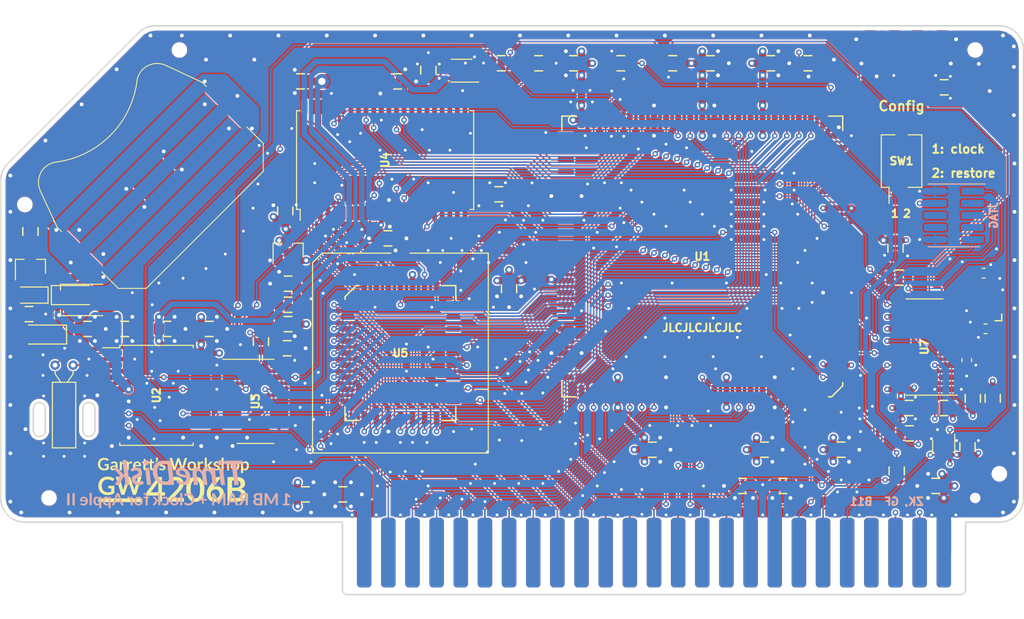
<source format=kicad_pcb>
(kicad_pcb (version 20221018) (generator pcbnew)
  (title_block (title "GW4206B (TimeDisk)") (date "2024-03-21") (rev "1.1") (company "Garrett's Workshop"))
  (layers (0 "F.Cu" signal) (1 "In1.Cu" power) (2 "In2.Cu" power) (31 "B.Cu" signal) (34 "B.Paste" user) (35 "F.Paste" user) (36 "B.SilkS" user "B.Silkscreen") (37 "F.SilkS" user "F.Silkscreen") (38 "B.Mask" user) (39 "F.Mask" user) (44 "Edge.Cuts" user))
  (net 0 "")
  (net 1 "+5V")
  (net 2 "GND")
  (net 3 "/A4")
  (net 4 "/D7")
  (net 5 "/D6")
  (net 6 "/A8")
  (net 7 "/A7")
  (net 8 "/A6")
  (net 9 "/A5")
  (net 10 "/A3")
  (net 11 "/A2")
  (net 12 "/A1")
  (net 13 "/A0")
  (net 14 "/A9")
  (net 15 "/D1")
  (net 16 "/D5")
  (net 17 "/D0")
  (net 18 "/D2")
  (net 19 "/D3")
  (net 20 "/D4")
  (net 21 "/A10")
  (net 22 "+12V")
  (net 23 "-12V")
  (net 24 "-5V")
  (net 25 "/~{IOSEL}")
  (net 26 "/A11")
  (net 27 "/A12")
  (net 28 "/A13")
  (net 29 "/A14")
  (net 30 "/A15")
  (net 31 "/R~{W}")
  (net 32 "/~{IOSTRB}")
  (net 33 "/RDY")
  (net 34 "/DMA")
  (net 35 "/~{NMI}")
  (net 36 "/~{IRQ}")
  (net 37 "/~{RES}")
  (net 38 "/~{INH}")
  (net 39 "/COLORREF")
  (net 40 "/7M")
  (net 41 "/Q3")
  (net 42 "/PHI1")
  (net 43 "/USER1")
  (net 44 "/PHI0")
  (net 45 "/~{DEVSEL}")
  (net 46 "/INTin")
  (net 47 "/DMAin")
  (net 48 "/TCK")
  (net 49 "/TDO")
  (net 50 "/TMS")
  (net 51 "/TDI")
  (net 52 "/RA0")
  (net 53 "/RA1")
  (net 54 "/RA2")
  (net 55 "/RA3")
  (net 56 "/RA4")
  (net 57 "/RA5")
  (net 58 "/RA6")
  (net 59 "/RA7")
  (net 60 "/RA8")
  (net 61 "/RA9")
  (net 62 "/RA10")
  (net 63 "+BATT")
  (net 64 "/RAMROM~{CS}")
  (net 65 "/RAMCS")
  (net 66 "/RA11")
  (net 67 "/RA12")
  (net 68 "/RA13")
  (net 69 "/RA14")
  (net 70 "/RA15")
  (net 71 "/RA16")
  (net 72 "/RA17")
  (net 73 "/RA18")
  (net 74 "/RA19")
  (net 75 "/RAMROM~{CS}g")
  (net 76 "+5C")
  (net 80 "Net-(U7-XO)")
  (net 81 "Net-(U7-XI)")
  (net 83 "Net-(J2-D+)")
  (net 84 "Net-(J2-D-)")
  (net 85 "Net-(U7-RXD)")
  (net 86 "/CH340_3V3")
  (net 87 "/C~{RES}")
  (net 88 "/VIDSYNC")
  (net 89 "/RD7")
  (net 90 "/RD6")
  (net 91 "/RD5")
  (net 92 "/RD4")
  (net 93 "/RD3")
  (net 94 "/RD2")
  (net 95 "/RD1")
  (net 96 "/RD0")
  (net 97 "/RAMROMCSgb")
  (net 98 "/ROM~{CS}")
  (net 99 "/~{OE}")
  (net 100 "Net-(U2-X1)")
  (net 101 "Net-(U2-X2)")
  (net 102 "/DS~{WE}")
  (net 103 "/DS~{OE}")
  (net 104 "Net-(R5-Pad2)")
  (net 105 "+3V3")
  (net 106 "/V04")
  (net 107 "Net-(R9-Pad1)")
  (net 110 "/USB5V")
  (net 117 "/IRQ~{OE}")
  (net 119 "Net-(U8-Q)")
  (net 120 "/~{DCD}")
  (net 124 "/TCKr")
  (net 125 "Net-(BT1-+)")
  (net 126 "Net-(D1-A)")
  (net 127 "Net-(D3-A)")
  (footprint "stdpads:C_0805" (layer "F.Cu") (at 171.108 85.725 180)
    (fp_text reference "C17")
    (fp_text value "10u")
  )
  (footprint "stdpads:C_0805" (layer "F.Cu") (at 237.91 128.27 180)
    (fp_text reference "C1")
    (fp_text value "2u2")
  )
  (footprint "stdpads:PasteHole_1.152mm_NPTH" (layer "F.Cu") (at 144.653 129.54)
    (fp_text reference "H5")
    (fp_text value " " hide)
  )
  (footprint "stdpads:PasteHole_1.1mm_PTH" (layer "F.Cu") (at 242.062 129.54)
    (fp_text reference "H1")
    (fp_text value " " hide)
  )
  (footprint "stdpads:C_0805" (layer "F.Cu") (at 221.83 128.27 180)
    (fp_text reference "C21")
    (fp_text value "2u2")
  )
  (footprint "stdpads:Fiducial" (layer "F.Cu") (at 244.602 129.54)
    (fp_text reference "FID4")
    (fp_text value "Fiducial" hide)
  )
  (footprint "stdpads:Fiducial" (layer "F.Cu") (at 142.113 129.54)
    (fp_text reference "FID5")
    (fp_text value "Fiducial" hide)
  )
  (footprint "stdpads:AppleIIBus_Edge" (layer "F.Cu") (at 208.28 135.382)
    (fp_text reference "J1")
    (fp_text value "AppleIIBus")
  )
  (footprint "stdpads:PasteHole_1.152mm_NPTH" (layer "F.Cu") (at 242.062 82.423 -90)
    (fp_text reference "H4")
    (fp_text value " " hide)
  )
  (footprint "stdpads:Fiducial" (layer "F.Cu") (at 244.602 82.423 -90)
    (fp_text reference "FID1")
    (fp_text value "Fiducial" hide)
  )
  (footprint "stdpads:PasteHole_1.152mm_NPTH" (layer "F.Cu") (at 158.369 82.423 90)
    (fp_text reference "H3")
    (fp_text value " " hide)
  )
  (footprint "stdpads:Fiducial" (layer "F.Cu") (at 155.829 82.423 90)
    (fp_text reference "FID3")
    (fp_text value "Fiducial" hide)
  )
  (footprint "stdpads:PasteHole_1.152mm_NPTH" (layer "F.Cu") (at 142.113 98.679 90)
    (fp_text reference "H2")
    (fp_text value " " hide)
  )
  (footprint "stdpads:C_0805" (layer "F.Cu") (at 199.81 83.82 180)
    (fp_text reference "C6")
    (fp_text value "2u2")
  )
  (footprint "stdpads:C_0805" (layer "F.Cu") (at 193.04 107.53 -90)
    (fp_text reference "C7")
    (fp_text value "2u2")
  )
  (footprint "stdpads:R_0805" (layer "F.Cu") (at 210.246 83.82)
    (fp_text reference "R4")
    (fp_text value "22k")
  )
  (footprint "stdpads:Fiducial" (layer "F.Cu") (at 142.113 96.139 90)
    (fp_text reference "FID2")
    (fp_text value "Fiducial" hide)
  )
  (footprint "stdpads:C_0805" (layer "F.Cu") (at 169.6965 113.792)
    (fp_text reference "C8")
    (fp_text value "10u")
  )
  (footprint "stdpads:C_0805" (layer "F.Cu") (at 227.965 124.46)
    (fp_text reference "C2")
    (fp_text value "2u2")
  )
  (footprint "stdpads:C_0805" (layer "F.Cu") (at 233.68 103.2755 -90)
    (fp_text reference "C3")
    (fp_text value "2u2")
  )
  (footprint "stdpads:C_0805" (layer "F.Cu") (at 220.56 83.82)
    (fp_text reference "C4")
    (fp_text value "2u2")
  )
  (footprint "stdpads:C_0805" (layer "F.Cu") (at 214.21 83.82)
    (fp_text reference "C5")
    (fp_text value "2u2")
  )
  (footprint "stdpads:C_0805" (layer "F.Cu") (at 217.59 128.27)
    (fp_text reference "C19")
    (fp_text value "2u2")
  )
  (footprint "stdpads:PLCC-32_SMDSocket" (layer "F.Cu") (at 181.61 114.3 -90)
    (fp_text reference "U5")
    (fp_text value "39F040")
  )
  (footprint "stdpads:C_0805" (layer "F.Cu") (at 180.301 102.235)
    (fp_text reference "C15")
    (fp_text value "10u")
  )
  (footprint "stdpads:C_0805" (layer "F.Cu") (at 175.553 129.159 180)
    (fp_text reference "C18")
    (fp_text value "2u2")
  )
  (footprint "stdpads:C_0805" (layer "F.Cu") (at 157.06 111.76)
    (fp_text reference "C14")
    (fp_text value "10u")
  )
  (footprint "stdpads:C_0805" (layer "F.Cu") (at 161.505 111.76)
    (fp_text reference "C9")
    (fp_text value "2u2")
  )
  (footprint "stdpads:C_0805" (layer "F.Cu") (at 181.317 85.725)
    (fp_text reference "C16")
    (fp_text value "10u")
  )
  (footprint "stdpads:SOIC-16_7.5mm" (layer "F.Cu") (at 155.956 118.745 -90)
    (fp_text reference "U2")
    (fp_text value "DS1315S-5")
  )
  (footprint "stdpads:C_0805" (layer "F.Cu") (at 152.615 111.76)
    (fp_text reference "C12")
    (fp_text value "10u")
  )
  (footprint "stdpads:TSOP-II-44_400mil_P0.8mm" (layer "F.Cu") (at 180 94)
    (fp_text reference "U4")
    (fp_text value "AS6C8008")
  )
  (footprint "stdpads:Keystone_3034_2032" (layer "F.Cu") (at 155.702 96.012 -135)
    (fp_text reference "BT1")
    (fp_text value "CR2032")
  )
  (footprint "stdpads:C_0805" (layer "F.Cu") (at 171.616 129.159)
    (fp_text reference "C26")
    (fp_text value "2u2")
  )
  (footprint "stdpads:C_0805" (layer "F.Cu") (at 148.6925 111.76 180)
    (fp_text reference "C10")
    (fp_text value "10u")
  )
  (footprint "stdpads:SOIC-14_3.9mm" (layer "F.Cu") (at 166.37 119.38 -90)
    (fp_text reference "U3")
    (fp_text value "74LVC04AD")
  )
  (footprint "stdpads:PLCC-84" (layer "F.Cu") (at 213.36 104.14 180)
    (fp_text reference "U1")
    (fp_text value "EPM7128SL84")
  )
  (footprint "stdpads:R_0805" (layer "F.Cu") (at 204.79 83.82)
    (fp_text reference "R2")
    (fp_text value "4k7")
  )
  (footprint "stdpads:R_0805" (layer "F.Cu") (at 233.807 126.6825 -90)
    (fp_text reference "R6")
    (fp_text value "1k")
  )
  (footprint "Crystal:Crystal_C26-LF_D2.1mm_L6.5mm_Horizontal" (layer "F.Cu") (at 145.288 115.57)
    (fp_text reference "Y1" hide)
    (fp_text value "32k768")
  )
  (footprint "stdpads:R_0805" (layer "F.Cu") (at 166.9415 113.096 90)
    (fp_text reference "R9")
    (fp_text value "15")
  )
  (footprint "stdpads:R_0805" (layer "F.Cu") (at 241.808 119.065 90)
    (fp_text reference "R3")
    (fp_text value "1k")
  )
  (footprint "stdpads:R_0805" (layer "F.Cu") (at 224.4725 83.82)
    (fp_text reference "R5")
    (fp_text value "4k7")
  )
  (footprint "stdpads:C_0805" (layer "F.Cu") (at 208.109 124.46)
    (fp_text reference "C22")
    (fp_text value "2u2")
  )
  (footprint "stdpads:C_0805" (layer "F.Cu") (at 238.8 86.35)
    (fp_text reference "C28")
    (fp_text value "2u2")
  )
  (footprint "stdpads:R_0805" (layer "F.Cu") (at 142.7 101.5 90)
    (fp_text reference "R17")
    (fp_text value "220")
  )
  (footprint "stdpads:C_0805" (layer "F.Cu") (at 169.5 99.35 90)
    (fp_text reference "C11")
    (fp_text value "2u2")
  )
  (footprint "stdpads:D_SMA" (layer "F.Cu") (at 148.3045 108.712)
    (fp_text reference "REF**")
    (fp_text value "D_SMA")
  )
  (footprint "stdpads:R_0805" (layer "F.Cu") (at 192.2145 83.82 180)
    (fp_text reference "R16")
    (fp_text value "15")
  )
  (footprint "stdpads:C_0805" (layer "F.Cu") (at 241.25 124.15 90)
    (fp_text reference "C30")
    (fp_text value "2u2")
  )
  (footprint "stdpads:C_0603" (layer "F.Cu") (at 241.173 115.05 -90)
    (fp_text reference "C25")
    (fp_text value "100n")
  )
  (footprint "stdpads:R_0805" (layer "F.Cu") (at 235.143 122.7455)
    (fp_text reference "R13")
    (fp_text value "22k")
  )
  (footprint "LOGO" (layer "F.Cu") (at 157.734 127.8255)
    (fp_text reference "G***" hide)
    (fp_text value "LOGO" hide)
  )
  (footprint "stdpads:SOT-23" (layer "F.Cu") (at 169.8 103.5 -90)
    (fp_text reference "U6")
    (fp_text value "XC6206P332MR")
  )
  (footprint "stdpads:USB_Micro-B_Amphenol_10118192-0001" (layer "F.Cu") (at 234.8 81.3 180)
    (fp_text reference "J2")
    (fp_text value "microUSB")
  )
  (footprint "stdpads:D_SOD-123" (layer "F.Cu") (at 144.15 112.35 180)
    (fp_text reference "D2")
    (fp_text value "1N5819")
  )
  (footprint "stdpads:C_0805" (layer "F.Cu") (at 235.1015 120.0785)
    (fp_text reference "C27")
    (fp_text value "2u2")
  )
  (footprint "stdpads:R_0805" (layer "F.Cu") (at 238.76 120.0785 180)
    (fp_text reference "R10")
    (fp_text value "22k")
  )
  (footprint "stdpads:SOT-353" (layer "F.Cu") (at 238.75 124.15 180)
    (fp_text reference "U9")
    (fp_text value "74AHCT1G125GW")
  )
  (footprint "stdpads:C_0805" (layer "F.Cu") (at 184.55 84.55 90)
    (fp_text reference "C29")
    (fp_text value "10u")
  )
  (footprint "stdpads:NXP_VSSOP-8_2.3x2mm" (layer "F.Cu") (at 188.05 84.6 180)
    (fp_text reference "U8")
    (fp_text value "74LVC1G74DC")
  )
  (footprint "stdpads:C_0603" (layer "F.Cu") (at 243.15 111.75 180)
    (fp_text reference "C24")
    (fp_text value "22p")
  )
  (footprint "stdpads:D_SOD-123" (layer "F.Cu") (at 147.25 108.2)
    (fp_text reference "D1")
    (fp_text value "1N5819")
  )
  (footprint "stdpads:R_0805" (layer "F.Cu") (at 142.55 110.2 180)
    (fp_text reference "R14")
    (fp_text value "220")
  )
  (footprint "stdpads:R_0805" (layer "F.Cu") (at 169.7965 109.22)
    (fp_text reference "R8")
    (fp_text value "0")
  )
  (footprint "stdpads:D_SOD-323" (layer "F.Cu") (at 142.7 108.2 180)
    (fp_text reference "D3")
    (fp_text value "10V")
  )
  (footprint "stdpads:SW_DIP_SPSTx02_Slide_DSHP02TS_P1.27mm" (layer "F.Cu") (at 234.315 94.107)
    (fp_text reference "SW1")
    (fp_text value "Mode")
  )
  (footprint "stdpads:C_0805" (layer "F.Cu") (at 219.9005 124.46)
    (fp_text reference "C20")
    (fp_text value "2u2")
  )
  (footprint "stdpads:R_0805" (layer "F.Cu") (at 196.1515 83.82 180)
    (fp_text reference "R15")
    (fp_text value "4k7")
  )
  (footprint "stdpads:R_0805" (layer "F.Cu") (at 234.061 106.3625 180)
    (fp_text reference "R12")
    (fp_text value "15")
  )
  (footprint "stdpads:R_0805" (layer "F.Cu") (at 191.9605 97.5995 180)
    (fp_text reference "R11")
    (fp_text value "22k")
  )
  (footprint "stdpads:C_0805" (layer "F.Cu") (at 169.8 106.999999 180)
    (fp_text reference "C13")
    (fp_text value "10u")
  )
  (footprint "stdpads:C_0603" (layer "F.Cu") (at 242.95 105.9)
    (fp_text reference "C23")
    (fp_text value "22p")
  )
  (footprint "stdpads:SOIC-16_3.9mm" (layer "F.Cu") (at 236.7265 113.665 90)
    (fp_text reference "U7")
    (fp_text value "CH340G")
  )
  (footprint "stdpads:R_0805" (layer "F.Cu") (at 243.9035 119.065 -90)
    (fp_text reference "R1")
    (fp_text value "DNP")
  )
  (footprint "stdpads:Crystal_SMD_3225-4Pin_3.2x2.5mm" (layer "F.Cu") (at 243.0494 108.7494 90)
    (fp_text reference "Y2")
    (fp_text value "12M")
  )
  (footprint "stdpads:SOT-23" (layer "F.Cu") (at 142.7 105.2 -90)
    (fp_text reference "Q1")
    (fp_text value "AO3401A")
  )
  (footprint "stdpads:PasteHole_1.152mm_NPTH" (layer "F.Cu") (at 244.602 127)
    (fp_text reference "H6")
    (fp_text value " " hide)
  )
  (footprint "stdpads:R_0805" (layer "F.Cu") (at 169.7965 111.252)
    (fp_text reference "R7")
    (fp_text value "DNP")
  )
  (footprint "LOGO" (layer "B.Cu") (at 158.3055 127.883958 180)
    (fp_text reference "G***" hide)
    (fp_text value "LOGO" hide)
  )
  (footprint "stdpads:Header_2x5_Unshrouded_P1.27mm" (layer "B.Cu") (at 239.821 99.822 -90)
    (fp_text reference "J3")
    (fp_text value "JTAG")
  )
  (gr_line (start 240.538 139.7) (end 176.022 139.7) (stroke (width 0.15)) (layer "Edge.Cuts"))
  (gr_line (start 142.113 132.08) (end 175.514 132.08) (stroke (width 0.15)) (layer "Edge.Cuts"))
  (gr_line (start 247.142 129.54) (end 247.142 82.423) (stroke (width 0.15)) (layer "Edge.Cuts"))
  (gr_line (start 244.602 79.883) (end 155.829 79.883) (stroke (width 0.15)) (layer "Edge.Cuts"))
  (gr_arc (start 176.022 139.7) (mid 175.66279 139.55121) (end 175.514 139.192) (stroke (width 0.15)) (layer "Edge.Cuts"))
  (gr_arc (start 241.046 139.192) (mid 240.89721 139.55121) (end 240.538 139.7) (stroke (width 0.15)) (layer "Edge.Cuts"))
  (gr_line (start 175.514 132.08) (end 175.514 139.192) (stroke (width 0.15)) (layer "Edge.Cuts"))
  (gr_line (start 139.573 129.54) (end 139.573 96.139) (stroke (width 0.15)) (layer "Edge.Cuts"))
  (gr_arc (start 142.113 132.08) (mid 140.316949 131.336051) (end 139.573 129.54) (stroke (width 0.15)) (layer "Edge.Cuts"))
  (gr_line (start 244.602 132.08) (end 241.046 132.08) (stroke (width 0.15)) (layer "Edge.Cuts"))
  (gr_line (start 241.046 132.08) (end 241.046 139.192) (stroke (width 0.15)) (layer "Edge.Cuts"))
  (gr_arc (start 247.142 129.54) (mid 246.398051 131.336051) (end 244.602 132.08) (stroke (width 0.15)) (layer "Edge.Cuts"))
  (gr_arc (start 244.602 79.883) (mid 246.398051 80.626949) (end 247.142 82.423) (stroke (width 0.15)) (layer "Edge.Cuts"))
  (gr_line (start 154.305 80.391) (end 140.081 94.615) (stroke (width 0.15)) (layer "Edge.Cuts"))
  (gr_arc (start 139.573 96.139) (mid 139.703345 95.335781) (end 140.081001 94.614999) (stroke (width 0.15)) (layer "Edge.Cuts"))
  (gr_arc (start 154.305 80.391) (mid 155.025781 80.013344) (end 155.829 79.883) (stroke (width 0.15)) (layer "Edge.Cuts"))
  (gr_arc (start 143.002 120.142) (mid 143.637 119.507) (end 144.272 120.142) (stroke (width 0.15)) (layer "Edge.Cuts"))
  (gr_arc (start 144.272 122.428) (mid 143.637 123.063) (end 143.002 122.428) (stroke (width 0.15)) (layer "Edge.Cuts"))
  (gr_line (start 144.272 120.142) (end 144.272 122.428) (stroke (width 0.15)) (layer "Edge.Cuts"))
  (gr_line (start 143.002 120.142) (end 143.002 122.428) (stroke (width 0.15)) (layer "Edge.Cuts"))
  (gr_line (start 148.209 120.142) (end 148.209 122.428) (stroke (width 0.15)) (layer "Edge.Cuts"))
  (gr_arc (start 149.479 122.428) (mid 148.844 123.063) (end 148.209 122.428) (stroke (width 0.15)) (layer "Edge.Cuts"))
  (gr_line (start 149.479 120.142) (end 149.479 122.428) (stroke (width 0.15)) (layer "Edge.Cuts"))
  (gr_arc (start 148.209 120.142) (mid 148.844 119.507) (end 149.479 120.142) (stroke (width 0.15)) (layer "Edge.Cuts"))
  (gr_text "ZK, GF" (at 234.569 129.921) (layer "B.SilkS") (effects (font (size 0.8128 0.8128) (thickness 0.2032)) (justify mirror)))
  (gr_text "B11" (at 230.0605 129.921) (layer "B.SilkS") (effects (font (size 0.8128 0.8128) (thickness 0.2032)) (justify mirror)))
  (gr_text "JLCJLCJLCJLC" (at 213.36 111.633) (layer "F.SilkS") (effects (font (size 0.8128 0.8128) (thickness 0.2032))))
  (gr_text "2: restore" (at 237.363 95.377) (layer "F.SilkS") (effects (font (size 0.9 0.9) (thickness 0.2032)) (justify left)))
  (gr_text "1" (at 233.6165 99.6315) (layer "F.SilkS") (effects (font (size 0.8128 0.8128) (thickness 0.2032))))
  (gr_text "2" (at 234.8865 99.6315) (layer "F.SilkS") (effects (font (size 0.8128 0.8128) (thickness 0.2032))))
  (gr_text "1: clock" (at 237.363 92.837) (layer "F.SilkS") (effects (font (size 0.9 0.9) (thickness 0.2032)) (justify left)))
  (gr_text "Config" (at 234.315 88.3285) (layer "F.SilkS") (effects (font (size 1.016 1.016) (thickness 0.2032) bold)))
  (segment (start 160.655 111.76) (end 160.655 110.49) (width 0.762) (layer "F.Cu") (net 1))
  (segment (start 160.655 111.76) (end 160.655 113.411) (width 0.762) (layer "F.Cu") (net 1))
  (segment (start 160.606 114.3) (end 162.56 114.3) (width 0.6) (layer "F.Cu") (net 1))
  (segment (start 160.606 114.3) (end 160.655 114.251) (width 0.6) (layer "F.Cu") (net 1))
  (segment (start 160.655 114.251) (end 160.655 113.411) (width 0.6) (layer "F.Cu") (net 1))
  (segment (start 182.88 107.4625) (end 182.88 106.045) (width 0.6) (layer "F.Cu") (net 1))
  (segment (start 238.76 128.27) (end 239.903 128.27) (width 0.762) (layer "F.Cu") (net 1))
  (segment (start 215.9 118.49) (end 215.9 116.84) (width 0.6) (layer "F.Cu") (net 1))
  (segment (start 219.71 83.82) (end 219.71 82.55) (width 0.762) (layer "F.Cu") (net 1))
  (segment (start 238.76 135.382) (end 238.76 129.921) (width 1.524) (layer "F.Cu") (net 1))
  (segment (start 213.36 89.79) (end 213.36 91.44) (width 0.6) (layer "F.Cu") (net 1))
  (segment (start 219.71 83.82) (end 219.71 85.09) (width 0.762) (layer "F.Cu") (net 1))
  (segment (start 204.47 118.49) (end 204.47 120.015) (width 0.6) (layer "F.Cu") (net 1))
  (segment (start 200.66 83.82) (end 200.66 85.09) (width 0.762) (layer "F.Cu") (net 1))
  (segment (start 219.71 89.79) (end 219.71 91.44) (width 0.6) (layer "F.Cu") (net 1))
  (segment (start 213.36 83.82) (end 213.36 82.55) (width 0.762) (layer "F.Cu") (net 1))
  (segment (start 219.71 83.82) (end 218.567 83.82) (width 0.762) (layer "F.Cu") (net 1))
  (segment (start 213.36 83.82) (end 212.217 83.82) (width 0.762) (layer "F.Cu") (net 1))
  (segment (start 238.76 128.27) (end 238.76 129.54) (width 0.762) (layer "F.Cu") (net 1))
  (segment (start 227.71 99.06) (end 226.06 99.06) (width 0.6) (layer "F.Cu") (net 1))
  (segment (start 219.71 89.79) (end 219.71 88.265) (width 0.6) (layer "F.Cu") (net 1))
  (segment (start 204.47 118.49) (end 204.47 116.84) (width 0.6) (layer "F.Cu") (net 1))
  (segment (start 213.36 83.82) (end 213.36 85.09) (width 0.762) (layer "F.Cu") (net 1))
  (segment (start 200.66 89.79) (end 200.66 88.265) (width 0.6) (layer "F.Cu") (net 1))
  (segment (start 215.9 118.49) (end 215.9 120.015) (width 0.6) (layer "F.Cu") (net 1))
  (segment (start 213.36 89.79) (end 213.36 88.265) (width 0.6) (layer "F.Cu") (net 1))
  (segment (start 238.76 129.54) (end 238.76 129.921) (width 0.762) (layer "F.Cu") (net 1))
  (segment (start 200.66 89.79) (end 199.772 89.79) (width 0.6) (layer "F.Cu") (net 1))
  (segment (start 233.68 102.4255) (end 232.41 102.4255) (width 0.762) (layer "F.Cu") (net 1))
  (segment (start 219.71 88.265) (end 219.71 85.09) (width 0.762) (layer "F.Cu") (net 1))
  (segment (start 213.36 88.265) (end 213.36 85.09) (width 0.762) (layer "F.Cu") (net 1))
  (segment (start 200.66 85.09) (end 200.66 88.265) (width 0.762) (layer "F.Cu") (net 1))
  (segment (start 200.66 83.82) (end 200.66 82.55) (width 0.762) (layer "F.Cu") (net 1))
  (segment (start 200.66 83.82) (end 201.803 83.82) (width 0.762) (layer "F.Cu") (net 1))
  (segment (start 193.04 106.68) (end 193.04 105.537) (width 0.762) (layer "F.Cu") (net 1))
  (segment (start 193.04 106.68) (end 191.77 106.68) (width 0.762) (layer "F.Cu") (net 1))
  (segment (start 193.04 106.68) (end 194.31 106.68) (width 0.762) (layer "F.Cu") (net 1))
  (segment (start 199.772 89.79) (end 199.771 89.789) (width 0.6) (layer "F.Cu") (net 1))
  (segment (start 207.2835 123.19) (end 204.47 120.3765) (width 0.762) (layer "F.Cu") (net 1))
  (segment (start 219.075 123.19) (end 219.0505 123.2145) (width 0.762) (layer "F.Cu") (net 1))
  (segment (start 219.0505 123.2145) (end 219.0505 124.46) (width 0.762) (layer "F.Cu") (net 1))
  (segment (start 199.01 106.68) (end 197.612 106.68) (width 0.6) (layer "F.Cu") (net 1))
  (segment (start 227.71 115.57) (end 229.0445 115.57) (width 0.508) (layer "F.Cu") (net 1))
  (segment (start 241.25 125) (end 242.2 125) (width 0.6) (layer "F.Cu") (net 1))
  (segment (start 229.0445 99.06) (end 232.41 102.4255) (width 0.8) (layer "F.Cu") (net 1))
  (segment (start 168.5 100.2) (end 168.25 99.95) (width 0.8) (layer "F.Cu") (net 1))
  (segment (start 234.2515 121.031) (end 234.442 121.2215) (width 0.6) (layer "F.Cu") (net 1))
  (segment (start 169.5 100.2) (end 168.5 100.2) (width 0.8) (layer "F.Cu") (net 1))
  (segment (start 169.8 101.5) (end 169.55 101.25) (width 0.8) (layer "F.Cu") (net 1))
  (segment (start 207.259 123.2145) (end 207.259 124.46) (width 0.762) (layer "F.Cu") (net 1))
  (segment (start 170.766 129.159) (end 170.766 127.938) (width 0.762) (layer "F.Cu") (net 1))
  (segment (start 239.71 121.219) (end 239.7125 121.2215) (width 0.6) (layer "F.Cu") (net 1))
  (segment (start 234.2515 118.11) (end 235.4565 118.11) (width 0.6) (layer "F.Cu") (net 1))
  (segment (start 197.612 106.68) (end 197.485 106.553) (width 0.6) (layer "F.Cu") (net 1))
  (segment (start 227.115 123.2145) (end 227.115 124.46) (width 0.762) (layer "F.Cu") (net 1))
  (segment (start 234.193 121.0895) (end 234.2515 121.031) (width 0.3) (layer "F.Cu") (net 1))
  (segment (start 227.1395 125.73) (end 227.115 125.7055) (width 0.762) (layer "F.Cu") (net 1))
  (segment (start 234.2515 111.76) (end 232.791 111.76) (width 0.6) (layer "F.Cu") (net 1))
  (segment (start 170.766 130.38) (end 170.815 130.429) (width 0.762) (layer "F.Cu") (net 1))
  (segment (start 227.71 99.06) (end 229.0445 99.06) (width 0.6) (layer "F.Cu") (net 1))
  (segment (start 234.2515 120.0785) (end 234.2515 121.031) (width 0.6) (layer "F.Cu") (net 1))
  (segment (start 170.766 127.938) (end 170.815 127.889) (width 0.762) (layer "F.Cu") (net 1))
  (segment (start 170.766 129.159) (end 170.766 130.38) (width 0.762) (layer "F.Cu") (net 1))
  (segment (start 241.25 125) (end 240.1 125) (width 0.6) (layer "F.Cu") (net 1))
  (segment (start 207.2835 123.19) (end 207.259 123.2145) (width 0.762) (layer "F.Cu") (net 1))
  (segment (start 219.0505 124.46) (end 217.9955 124.46) (width 0.762) (layer "F.Cu") (net 1))
  (segment (start 169.8 102.45) (end 169.8 101.5) (width 0.8) (layer "F.Cu") (net 1))
  (segment (start 235.4565 118.11) (end 235.647 117.9195) (width 0.6) (layer "F.Cu") (net 1))
  (segment (start 223.525 82.682) (end 223.52 82.677) (width 0.1524) (layer "F.Cu") (net 1))
  (segment (start 212.217 83.82) (end 211.196 83.82) (width 0.762) (layer "F.Cu") (net 1))
  (segment (start 227.71 115.57) (end 226.187 115.57) (width 0.508) (layer "F.Cu") (net 1))
  (segment (start 219.0505 125.7055) (end 219.0505 124.46) (width 0.762) (layer "F.Cu") (net 1))
  (segment (start 238.76 128.27) (end 238.76 127.1905) (width 0.762) (layer "F.Cu") (net 1))
  (segment (start 234.823 102.4255) (end 233.68 102.4255) (width 0.6) (layer "F.Cu") (net 1))
  (segment (start 239.4 125) (end 240.1 125) (width 0.4) (layer "F.Cu") (net 1))
  (segment (start 238.76 127.1905) (end 238.5695 127) (width 0.762) (layer "F.Cu") (net 1))
  (segment (start 234.2515 120.0785) (end 234.2515 118.8085) (width 0.6) (layer "F.Cu") (net 1))
  (segment (start 243.9035 118.115) (end 243.9035 117.221) (width 0.6) (layer "F.Cu") (net 1))
  (segment (start 234.2515 118.11) (end 234.2515 118.8085) (width 0.6) (layer "F.Cu") (net 1))
  (segment (start 226.187 115.57) (end 226.06 115.443) (width 0.508) (layer "F.Cu") (net 1))
  (segment (start 234.2515 110.49) (end 232.791 110.49) (width 0.6) (layer "F.Cu") (net 1))
  (segment (start 207.259 125.7055) (end 207.259 124.46) (width 0.762) (layer "F.Cu") (net 1))
  (segment (start 234.193 122.7455) (end 234.193 121.0895) (width 0.3) (layer "F.Cu") (net 1))
  (segment (start 242.2 125) (end 242.4 124.8) (width 0.6) (layer "F.Cu") (net 1))
  (segment (start 234.2515 120.0785) (end 233.299 120.0785) (width 0.6) (layer "F.Cu") (net 1))
  (segment (start 197.485 106.553) (end 194.437 106.553) (width 0.762) (layer "F.Cu") (net 1))
  (segment (start 204.47 120.3765) (end 204.47 120.015) (width 0.762) (layer "F.Cu") (net 1))
  (segment (start 227.1395 123.19) (end 227.115 123.2145) (width 0.762) (layer "F.Cu") (net 1))
  (segment (start 170.7465 111.252) (end 171.704 111.252) (width 0.762) (layer "F.Cu") (net 1))
  (segment (start 234.2515 118.11) (end 232.7895 118.11) (width 0.6) (layer "F.Cu") (net 1))
  (segment (start 239.71 120.0785) (end 239.71 121.219) (width 0.6) (layer "F.Cu") (net 1))
  (segment (start 207.259 124.46) (end 206.204 124.46) (width 0.762) (layer "F.Cu") (net 1))
  (segment (start 239.4 125) (end 239.4 125.95) (width 0.4) (layer "F.Cu") (net 1))
  (segment (start 169.8 102.45) (end 168.85 102.45) (width 0.8) (layer "F.Cu") (net 1))
  (segment (start 227.115 124.46) (end 226.06 124.46) (width 0.762) (layer "F.Cu") (net 1))
  (segment (start 223.525 83.82) (end 223.525 82.682) (width 0.1524) (layer "F.Cu") (net 1))
  (segment (start 194.437 106.553) (end 194.31 106.68) (width 0.762) (layer "F.Cu") (net 1))
  (segment (start 169.5 101.2) (end 169.55 101.25) (width 0.8) (layer "F.Cu") (net 1))
  (segment (start 169.5 100.2) (end 169.5 101.2) (width 0.8) (layer "F.Cu") (net 1))
  (segment (start 227.115 125.7055) (end 227.115 124.46) (width 0.762) (layer "F.Cu") (net 1))
  (via (at 160.655 110.49) (size 0.8) (drill 0.4) (layers "F.Cu" "B.Cu") (net 1))
  (via (at 162.56 114.3) (size 0.8) (drill 0.4) (layers "F.Cu" "B.Cu") (net 1))
  (via (at 160.655 113.411) (size 0.8) (drill 0.4) (layers "F.Cu" "B.Cu") (net 1))
  (via (at 182.88 106.045) (size 0.8) (drill 0.4) (layers "F.Cu" "B.Cu") (net 1))
  (via (at 238.5695 127) (size 0.8) (drill 0.4) (layers "F.Cu" "B.Cu") (net 1))
  (via (at 213.36 85.09) (size 0.8) (drill 0.4) (layers "F.Cu" "B.Cu") (net 1))
  (via (at 238.76 129.54) (size 0.8) (drill 0.4) (layers "F.Cu" "B.Cu") (net 1))
  (via (at 219.71 91.44) (size 0.8) (drill 0.4) (layers "F.Cu" "B.Cu") (net 1))
  (via (at 215.9 120.015) (size 0.8) (drill 0.4) (layers "F.Cu" "B.Cu") (net 1))
  (via (at 213.36 91.44) (size 0.8) (drill 0.4) (layers "F.Cu" "B.Cu") (net 1))
  (via (at 229.0445 99.06) (size 0.6) (drill 0.3) (layers "F.Cu" "B.Cu") (net 1))
  (via (at 229.0445 115.57) (size 0.6) (drill 0.3) (layers "F.Cu" "B.Cu") (net 1))
  (via (at 226.06 115.443) (size 0.6) (drill 0.3) (layers "F.Cu" "B.Cu") (net 1))
  (via (at 204.47 120.015) (size 0.8) (drill 0.4) (layers "F.Cu" "B.Cu") (net 1))
  (via (at 200.66 85.09) (size 0.8) (drill 0.4) (layers "F.Cu" "B.Cu") (net 1))
  (via (at 219.71 88.265) (size 0.8) (drill 0.4) (layers "F.Cu" "B.Cu") (net 1))
  (via (at 219.71 82.55) (size 0.8) (drill 0.4) (layers "F.Cu" "B.Cu") (net 1))
  (via (at 212.217 83.82) (size 0.8) (drill 0.4) (layers "F.Cu" "B.Cu") (net 1))
  (via (at 201.803 83.82) (size 0.8) (drill 0.4) (layers "F.Cu" "B.Cu") (net 1))
  (via (at 213.36 88.265) (size 0.8) (drill 0.4) (layers "F.Cu" "B.Cu") (net 1))
  (via (at 226.06 99.06) (size 0.6) (drill 0.3) (layers "F.Cu" "B.Cu") (net 1))
  (via (at 239.903 128.27) (size 0.8) (drill 0.4) (layers "F.Cu" "B.Cu") (net 1))
  (via (at 213.36 82.55) (size 0.8) (drill 0.4) (layers "F.Cu" "B.Cu") (net 1))
  (via (at 200.66 88.265) (size 0.8) (drill 0.4) (layers "F.Cu" "B.Cu") (net 1))
  (via (at 218.567 83.82) (size 0.8) (drill 0.4) (layers "F.Cu" "B.Cu") (net 1))
  (via (at 219.71 85.09) (size 0.8) (drill 0.4) (layers "F.Cu" "B.Cu") (net 1))
  (via (at 204.47 116.84) (size 0.8) (drill 0.4) (layers "F.Cu" "B.Cu") (net 1))
  (via (at 215.9 116.84) (size 0.8) (drill 0.4) (layers "F.Cu" "B.Cu") (net 1))
  (via (at 226.06 124.46) (size 0.8) (drill 0.4) (layers "F.Cu" "B.Cu") (net 1))
  (via (at 227.1395 123.19) (size 0.8) (drill 0.4) (layers "F.Cu" "B.Cu") (net 1))
  (via (at 232.41 102.4255) (size 0.8) (drill 0.4) (layers "F.Cu" "B.Cu") (net 1))
  (via (at 234.823 102.4255) (size 0.6) (drill 0.3) (layers "F.Cu" "B.Cu") (net 1))
  (via (at 200.66 82.55) (size 0.8) (drill 0.4) (layers "F.Cu" "B.Cu") (net 1))
  (via (at 193.04 105.537) (size 0.8) (drill 0.4) (layers "F.Cu" "B.Cu") (net 1))
  (via (at 191.77 106.68) (size 0.8) (drill 0.4) (layers "F.Cu" "B.Cu") (net 1))
  (via (at 194.31 106.68) (size 0.8) (drill 0.4) (layers "F.Cu" "B.Cu") (net 1))
  (via (at 199.771 89.789) (size 0.8) (drill 0.4) (layers "F.Cu" "B.Cu") (net 1))
  (via (at 242.4 124.8) (size 0.6) (drill 0.3) (layers "F.Cu" "B.Cu") (net 1))
  (via (at 219.075 123.19) (size 0.8) (drill 0.4) (layers "F.Cu" "B.Cu") (net 1))
  (via (at 170.815 127.889) (size 0.8) (drill 0.4) (layers "F.Cu" "B.Cu") (net 1))
  (via (at 239.7125 121.2215) (size 0.6) (drill 0.3) (layers "F.Cu" "B.Cu") (net 1))
  (via (at 240.1 125) (size 0.6) (drill 0.3) (layers "F.Cu" "B.Cu") (net 1))
  (via (at 223.52 82.677) (size 0.6) (drill 0.3) (layers "F.Cu" "B.Cu") (net 1))
  (via (at 168.85 102.45) (size 0.8) (drill 0.4) (layers "F.Cu" "B.Cu") (net 1))
  (via (at 232.791 110.49) (size 0.6) (drill 0.3) (layers "F.Cu" "B.Cu") (net 1))
  (via (at 232.7895 118.11) (size 0.6) (drill 0.3) (layers "F.Cu" "B.Cu") (net 1))
  (via (at 227.1395 125.73) (size 0.8) (drill 0.4) (layers "F.Cu" "B.Cu") (net 1))
  (via (at 217.9955 124.46) (size 0.8) (drill 0.4) (layers "F.Cu" "B.Cu") (net 1))
  (via (at 170.815 130.429) (size 0.8) (drill 0.4) (layers "F.Cu" "B.Cu") (net 1))
  (via (at 207.2835 125.73) (size 0.8) (drill 0.4) (layers "F.Cu" "B.Cu") (net 1))
  (via (at 168.25 99.95) (size 0.8) (drill 0.4) (layers "F.Cu" "B.Cu") (net 1))
  (via (at 239.4 125.95) (size 0.6) (drill 0.3) (layers "F.Cu" "B.Cu") (net 1))
  (via (at 197.485 106.553) (size 0.8) (drill 0.4) (layers "F.Cu" "B.Cu") (net 1))
  (via (at 235.647 117.9195) (size 0.6) (drill 0.3) (layers "F.Cu" "B.Cu") (net 1))
  (via (at 234.2515 118.8085) (size 0.6) (drill 0.3) (layers "F.Cu" "B.Cu") (net 1))
  (via (at 243.9035 117.221) (size 0.6) (drill 0.3) (layers "F.Cu" "B.Cu") (net 1))
  (via (at 206.204 124.46) (size 0.8) (drill 0.4) (layers "F.Cu" "B.Cu") (net 1))
  (via (at 169.55 101.25) (size 0.8) (drill 0.4) (layers "F.Cu" "B.Cu") (net 1))
  (via (at 219.075 125.73) (size 0.8) (drill 0.4) (layers "F.Cu" "B.Cu") (net 1))
  (via (at 234.442 121.2215) (size 0.6) (drill 0.3) (layers "F.Cu" "B.Cu") (net 1))
  (via (at 232.791 111.76) (size 0.6) (drill 0.3) (layers "F.Cu" "B.Cu") (net 1))
  (via (at 207.2835 123.19) (size 0.8) (drill 0.4) (layers "F.Cu" "B.Cu") (net 1))
  (via (at 236.22 98.552) (size 0.6) (drill 0.3) (layers "F.Cu" "B.Cu") (net 1))
  (via (at 233.299 120.0785) (size 0.6) (drill 0.3) (layers "F.Cu" "B.Cu") (net 1))
  (via (at 171.704 111.252) (size 0.8) (drill 0.4) (layers "F.Cu" "B.Cu") (net 1))
  (segment (start 237.871 98.552) (end 236.22 98.552) (width 0.6) (layer "B.Cu") (net 1))
  (segment (start 160.606 123.19) (end 158.75 123.19) (width 0.6) (layer "F.Cu") (net 2))
  (segment (start 160.606 123.19) (end 160.606 124.03) (width 0.6) (layer "F.Cu") (net 2))
  (segment (start 160.606 124.03) (end 160.655 124.079) (width 0.6) (layer "F.Cu") (net 2))
  (segment (start 151.257 123.239) (end 151.257 124.079) (width 0.6) (layer "F.Cu") (net 2))
  (segment (start 151.306 123.19) (end 153.035 123.19) (width 0.6) (layer "F.Cu") (net 2))
  (segment (start 151.306 123.19) (end 151.257 123.239) (width 0.6) (layer "F.Cu") (net 2))
  (segment (start 153.465 112.981) (end 153.416 113.03) (width 0.762) (layer "F.Cu") (net 2))
  (segment (start 162.355 110.539) (end 162.306 110.49) (width 0.762) (layer "F.Cu") (net 2))
  (segment (start 157.91 111.76) (end 157.91 110.539) (width 0.762) (layer "F.Cu") (net 2))
  (segment (start 153.465 111.76) (end 153.465 112.981) (width 0.762) (layer "F.Cu") (net 2))
  (segment (start 162.355 111.76) (end 162.355 110.539) (width 0.762) (layer "F.Cu") (net 2))
  (segment (start 157.91 110.539) (end 157.861 110.49) (width 0.762) (layer "F.Cu") (net 2))
  (segment (start 157.91 111.76) (end 159.004 111.76) (width 0.762) (layer "F.Cu") (net 2))
  (segment (start 151.306 119.38) (end 153.035 119.38) (width 0.508) (layer "F.Cu") (net 2))
  (segment (start 162.355 112.981) (end 162.306 113.03) (width 0.762) (layer "F.Cu") (net 2))
  (segment (start 162.355 111.76) (end 162.355 112.981) (width 0.762) (layer "F.Cu") (net 2))
  (segment (start 153.465 110.539) (end 153.416 110.49) (width 0.762) (layer "F.Cu") (net 2))
  (segment (start 157.91 111.76) (end 157.91 112.981) (width 0.762) (layer "F.Cu") (net 2))
  (segment (start 157.91 112.981) (end 157.861 113.03) (width 0.762) (layer "F.Cu") (net 2))
  (segment (start 153.465 111.76) (end 153.465 110.539) (width 0.762) (layer "F.Cu") (net 2))
  (segment (start 160.606 123.19) (end 162.306 123.19) (width 0.6) (layer "F.Cu") (net 2))
  (segment (start 170.5465 113.792) (end 170.5465 112.571) (width 0.762) (layer "F.Cu") (net 2))
  (segment (start 170.5465 112.571) (end 170.4975 112.522) (width 0.762) (layer "F.Cu") (net 2))
  (segment (start 182.167 85.725) (end 182.167 84.504) (width 0.762) (layer "F.Cu") (net 2))
  (segment (start 182.167 84.504) (end 182.118 84.455) (width 0.762) (layer "F.Cu") (net 2))
  (segment (start 182.167 85.725) (end 183.261 85.725) (width 0.762) (layer "F.Cu") (net 2))
  (segment (start 180.4 99.5875) (end 180.4 98.2) (width 0.508) (layer "F.Cu") (net 2))
  (segment (start 179.6 88.4125) (end 179.6 89.8) (width 0.508) (layer "F.Cu") (net 2))
  (segment (start 170.5465 113.792) (end 171.6405 113.792) (width 0.762) (layer "F.Cu") (net 2))
  (segment (start 170.5465 113.792) (end 170.5465 115.013) (width 0.508) (layer "F.Cu") (net 2))
  (segment (start 170.5465 115.013) (end 170.4975 115.062) (width 0.508) (layer "F.Cu") (net 2))
  (segment (start 181.151 103.456) (end 181.102 103.505) (width 0.762) (layer "F.Cu") (net 2))
  (segment (start 181.151 102.235) (end 181.151 103.456) (width 0.762) (layer "F.Cu") (net 2))
  (segment (start 181.151 101.014) (end 181.137 101) (width 0.762) (layer "F.Cu") (net 2))
  (segment (start 181.137 101) (end 180.5 101) (width 0.762) (layer "F.Cu") (net 2))
  (segment (start 181.151 102.235) (end 182.245 102.235) (width 0.762) (layer "F.Cu") (net 2))
  (segment (start 181.151 102.235) (end 181.151 101.014) (width 0.762) (layer "F.Cu") (net 2))
  (segment (start 180.4 99.5875) (end 180.4 100.9) (width 0.508) (layer "F.Cu") (net 2))
  (segment (start 180.4 100.9) (end 180.5 101) (width 0.508) (layer "F.Cu") (net 2))
  (segment (start 179.6 88.4125) (end 179.6 87.1) (width 0.508) (layer "F.Cu") (net 2))
  (segment (start 179.6 87.1) (end 179.5 87) (width 0.508) (layer "F.Cu") (net 2))
  (segment (start 163.895 123.19) (end 165.481 123.19) (width 0.6) (layer "F.Cu") (net 2))
  (segment (start 163.895 124.017) (end 163.957 124.079) (width 0.6) (layer "F.Cu") (net 2))
  (segment (start 163.895 123.19) (end 163.895 124.017) (width 0.6) (layer "F.Cu") (net 2))
  (segment (start 222.68 129.491) (end 222.631 129.54) (width 0.762) (layer "F.Cu") (net 2))
  (segment (start 222.68 128.27) (end 223.774 128.27) (width 0.762) (layer "F.Cu") (net 2))
  (segment (start 222.68 128.27) (end 222.68 129.491) (width 0.762) (layer "F.Cu") (net 2))
  (segment (start 163.895 123.19) (end 162.306 123.19) (width 0.6) (layer "F.Cu") (net 2))
  (segment (start 237.06 128.27) (end 237.06 129.491) (width 0.762) (layer "F.Cu") (net 2))
  (segment (start 237.06 129.491) (end 237.109 129.54) (width 0.762) (layer "F.Cu") (net 2))
  (segment (start 237.06 128.27) (end 237.06 127.049) (width 0.762) (layer "F.Cu") (net 2))
  (segment (start 237.06 127.049) (end 237.109 127) (width 0.762) (layer "F.Cu") (net 2))
  (segment (start 237.06 128.27) (end 235.966 128.27) (width 0.762) (layer "F.Cu") (net 2))
  (segment (start 216.74 128.27) (end 215.646 128.27) (width 0.762) (layer "F.Cu") (net 2))
  (segment (start 216.74 128.27) (end 216.74 129.491) (width 0.762) (layer "F.Cu") (net 2))
  (segment (start 216.74 129.491) (end 216.789 129.54) (width 0.762) (layer "F.Cu") (net 2))
  (segment (start 227.71 91.44) (end 227.71 90.552) (width 0.6) (layer "F.Cu") (net 2))
  (segment (start 227.71 90.552) (end 227.711 90.551) (width 0.6) (layer "F.Cu") (net 2))
  (segment (start 233.68 104.1255) (end 234.901 104.1255) (width 0.6) (layer "F.Cu") (net 2))
  (segment (start 234.901 104.1255) (end 234.95 104.0765) (width 0.6) (layer "F.Cu") (net 2))
  (segment (start 198.96 83.82) (end 198.96 82.599) (width 0.762) (layer "F.Cu") (net 2))
  (segment (start 198.96 82.599) (end 199.009 82.55) (width 0.762) (layer "F.Cu") (net 2))
  (segment (start 198.96 83.82) (end 198.96 85.041) (width 0.762) (layer "F.Cu") (net 2))
  (segment (start 198.96 85.041) (end 199.009 85.09) (width 0.762) (layer "F.Cu") (net 2))
  (segment (start 221.41 83.82) (end 222.504 83.82) (width 0.762) (layer "F.Cu") (net 2))
  (segment (start 221.41 83.82) (end 221.41 85.041) (width 0.762) (layer "F.Cu") (net 2))
  (segment (start 221.41 85.041) (end 221.361 85.09) (width 0.762) (layer "F.Cu") (net 2))
  (segment (start 221.41 83.82) (end 221.41 82.599) (width 0.762) (layer "F.Cu") (net 2))
  (segment (start 221.41 82.599) (end 221.361 82.55) (width 0.762) (layer "F.Cu") (net 2))
  (segment (start 215.06 83.82) (end 216.154 83.82) (width 0.762) (layer "F.Cu") (net 2))
  (segment (start 215.06 83.82) (end 215.06 82.599) (width 0.762) (layer "F.Cu") (net 2))
  (segment (start 215.06 82.599) (end 215.011 82.55) (width 0.762) (layer "F.Cu") (net 2))
  (segment (start 215.06 83.82) (end 215.06 85.041) (width 0.762) (layer "F.Cu") (net 2))
  (segment (start 215.06 85.041) (end 215.011 85.09) (width 0.762) (layer "F.Cu") (net 2))
  (segment (start 199.01 114.3) (end 200.66 114.3) (width 0.6) (layer "F.Cu") (net 2))
  (segment (start 199.01 114.3) (end 197.485 114.3) (width 0.6) (layer "F.Cu") (net 2))
  (segment (start 220.98 118.49) (end 220.98 120.015) (width 0.6) (layer "F.Cu") (net 2))
  (segment (start 220.98 118.49) (end 220.98 116.84) (width 0.6) (layer "F.Cu") (net 2))
  (segment (start 214.63 89.79) (end 214.63 91.44) (width 0.6) (layer "F.Cu") (net 2))
  (segment (start 214.63 89.79) (end 214.63 88.265) (width 0.6) (layer "F.Cu") (net 2))
  (segment (start 208.28 89.79) (end 208.28 88.265) (width 0.6) (layer "F.Cu") (net 2))
  (segment (start 199.01 97.79) (end 200.66 97.79) (width 0.6) (layer "F.Cu") (net 2))
  (segment (start 199.01 97.79) (end 197.485 97.79) (width 0.6) (layer "F.Cu") (net 2))
  (segment (start 209.55 118.49) (end 209.55 120.015) (width 0.6) (layer "F.Cu") (net 2))
  (segment (start 209.55 118.49) (end 209.55 116.84) (width 0.6) (layer "F.Cu") (net 2))
  (segment (start 227.71 107.95) (end 226.06 107.95) (width 0.6) (layer "F.Cu") (net 2))
  (segment (start 180.34 121.1375) (end 180.34 122.555) (width 0.6) (layer "F.Cu") (net 2))
  (segment (start 193.04 108.38) (end 193.04 109.474) (width 0.762) (layer "F.Cu") (net 2))
  (segment (start 193.04 108.38) (end 191.819 108.38) (width 0.762) (layer "F.Cu") (net 2))
  (segment (start 191.819 108.38) (end 191.77 108.331) (width 0.762) (layer "F.Cu") (net 2))
  (segment (start 193.04 108.38) (end 194.261 108.38) (width 0.762) (layer "F.Cu") (net 2))
  (segment (start 194.261 108.38) (end 194.31 108.331) (width 0.762) (layer "F.Cu") (net 2))
  (segment (start 174.703 129.159) (end 173.609 129.159) (width 0.762) (layer "F.Cu") (net 2))
  (segment (start 174.703 129.159) (end 174.703 130.38) (width 0.762) (layer "F.Cu") (net 2))
  (segment (start 174.703 130.38) (end 174.752 130.429) (width 0.762) (layer "F.Cu") (net 2))
  (segment (start 174.703 129.159) (end 174.703 127.938) (width 0.762) (layer "F.Cu") (net 2))
  (segment (start 174.703 127.938) (end 174.752 127.889) (width 0.762) (layer "F.Cu") (net 2))
  (segment (start 239.65 86.35) (end 239.65 85.4) (width 0.6) (layer "F.Cu") (net 2))
  (segment (start 172.466 129.159) (end 172.466 130.81) (width 0.762) (layer "F.Cu") (net 2))
  (segment (start 228.7905 125.73) (end 228.815 125.7055) (width 0.762) (layer "F.Cu") (net 2))
  (segment (start 168.95 106.999999) (end 168.95 105.85) (width 0.762) (layer "F.Cu") (net 2))
  (segment (start 172.466 129.159) (end 173.609 129.159) (width 0.762) (layer "F.Cu") (net 2))
  (segment (start 235.9515 119.1115) (end 235.7755 118.9355) (width 0.6) (layer "F.Cu") (net 2))
  (segment (start 197.993 83.82) (end 197.1015 83.82) (width 0.6) (layer "F.Cu") (net 2))
  (segment (start 155.702 96.012) (end 155.702 97.917) (width 0.762) (layer "F.Cu") (net 2))
  (segment (start 168.5 98.5) (end 168.25 98.75) (width 0.8) (layer "F.Cu") (net 2))
  (segment (start 189.4 83.8) (end 190.35 83.8) (width 0.4) (layer "F.Cu") (net 2))
  (segment (start 241.25 123.3) (end 242.2 123.3) (width 0.6) (layer "F.Cu") (net 2))
  (segment (start 235.9515 120.0785) (end 235.9515 121.0455) (width 0.6) (layer "F.Cu") (net 2))
  (segment (start 208.959 123.2145) (end 208.959 124.46) (width 0.762) (layer "F.Cu") (net 2))
  (segment (start 184.55 83.7) (end 184.55 82.7) (width 0.6) (layer "F.Cu") (net 2))
  (segment (start 239.2015 118.11) (end 240.6015 118.11) (width 0.6) (layer "F.Cu") (net 2))
  (segment (start 220.7505 123.2145) (end 220.7505 124.46) (width 0.762) (layer "F.Cu") (net 2))
  (segment (start 235.9515 121.0455) (end 235.7755 121.2215) (width 0.6) (layer "F.Cu") (net 2))
  (segment (start 170.258 86.708) (end 170.5 86.95) (width 0.8) (layer "F.Cu") (net 2))
  (segment (start 183.6 83.7) (end 183.4 83.9) (width 0.6) (layer "F.Cu") (net 2))
  (segment (start 208.959 125.7055) (end 208.959 124.46) (width 0.762) (layer "F.Cu") (net 2))
  (segment (start 191.0105 96.3955) (end 191.008 96.393) (width 0.15) (layer "F.Cu") (net 2))
  (segment (start 150.0505 119.38) (end 149.733 119.0625) (width 0.6) (layer "F.Cu") (net 2))
  (segment (start 149.733 119.0625) (end 149.733 118.745) (width 0.6) (layer "F.Cu") (net 2))
  (segment (start 184.55 83.7) (end 185.5 83.7) (width 0.6) (layer "F.Cu") (net 2))
  (segment (start 168.845 121.92) (end 170.561 121.92) (width 0.508) (layer "F.Cu") (net 2))
  (segment (start 228.815 125.7055) (end 228.815 124.46) (width 0.762) (layer "F.Cu") (net 2))
  (segment (start 170.258 85.725) (end 170.258 86.708) (width 0.8) (layer "F.Cu") (net 2))
  (segment (start 240.6065 118.115) (end 240.6015 118.11) (width 0.6) (layer "F.Cu") (net 2))
  (segment (start 189.4 83.8) (end 188.45 83.8) (width 0.4) (layer "F.Cu") (net 2))
  (segment (start 242.2 123.3) (end 242.4 123.5) (width 0.6) (layer "F.Cu") (net 2))
  (segment (start 239.2015 118.11) (end 237.8075 118.11) (width 0.6) (layer "F.Cu") (net 2))
  (segment (start 238.6 81.3) (end 240.05 81.3) (width 0.8) (layer "F.Cu") (net 2))
  (segment (start 208.9345 123.19) (end 208.959 123.2145) (width 0.762) (layer "F.Cu") (net 2))
  (segment (start 157.607 96.012) (end 158.623 94.996) (width 0.762) (layer "F.Cu") (net 2))
  (segment (start 220.726 123.19) (end 220.7505 123.2145) (width 0.762) (layer "F.Cu") (net 2))
  (segment (start 231 81.3) (end 229.55 81.3) (width 0.8) (layer "F.Cu") (net 2))
  (segment (start 239.65 87.3) (end 239.45 87.5) (width 0.6) (layer "F.Cu") (net 2))
  (segment (start 151.306 119.38) (end 150.0505 119.38) (width 0.6) (layer "F.Cu") (net 2))
  (segment (start 191.0105 97.5995) (end 191.0105 96.3955) (width 0.15) (layer "F.Cu") (net 2))
  (segment (start 162.355 111.76) (end 163.3855 111.76) (width 0.762) (layer "F.Cu") (net 2))
  (segment (start 239.65 86.35) (end 239.65 87.3) (width 0.6) (layer "F.Cu") (net 2))
  (segment (start 174.35 86.995) (end 174 87.345) (width 0.508) (layer "F.Cu") (net 2))
  (segment (start 232.6495 104.1255) (end 233.68 104.1255) (width 0.6) (layer "F.Cu") (net 2))
  (segment (start 235.9515 120.0785) (end 235.9515 119.1115) (width 0.6) (layer "F.Cu") (net 2))
  (segment (start 238.1 123.3) (end 238.1 122.35) (width 0.4) (layer "F.Cu") (net 2))
  (segment (start 232.537 104.013) (end 232.6495 104.1255) (width 0.6) (layer "F.Cu") (net 2))
  (segment (start 168.85 104.55) (end 168.85 105.75) (width 0.762) (layer "F.Cu") (net 2))
  (segment (start 231.7 83.85) (end 230.1 83.85) (width 0.8) (layer "F.Cu") (net 2))
  (segment (start 151.306 123.19) (end 150.113999 123.189999) (width 0.6) (layer "F.Cu") (net 2))
  (segment (start 241.173 115.8) (end 241.8955 115.8) (width 0.6) (layer "F.Cu") (net 2))
  (segment (start 233.5 83.975) (end 233.5 85.1) (width 0.4) (layer "F.Cu") (net 2))
  (segment (start 227.71 107.95) (end 229.0445 107.95) (width 0.6) (layer "F.Cu") (net 2))
  (segment (start 169.5 98.5) (end 168.5 98.5) (width 0.8) (layer "F.Cu") (net 2))
  (segment (start 155.702 94.107) (end 156.718 93.091) (width 0.762) (layer "F.Cu") (net 2))
  (segment (start 237.9 83.85) (end 239.5 83.85) (width 0.8) (layer "F.Cu") (net 2))
  (segment (start 174 87.345) (end 174 88.4125) (width 0.508) (layer "F.Cu") (net 2))
  (segment (start 239.65 85.4) (end 239.45 85.2) (width 0.6) (layer "F.Cu") (net 2))
  (segment (start 241.8955 115.8) (end 242.1255 115.57) (width 0.6) (layer "F.Cu") (net 2))
  (segment (start 147.8425 110.539) (end 147.8915 110.49) (width 0.762) (layer "F.Cu") (net 2))
  (segment (start 184.55 83.7) (end 183.6 83.7) (width 0.6) (layer "F.Cu") (net 2))
  (segment (start 189.4 83.8) (end 189.4 83.15) (width 0.4) (layer "F.Cu") (net 2))
  (segment (start 170.258 85.725) (end 170.258 84.742) (width 0.8) (layer "F.Cu") (net 2))
  (segment (start 168.95 106.999999) (end 167.9 107) (width 0.762) (layer "F.Cu") (net 2))
  (segment (start 168.85 104.55) (end 167.9 104.55) (width 0.762) (layer "F.Cu") (net 2))
  (segment (start 147.8425 112.981) (end 147.8915 113.03) (width 0.762) (layer "F.Cu") (net 2))
  (segment (start 241.808 118.115) (end 240.6065 118.115) (width 0.6) (layer "F.Cu") (net 2))
  (segment (start 238.1 123.3) (end 237.45 123.3) (width 0.4) (layer "F.Cu") (net 2))
  (segment (start 172.466 130.81) (end 172.212 131.064) (width 0.762) (layer "F.Cu") (net 2))
  (segment (start 168.95 105.85) (end 168.85 105.75) (width 0.762) (layer "F.Cu") (net 2))
  (segment (start 153.797 96.012) (end 152.781 97.028) (width 0.762) (layer "F.Cu") (net 2))
  (segment (start 198.96 83.82) (end 197.993 83.82) (width 0.6) (layer "F.Cu") (net 2))
  (segment (start 170.45 98.5) (end 170.65 98.7) (width 0.6) (layer "F.Cu") (net 2))
  (segment (start 147.8425 111.76) (end 147.8425 112.981) (width 0.762) (layer "F.Cu") (net 2))
  (segment (start 220.7505 125.7055) (end 220.7505 124.46) (width 0.762) (layer "F.Cu") (net 2))
  (segment (start 147.8425 111.76) (end 147.8425 110.539) (width 0.762) (layer "F.Cu") (net 2))
  (segment (start 172.466 129.159) (end 172.466 127.889) (width 0.762) (layer "F.Cu") (net 2))
  (segment (start 231.7 83.85) (end 231.7 85.2) (width 0.8) (layer "F.Cu") (net 2))
  (segment (start 242.4 111.75) (end 242.4 112.6494) (width 0.6) (layer "F.Cu") (net 2))
  (segment (start 203.84 82.545) (end 203.84 83.82) (width 0.508) (layer "F.Cu") (net 2))
  (segment (start 243.7 105.9) (end 243.7 104.9994) (width 0.6) (layer "F.Cu") (net 2))
  (segment (start 241.173 115.8) (end 241.173 116.713) (width 0.6) (layer "F.Cu") (net 2))
  (segment (start 220.7505 124.46) (end 221.8055 124.46) (width 0.762) (layer "F.Cu") (net 2))
  (segment (start 155.702 96.012) (end 155.702 94.107) (width 0.762) (layer "F.Cu") (net 2))
  (segment (start 228.7905 123.19) (end 228.815 123.2145) (width 0.762) (layer "F.Cu") (net 2))
  (segment (start 155.702 96.012) (end 153.797 96.012) (width 0.762) (layer "F.Cu") (net 2))
  (segment (start 237.9 83.85) (end 237.9 85.1) (width 0.6) (layer "F.Cu") (net 2))
  (segment (start 243.8994 107.6494) (end 244.95 107.6494) (width 0.6) (layer "F.Cu") (net 2))
  (segment (start 241.25 123.3) (end 240.3 123.3) (width 0.6) (layer "F.Cu") (net 2))
  (segment (start 185.5 83.7) (end 185.7 83.9) (width 0.6) (layer "F.Cu") (net 2))
  (segment (start 227.71 91.44) (end 229.0445 91.44) (width 0.6) (layer "F.Cu") (net 2))
  (segment (start 228.815 124.46) (end 229.87 124.46) (width 0.762) (layer "F.Cu") (net 2))
  (segment (start 169.5 98.5) (end 170.45 98.5) (width 0.6) (layer "F.Cu") (net 2))
  (segment (start 163.895 115.57) (end 162.306 115.57) (width 0.6) (layer "F.Cu") (net 2))
  (segment (start 155.702 96.012) (end 157.607 96.012) (width 0.762) (layer "F.Cu") (net 2))
  (segment (start 170.258 84.742) (end 170.5 84.5) (width 0.8) (layer "F.Cu") (net 2))
  (segment (start 240.3 123.3) (end 240.1 123.5) (width 0.6) (layer "F.Cu") (net 2))
  (segment (start 155.702 97.917) (end 154.686 98.933) (width 0.762) (layer "F.Cu") (net 2))
  (segment (start 143.5 110.2) (end 144.3 110.2) (width 0.5) (layer "F.Cu") (net 2))
  (segment (start 228.815 123.2145) (end 228.815 124.46) (width 0.762) (layer "F.Cu") (net 2))
  (segment (start 208.28 89.79) (end 208.28 91.44) (width 0.6) (layer "F.Cu") (net 2))
  (segment (start 208.959 124.46) (end 210.014 124.46) (width 0.762) (layer "F.Cu") (net 2))
  (segment (start 242.1994 109.8494) (end 241.15 109.8494) (width 0.6) (layer "F.Cu") (net 2))
  (via (at 158.75 123.19) (size 0.8) (drill 0.4) (layers "F.Cu" "B.Cu") (net 2))
  (via (at 160.655 124.079) (size 0.8) (drill 0.4) (layers "F.Cu" "B.Cu") (net 2))
  (via (at 153.035 123.19) (size 0.8) (drill 0.4) (layers "F.Cu" "B.Cu") (net 2))
  (via (at 151.257 124.079) (size 0.8) (drill 0.4) (layers "F.Cu" "B.Cu") (net 2))
  (via (at 144.0815 125.1585) (size 0.6) (drill 0.3) (layers "F.Cu" "B.Cu") (net 2))
  (via (at 172.593 96.393) (size 0.6) (drill 0.3) (layers "F.Cu" "B.Cu") (net 2))
  (via (at 172.593 94.361) (size 0.6) (drill 0.3) (layers "F.Cu" "B.Cu") (net 2))
  (via (at 224.155 124.206) (size 0.6) (drill 0.3) (layers "F.Cu" "B.Cu") (net 2))
  (via (at 158.75 106.426) (size 0.6) (drill 0.3) (layers "F.Cu" "B.Cu") (net 2))
  (via (at 165.1 101.473) (size 0.6) (drill 0.3) (layers "F.Cu" "B.Cu") (net 2))
  (via (at 153.416 113.03) (size 0.8) (drill 0.4) (layers "F.Cu" "B.Cu") (net 2))
  (via (at 163.3855 111.76) (size 0.8) (drill 0.4) (layers "F.Cu" "B.Cu") (net 2))
  (via (at 162.306 110.49) (size 0.8) (drill 0.4) (layers "F.Cu" "B.Cu") (net 2))
  (via (at 157.861 110.49) (size 0.8) (drill 0.4) (layers "F.Cu" "B.Cu") (net 2))
  (via (at 155.5115 109.22) (size 0.6) (drill 0.3) (layers "F.Cu" "B.Cu") (net 2))
  (via (at 222.885 121.539) (size 0.6) (drill 0.3) (layers "F.Cu" "B.Cu") (net 2))
  (via (at 166.624 96.52) (size 0.6) (drill 0.3) (layers "F.Cu" "B.Cu") (net 2))
  (via (at 159.004 111.76) (size 0.8) (drill 0.4) (layers "F.Cu" "B.Cu") (net 2))
  (via (at 166.116 99.06) (size 0.6) (drill 0.3) (layers "F.Cu" "B.Cu") (net 2))
  (via (at 153.035 119.38) (size 0.8) (drill 0.4) (layers "F.Cu" "B.Cu") (net 2))
  (via (at 168.275 125.73) (size 0.6) (drill 0.3) (layers "F.Cu" "B.Cu") (net 2))
  (via (at 167.64 93.2815) (size 0.6) (drill 0.3) (layers "F.Cu" "B.Cu") (net 2))
  (via (at 156.21 106.934) (size 0.6) (drill 0.3) (layers "F.Cu" "B.Cu") (net 2))
  (via (at 161.163 105.41) (size 0.6) (drill 0.3) (layers "F.Cu" "B.Cu") (net 2))
  (via (at 163.195 103.886) (size 0.6) (drill 0.3) (layers "F.Cu" "B.Cu") (net 2))
  (via (at 162.306 113.03) (size 0.8) (drill 0.4) (layers "F.Cu" "B.Cu") (net 2))
  (via (at 155.702 123.317) (size 0.6) (drill 0.3) (layers "F.Cu" "B.Cu") (net 2))
  (via (at 157.861 113.03) (size 0.8) (drill 0.4) (layers "F.Cu" "B.Cu") (net 2))
  (via (at 170.18 90.678) (size 0.6) (drill 0.3) (layers "F.Cu" "B.Cu") (net 2))
  (via (at 153.924 121.285) (size 0.6) (drill 0.3) (layers "F.Cu" "B.Cu") (net 2))
  (via (at 173.228 122.555) (size 0.6) (drill 0.3) (layers "F.Cu" "B.Cu") (net 2))
  (via (at 192.278 98.806) (size 0.6) (drill 0.3) (layers "F.Cu" "B.Cu") (net 2))
  (via (at 153.67 114.935) (size 0.6) (drill 0.3) (layers "F.Cu" "B.Cu") (net 2))
  (via (at 172.212 125.73) (size 0.6) (drill 0.3) (layers "F.Cu" "B.Cu") (net 2))
  (via (at 170.688 124.46) (size 0.6) (drill 0.3) (layers "F.Cu" "B.Cu") (net 2))
  (via (at 153.416 110.49) (size 0.8) (drill 0.4) (layers "F.Cu" "B.Cu") (net 2))
  (via (at 153.416 107.95) (size 0.6) (drill 0.3) (layers "F.Cu" "B.Cu") (net 2))
  (via (at 191.389 109.474) (size 0.6) (drill 0.3) (layers "F.Cu" "B.Cu") (net 2))
  (via (at 195.072 98.806) (size 0.6) (drill 0.3) (layers "F.Cu" "B.Cu") (net 2))
  (via (at 194.818 104.775) (size 0.6) (drill 0.3) (layers "F.Cu" "B.Cu") (net 2))
  (via (at 185.801 104.775) (size 0.6) (drill 0.3) (layers "F.Cu" "B.Cu") (net 2))
  (via (at 188.976 91.186) (size 0.6) (drill 0.3) (layers "F.Cu" "B.Cu") (net 2))
  (via (at 186.055 103.505) (size 0.6) (drill 0.3) (layers "F.Cu" "B.Cu") (net 2))
  (via (at 188.087 103.505) (size 0.6) (drill 0.3) (layers "F.Cu" "B.Cu") (net 2))
  (via (at 201.803 87.884) (size 0.6) (drill 0.3) (layers "F.Cu" "B.Cu") (net 2))
  (via (at 189.865 98.806) (size 0.6) (drill 0.3) (layers "F.Cu" "B.Cu") (net 2))
  (via (at 170.4975 112.522) (size 0.8) (drill 0.4) (layers "F.Cu" "B.Cu") (net 2))
  (via (at 152.781 97.028) (size 0.8) (drill 0.4) (layers "F.Cu" "B.Cu") (net 2))
  (via (at 158.623 94.996) (size 0.8) (drill 0.4) (layers "F.Cu" "B.Cu") (net 2))
  (via (at 154.686 98.933) (size 0.8) (drill 0.4) (layers "F.Cu" "B.Cu") (net 2))
  (via (at 182.118 84.455) (size 0.8) (drill 0.4) (layers "F.Cu" "B.Cu") (net 2))
  (via (at 175.006 91.313) (size 0.6) (drill 0.3) (layers "F.Cu" "B.Cu") (net 2))
  (via (at 180.4 98.2) (size 0.8) (drill 0.4) (layers "F.Cu" "B.Cu") (net 2))
  (via (at 183.261 85.725) (size 0.8) (drill 0.4) (layers "F.Cu" "B.Cu") (net 2))
  (via (at 179.6 89.8) (size 0.6) (drill 0.3) (layers "F.Cu" "B.Cu") (net 2))
  (via (at 156.718 93.091) (size 0.8) (drill 0.4) (layers "F.Cu" "B.Cu") (net 2))
  (via (at 170.4975 115.062) (size 0.6) (drill 0.3) (layers "F.Cu" "B.Cu") (net 2))
  (via (at 171.6405 113.792) (size 0.8) (drill 0.4) (layers "F.Cu" "B.Cu") (net 2))
  (via (at 173.355 118.745) (size 0.6) (drill 0.3) (layers "F.Cu" "B.Cu") (net 2))
  (via (at 171.069 120.015) (size 0.6) (drill 0.3) (layers "F.Cu" "B.Cu") (net 2))
  (via (at 181.102 103.505) (size 0.8) (drill 0.4) (layers "F.Cu" "B.Cu") (net 2))
  (via (at 213.487 128.27) (size 0.6) (drill 0.3) (layers "F.Cu" "B.Cu") (net 2))
  (via (at 182.245 102.235) (size 0.8) (drill 0.4) (layers "F.Cu" "B.Cu") (net 2))
  (via (at 177.8 123.698) (size 0.6) (drill 0.3) (layers "F.Cu" "B.Cu") (net 2))
  (via (at 180.5 101) (size 0.8) (drill 0.4) (layers "F.Cu" "B.Cu") (net 2))
  (via (at 179.5 87) (size 0.8) (drill 0.4) (layers "F.Cu" "B.Cu") (net 2))
  (via (at 163.957 124.079) (size 0.8) (drill 0.4) (layers "F.Cu" "B.Cu") (net 2))
  (via (at 165.481 123.19) (size 0.8) (drill 0.4) (layers "F.Cu" "B.Cu") (net 2))
  (via (at 222.631 129.54) (size 0.8) (drill 0.4) (layers "F.Cu" "B.Cu") (net 2))
  (via (at 227.33 131.318) (size 0.6) (drill 0.3) (layers "F.Cu" "B.Cu") (net 2))
  (via (at 224.79 131.318) (size 0.6) (drill 0.3) (layers "F.Cu" "B.Cu") (net 2))
  (via (at 240.03 131.318) (size 0.6) (drill 0.3) (layers "F.Cu" "B.Cu") (net 2))
  (via (at 223.774 128.27) (size 0.8) (drill 0.4) (layers "F.Cu" "B.Cu") (net 2))
  (via (at 232.41 131.318) (size 0.6) (drill 0.3) (layers "F.Cu" "B.Cu") (net 2))
  (via (at 229.87 131.318) (size 0.6) (drill 0.3) (layers "F.Cu" "B.Cu") (net 2))
  (via (at 162.306 123.19) (size 0.8) (drill 0.4) (layers "F.Cu" "B.Cu") (net 2))
  (via (at 158.623 80.899) (size 0.8) (drill 0.4) (layers "F.Cu" "B.Cu") (net 2))
  (via (at 163.703 80.899) (size 0.8) (drill 0.4) (layers "F.Cu" "B.Cu") (net 2))
  (via (at 168.783 80.899) (size 0.8) (drill 0.4) (layers "F.Cu" "B.Cu") (net 2))
  (via (at 224.663 80.899) (size 0.8) (drill 0.4) (layers "F.Cu" "B.Cu") (net 2))
  (via (at 229.55 81.3) (size 0.8) (drill 0.4) (layers "F.Cu" "B.Cu") (net 2))
  (via (at 240.05 81.3) (size 0.8) (drill 0.4) (layers "F.Cu" "B.Cu") (net 2))
  (via (at 246.126 84.201) (size 0.8) (drill 0.4) (layers "F.Cu" "B.Cu") (net 2))
  (via (at 246.1895 104.521) (size 0.8) (drill 0.4) (layers "F.Cu" "B.Cu") (net 2))
  (via (at 246.1895 109.601) (size 0.8) (drill 0.4) (layers "F.Cu" "B.Cu") (net 2))
  (via (at 246.1895 114.681) (size 0.8) (drill 0.4) (layers "F.Cu" "B.Cu") (net 2))
  (via (at 246.1895 119.761) (size 0.8) (drill 0.4) (layers "F.Cu" "B.Cu") (net 2))
  (via (at 246.126 124.841) (size 0.8) (drill 0.4) (layers "F.Cu" "B.Cu") (net 2))
  (via (at 184.15 131.318) (size 0.6) (drill 0.3) (layers "F.Cu" "B.Cu") (net 2))
  (via (at 179.07 131.318) (size 0.6) (drill 0.3) (layers "F.Cu" "B.Cu") (net 2))
  (via (at 181.61 131.318) (size 0.6) (drill 0.3) (layers "F.Cu" "B.Cu") (net 2))
  (via (at 191.77 131.318) (size 0.6) (drill 0.3) (layers "F.Cu" "B.Cu") (net 2))
  (via (at 194.31 131.318) (size 0.6) (drill 0.3) (layers "F.Cu" "B.Cu") (net 2))
  (via (at 196.85 131.318) (size 0.6) (drill 0.3) (layers "F.Cu" "B.Cu") (net 2))
  (via (at 201.93 131.318) (size 0.6) (drill 0.3) (layers "F.Cu" "B.Cu") (net 2))
  (via (at 219.71 131.318) (size 0.6) (drill 0.3) (layers "F.Cu" "B.Cu") (net 2))
  (via (at 217.17 131.318) (size 0.6) (drill 0.3) (layers "F.Cu" "B.Cu") (net 2))
  (via (at 214.63 131.318) (size 0.6) (drill 0.3) (layers "F.Cu" "B.Cu") (net 2))
  (via (at 212.09 131.318) (size 0.6) (drill 0.3) (layers "F.Cu" "B.Cu") (net 2))
  (via (at 209.55 131.318) (size 0.6) (drill 0.3) (layers "F.Cu" "B.Cu") (net 2))
  (via (at 207.01 131.2545) (size 0.6) (drill 0.3) (layers "F.Cu" "B.Cu") (net 2))
  (via (at 204.47 131.318) (size 0.6) (drill 0.3) (layers "F.Cu" "B.Cu") (net 2))
  (via (at 189.23 131.318) (size 0.6) (drill 0.3) (layers "F.Cu" "B.Cu") (net 2))
  (via (at 186.69 131.318) (size 0.6) (drill 0.3) (layers "F.Cu" "B.Cu") (net 2))
  (via (at 199.39 131.318) (size 0.6) (drill 0.3) (layers "F.Cu" "B.Cu") (net 2))
  (via (at 237.109 129.54) (size 0.8) (drill 0.4) (layers "F.Cu" "B.Cu") (net 2))
  (via (at 237.109 127) (size 0.8) (drill 0.4) (layers "F.Cu" "B.Cu") (net 2))
  (via (at 235.966 128.27) (size 0.8) (drill 0.4) (layers "F.Cu" "B.Cu") (net 2))
  (via (at 215.646 128.27) (size 0.8) (drill 0.4) (layers "F.Cu" "B.Cu") (net 2))
  (via (at 216.789 129.54) (size 0.8) (drill 0.4) (layers "F.Cu" "B.Cu") (net 2))
  (via (at 244.983 80.899) (size 0.8) (drill 0.4) (layers "F.Cu" "B.Cu") (net 2))
  (via (at 246.126 82.042) (size 0.8) (drill 0.4) (layers "F.Cu" "B.Cu") (net 2))
  (via (at 140.589 129.921) (size 0.8) (drill 0.4) (layers "F.Cu" "B.Cu") (net 2))
  (via (at 141.732 131.064) (size 0.8) (drill 0.4) (layers "F.Cu" "B.Cu") (net 2))
  (via (at 184.023 80.899) (size 0.8) (drill 0.4) (layers "F.Cu" "B.Cu") (net 2))
  (via (at 189.103 80.899) (size 0.8) (drill 0.4) (layers "F.Cu" "B.Cu") (net 2))
  (via (at 194.183 80.899) (size 0.8) (drill 0.4) (layers "F.Cu" "B.Cu") (net 2))
  (via (at 199.263 80.899) (size 0.8) (drill 0.4) (layers "F.Cu" "B.Cu") (net 2))
  (via (at 178.943 80.899) (size 0.8) (drill 0.4) (layers "F.Cu" "B.Cu") (net 2))
  (via (at 173.863 80.899) (size 0.8) (drill 0.4) (layers "F.Cu" "B.Cu") (net 2))
  (via (at 204.343 80.899) (size 0.8) (drill 0.4) (layers "F.Cu" "B.Cu") (net 2))
  (via (at 209.423 80.899) (size 0.8) (drill 0.4) (layers "F.Cu" "B.Cu") (net 2))
  (via (at 214.503 80.899) (size 0.8) (drill 0.4) (layers "F.Cu" "B.Cu") (net 2))
  (via (at 219.583 80.899) (size 0.8) (drill 0.4) (layers "F.Cu" "B.Cu") (net 2))
  (via (at 172.212 131.064) (size 0.8) (drill 0.4) (layers "F.Cu" "B.Cu") (net 2))
  (via (at 167.132 131.064) (size 0.8) (drill 0.4) (layers "F.Cu" "B.Cu") (net 2))
  (via (at 162.052 131.064) (size 0.8) (drill 0.4) (layers "F.Cu" "B.Cu") (net 2))
  (via (at 140.589 109.601) (size 0.8) (drill 0.4) (layers "F.Cu" "B.Cu") (net 2))
  (via (at 140.589 119.761) (size 0.8) (drill 0.4) (layers "F.Cu" "B.Cu") (net 2))
  (via (at 140.589 104.521) (size 0.8) (drill 0.4) (layers "F.Cu" "B.Cu") (net 2))
  (via (at 246.126 129.921) (size 0.8) (drill 0.4) (layers "F.Cu" "B.Cu") (net 2))
  (via (at 244.983 131.064) (size 0.8) (drill 0.4) (layers "F.Cu" "B.Cu") (net 2))
  (via (at 146.812 131.064) (size 0.8) (drill 0.4) (layers "F.Cu" "B.Cu") (net 2))
  (via (at 144.272 91.948) (size 0.8) (drill 0.4) (layers "F.Cu" "B.Cu") (net 2))
  (via (at 148.082 88.138) (size 0.8) (drill 0.4) (layers "F.Cu" "B.Cu") (net 2))
  (via (at 140.589 95.631) (size 0.8) (drill 0.4) (layers "F.Cu" "B.Cu") (net 2))
  (via (at 155.321 80.899) (size 0.8) (drill 0.4) (layers "F.Cu" "B.Cu") (net 2))
  (via (at 246.1895 94.361) (size 0.8) (drill 0.4) (layers "F.Cu" "B.Cu") (net 2))
  (via (at 224.536 85.217) (size 0.8) (drill 0.4) (layers "F.Cu" "B.Cu") (net 2))
  (via (at 227.203 83.439) (size 0.8) (drill 0.4) (layers "F.Cu" "B.Cu") (net 2))
  (via (at 161.163 83.439) (size 0.8) (drill 0.4) (layers "F.Cu" "B.Cu") (net 2))
  (via (at 166.243 83.439) (size 0.8) (drill 0.4) (layers "F.Cu" "B.Cu") (net 2))
  (via (at 246.126 89.281) (size 0.8) (drill 0.4) (layers "F.Cu" "B.Cu") (net 2))
  (via (at 140.589 114.681) (size 0.8) (drill 0.4) (layers "F.Cu" "B.Cu") (net 2))
  (via (at 237.49 131.318) (size 0.6) (drill 0.3) (layers "F.Cu" "B.Cu") (net 2))
  (via (at 234.95 131.318) (size 0.6) (drill 0.3) (layers "F.Cu" "B.Cu") (net 2))
  (via (at 222.25 131.318) (size 0.6) (drill 0.3) (layers "F.Cu" "B.Cu") (net 2))
  (via (at 227.711 90.551) (size 0.8) (drill 0.4) (layers "F.Cu" "B.Cu") (net 2))
  (via (at 229.0445 91.44) (size 0.6) (drill 0.3) (layers "F.Cu" "B.Cu") (net 2))
  (via (at 229.87 124.46) (size 0.8) (drill 0.4) (layers "F.Cu" "B.Cu") (net 2))
  (via (at 228.7905 123.19) (size 0.8) (drill 0.4) (layers "F.Cu" "B.Cu") (net 2))
  (via (at 232.537 104.013) (size 0.6) (drill 0.3) (layers "F.Cu" "B.Cu") (net 2))
  (via (at 234.95 104.0765) (size 0.6) (drill 0.3) (layers "F.Cu" "B.Cu") (net 2))
  (via (at 199.009 82.55) (size 0.8) (drill 0.4) (layers "F.Cu" "B.Cu") (net 2))
  (via (at 199.009 85.09) (size 0.8) (drill 0.4) (layers "F.Cu" "B.Cu") (net 2))
  (via (at 222.504 83.82) (size 0.8) (drill 0.4) (layers "F.Cu" "B.Cu") (net 2))
  (via (at 221.361 85.09) (size 0.8) (drill 0.4) (layers "F.Cu" "B.Cu") (net 2))
  (via (at 221.361 82.55) (size 0.8) (drill 0.4) (layers "F.Cu" "B.Cu") (net 2))
  (via (at 216.154 83.82) (size 0.8) (drill 0.4) (layers "F.Cu" "B.Cu") (net 2))
  (via (at 215.011 82.55) (size 0.8) (drill 0.4) (layers "F.Cu" "B.Cu") (net 2))
  (via (at 215.011 85.09) (size 0.8) (drill 0.4) (layers "F.Cu" "B.Cu") (net 2))
  (via (at 200.66 114.3) (size 0.8) (drill 0.4) (layers "F.Cu" "B.Cu") (net 2))
  (via (at 220.98 120.015) (size 0.8) (drill 0.4) (layers "F.Cu" "B.Cu") (net 2))
  (via (at 220.98 116.84) (size 0.8) (drill 0.4) (layers "F.Cu" "B.Cu") (net 2))
  (via (at 214.63 91.44) (size 0.8) (drill 0.4) (layers "F.Cu" "B.Cu") (net 2))
  (via (at 214.63 88.265) (size 0.8) (drill 0.4) (layers "F.Cu" "B.Cu") (net 2))
  (via (at 208.28 88.265) (size 0.8) (drill 0.4) (layers "F.Cu" "B.Cu") (net 2))
  (via (at 200.66 97.79) (size 0.8) (drill 0.4) (layers "F.Cu" "B.Cu") (net 2))
  (via (at 209.55 120.015) (size 0.8) (drill 0.4) (layers "F.Cu" "B.Cu") (net 2))
  (via (at 209.55 116.84) (size 0.8) (drill 0.4) (layers "F.Cu" "B.Cu") (net 2))
  (via (at 226.06 107.95) (size 0.8) (drill 0.4) (layers "F.Cu" "B.Cu") (net 2))
  (via (at 229.0445 107.95) (size 0.6) (drill 0.3) (layers "F.Cu" "B.Cu") (net 2))
  (via (at 151.765 84.455) (size 0.8) (drill 0.4) (layers "F.Cu" "B.Cu") (net 2))
  (via (at 140.589 99.441) (size 0.8) (drill 0.4) (layers "F.Cu" "B.Cu") (net 2))
  (via (at 156.972 131.064) (size 0.8) (drill 0.4) (layers "F.Cu" "B.Cu") (net 2))
  (via (at 151.892 131.064) (size 0.8) (drill 0.4) (layers "F.Cu" "B.Cu") (net 2))
  (via (at 180.34 122.555) (size 0.8) (drill 0.4) (layers "F.Cu" "B.Cu") (net 2))
  (via (at 197.485 97.79) (size 0.8) (drill 0.4) (layers "F.Cu" "B.Cu") (net 2))
  (via (at 197.485 114.3) (size 0.8) (drill 0.4) (layers "F.Cu" "B.Cu") (net 2))
  (via (at 246.1895 99.441) (size 0.8) (drill 0.4) (layers "F.Cu" "B.Cu") (net 2))
  (via (at 193.04 109.474) (size 0.8) (drill 0.4) (layers "F.Cu" "B.Cu") (net 2))
  (via (at 191.77 108.331) (size 0.8) (drill 0.4) (layers "F.Cu" "B.Cu") (net 2))
  (via (at 194.31 108.331) (size 0.8) (drill 0.4) (layers "F.Cu" "B.Cu") (net 2))
  (via (at 173.609 129.159) (size 0.8) (drill 0.4) (layers "F.Cu" "B.Cu") (net 2))
  (via (at 174.752 130.429) (size 0.8) (drill 0.4) (layers "F.Cu" "B.Cu") (net 2))
  (via (at 174.752 127.889) (size 0.8) (drill 0.4) (layers "F.Cu" "B.Cu") (net 2))
  (via (at 161.036 88.138) (size 0.8) (drill 0.4) (layers "F.Cu" "B.Cu") (net 2))
  (via (at 163.576 90.678) (size 0.8) (drill 0.4) (layers "F.Cu" "B.Cu") (net 2))
  (via (at 150.368 103.886) (size 0.8) (drill 0.4) (layers "F.Cu" "B.Cu") (net 2))
  (via (at 147.828 101.346) (size 0.8) (drill 0.4) (layers "F.Cu" "B.Cu") (net 2))
  (via (at 176.784 106.045) (size 0.6) (drill 0.3) (layers "F.Cu" "B.Cu") (net 2))
  (via (at 173.736 101.981) (size 0.6) (drill 0.3) (layers "F.Cu" "B.Cu") (net 2))
  (via (at 175.006 104.902) (size 0.6) (drill 0.3) (layers "F.Cu" "B.Cu") (net 2))
  (via (at 179.197 128.27) (size 0.6) (drill 0.3) (layers "F.Cu" "B.Cu") (net 2))
  (via (at 201.041 91.44) (size 0.6) (drill 0.3) (layers "F.Cu" "B.Cu") (net 2))
  (via (at 203.835 122.428) (size 0.6) (drill 0.3) (layers "F.Cu" "B.Cu") (net 2))
  (via (at 204.851 128.651) (size 0.6) (drill 0.3) (layers "F.Cu" "B.Cu") (net 2))
  (via (at 186.944 102.235) (size 0.6) (drill 0.3) (layers "F.Cu" "B.Cu") (net 2))
  (via (at 184.531 103.505) (size 0.6) (drill 0.3) (layers "F.Cu" "B.Cu") (net 2))
  (via (at 177.55 101.3) (size 0.6) (drill 0.3) (layers "F.Cu" "B.Cu") (net 2))
  (via (at 219.71 128.143) (size 0.6) (drill 0.3) (layers "F.Cu" "B.Cu") (net 2))
  (via (at 172.466 121.285) (size 0.6) (drill 0.3) (layers "F.Cu" "B.Cu") (net 2))
  (via (at 173.355 120.015) (size 0.6) (drill 0.3) (layers "F.Cu" "B.Cu") (net 2))
  (via (at 158.242 116.205) (size 0.6) (drill 0.3) (layers "F.Cu" "B.Cu") (net 2))
  (via (at 201.549 86.6775) (size 0.6) (drill 0.3) (layers "F.Cu" "B.Cu") (net 2))
  (via (at 199.771 86.6775) (size 0.6) (drill 0.3) (layers "F.Cu" "B.Cu") (net 2))
  (via (at 199.517 87.884) (size 0.6) (drill 0.3) (layers "F.Cu" "B.Cu") (net 2))
  (via (at 190.5 129.921) (size 0.6) (drill 0.3) (layers "F.Cu" "B.Cu") (net 2))
  (via (at 185.039 114.935) (size 0.6) (drill 0.3) (layers "F.Cu" "B.Cu") (net 2))
  (via (at 184.531 113.665) (size 0.6) (drill 0.3) (layers "F.Cu" "B.Cu") (net 2))
  (via (at 175.006 122.809) (size 0.6) (drill 0.3) (layers "F.Cu" "B.Cu") (net 2))
  (via (at 176.53 131.318) (size 0.6) (drill 0.3) (layers "F.Cu" "B.Cu") (net 2))
  (via (at 195.707 107.569) (size 0.6) (drill 0.3) (layers "F.Cu" "B.Cu") (net 2))
  (via (at 184.531 128.27) (size 0.6) (drill 0.3) (layers "F.Cu" "B.Cu") (net 2))
  (via (at 180.5305 126.8095) (size 0.6) (drill 0.3) (layers "F.Cu" "B.Cu") (net 2))
  (via (at 182.118 126.746) (size 0.6) (drill 0.3) (layers "F.Cu" "B.Cu") (net 2))
  (via (at 183.896 126.746) (size 0.6) (drill 0.3) (layers "F.Cu" "B.Cu") (net 2))
  (via (at 200.025 121.666) (size 0.6) (drill 0.3) (layers "F.Cu" "B.Cu") (net 2))
  (via (at 201.295 122.936) (size 0.6) (drill 0.3) (layers "F.Cu" "B.Cu") (net 2))
  (via (at 207.01 128.651) (size 0.6) (drill 0.3) (layers "F.Cu" "B.Cu") (net 2))
  (via (at 204.089 125.73) (size 0.6) (drill 0.3) (layers "F.Cu" "B.Cu") (net 2))
  (via (at 192.024 123.444) (size 0.6) (drill 0.3) (layers "F.Cu" "B.Cu") (net 2))
  (via (at 190.754 124.714) (size 0.6) (drill 0.3) (layers "F.Cu" "B.Cu") (net 2))
  (via (at 189.484 125.984) (size 0.6) (drill 0.3) (layers "F.Cu" "B.Cu") (net 2))
  (via (at 227.965 120.523) (size 0.6) (drill 0.3) (layers "F.Cu" "B.Cu") (net 2))
  (via (at 172.212 108.585) (size 0.6) (drill 0.3) (layers "F.Cu" "B.Cu") (net 2))
  (via (at 173.482 108.0135) (size 0.6) (drill 0.3) (layers "F.Cu" "B.Cu") (net 2))
  (via (at 173.1645 106.68) (size 0.6) (drill 0.3) (layers "F.Cu" "B.Cu") (net 2))
  (via (at 172.974 116.332) (size 0.6) (drill 0.3) (layers "F.Cu" "B.Cu") (net 2))
  (via (at 211.709 92.71) (size 0.6) (drill 0.3) (layers "F.Cu" "B.Cu") (net 2))
  (via (at 209.55 92.329) (size 0.6) (drill 0.3) (layers "F.Cu" "B.Cu") (net 2))
  (via (at 206.629 92.837) (size 0.6) (drill 0.3) (layers "F.Cu" "B.Cu") (net 2))
  (via (at 201.168 92.71) (size 0.6) (drill 0.3) (layers "F.Cu" "B.Cu") (net 2))
  (via (at 218.567 93.091) (size 0.6) (drill 0.3) (layers "F.Cu" "B.Cu") (net 2))
  (via (at 201.93 103.251) (size 0.6) (drill 0.3) (layers "F.Cu" "B.Cu") (net 2))
  (via (at 221.742 95.377) (size 0.6) (drill 0.3) (layers "F.Cu" "B.Cu") (net 2))
  (via (at 223.012 95.377) (size 0.6) (drill 0.3) (layers "F.Cu" "B.Cu") (net 2))
  (via (at 222.8215 98.6155) (size 0.6) (drill 0.3) (layers "F.Cu" "B.Cu") (net 2))
  (via (at 223.393 99.695) (size 0.6) (drill 0.3) (layers "F.Cu" "B.Cu") (net 2))
  (via (at 223.393 104.775) (size 0.6) (drill 0.3) (layers "F.Cu" "B.Cu") (net 2))
  (via (at 224.155 103.505) (size 0.6) (drill 0.3) (layers "F.Cu" "B.Cu") (net 2))
  (via (at 182.245 116.205) (size 0.6) (drill 0.3) (layers "F.Cu" "B.Cu") (net 2))
  (via (at 230.886 127.635) (size 0.6) (drill 0.3) (layers "F.Cu" "B.Cu") (net 2))
  (via (at 189.738 113.665) (size 0.6) (drill 0.3) (layers "F.Cu" "B.Cu") (net 2))
  (via (at 203.2 112.014) (size 0.6) (drill 0.3) (layers "F.Cu" "B.Cu") (net 2))
  (via (at 196.088 115.062) (size 0.6) (drill 0.3) (layers "F.Cu" "B.Cu") (net 2))
  (via (at 181.61 123.698) (size 0.6) (drill 0.3) (layers "F.Cu" "B.Cu") (net 2))
  (via (at 182.88 123.698) (size 0.6) (drill 0.3) (layers "F.Cu" "B.Cu") (net 2))
  (via (at 184.404 123.698) (size 0.6) (drill 0.3) (layers "F.Cu" "B.Cu") (net 2))
  (via (at 179.07 123.698) (size 0.6) (drill 0.3) (layers "F.Cu" "B.Cu") (net 2))
  (via (at 194.056 128.016) (size 0.6) (drill 0.3) (layers "F.Cu" "B.Cu") (net 2))
  (via (at 196.596 128.016) (size 0.6) (drill 0.3) (layers "F.Cu" "B.Cu") (net 2))
  (via (at 194.3735 123.5075) (size 0.6) (drill 0.3) (layers "F.Cu" "B.Cu") (net 2))
  (via (at 189.103 122.301) (size 0.6) (drill 0.3) (layers "F.Cu" "B.Cu") (net 2))
  (via (at 174.3075 123.825) (size 0.6) (drill 0.3) (layers "F.Cu" "B.Cu") (net 2))
  (via (at 207.8355 121.92) (size 0.6) (drill 0.3) (layers "F.Cu" "B.Cu") (net 2))
  (via (at 202.311 128.27) (size 0.6) (drill 0.3) (layers "F.Cu" "B.Cu") (net 2))
  (via (at 199.517 125.476) (size 0.6) (drill 0.3) (layers "F.Cu" "B.Cu") (net 2))
  (via (at 200.025 123.825) (size 0.6) (drill 0.3) (layers "F.Cu" "B.Cu") (net 2))
  (via (at 203.073 126.873) (size 0.6) (drill 0.3) (layers "F.Cu" "B.Cu") (net 2))
  (via (at 200.787 129.286) (size 0.6) (drill 0.3) (layers "F.Cu" "B.Cu") (net 2))
  (via (at 202.565 123.317) (size 0.6) (drill 0.3) (layers "F.Cu" "B.Cu") (net 2))
  (via (at 198.374 121.539) (size 0.6) (drill 0.3) (layers "F.Cu" "B.Cu") (net 2))
  (via (at 196.342 122.301) (size 0.6) (drill 0.3) (layers "F.Cu" "B.Cu") (net 2))
  (via (at 196.596 118.491) (size 0.6) (drill 0.3) (layers "F.Cu" "B.Cu") (net 2))
  (via (at 187.198 122.555) (size 0.6) (drill 0.3) (layers "F.Cu" "B.Cu") (net 2))
  (via (at 178.943 109.474) (size 0.6) (drill 0.3) (layers "F.Cu" "B.Cu") (net 2))
  (via (at 184.912 109.474) (size 0.6) (drill 0.3) (layers "F.Cu" "B.Cu") (net 2))
  (via (at 192.659 100.3) (size 0.6) (drill 0.3) (layers "F.Cu" "B.Cu") (net 2))
  (via (at 201.295 96.52) (size 0.6) (drill 0.3) (layers "F.Cu" "B.Cu") (net 2))
  (via (at 203.073 96.393) (size 0.6) (drill 0.3) (layers "F.Cu" "B.Cu") (net 2))
  (via (at 204.851 96.393) (size 0.6) (drill 0.3) (layers "F.Cu" "B.Cu") (net 2))
  (via (at 205.867 97.155) (size 0.6) (drill 0.3) (layers "F.Cu" "B.Cu") (net 2))
  (via (at 204.724 99.06) (size 0.6) (drill 0.3) (layers "F.Cu" "B.Cu") (net 2))
  (via (at 204.343 103.124) (size 0.6) (drill 0.3) (layers "F.Cu" "B.Cu") (net 2))
  (via (at 200.66 109.855) (size 0.6) (drill 0.3) (layers "F.Cu" "B.Cu") (net 2))
  (via (at 215.9 106.934) (size 0.6) (drill 0.3) (layers "F.Cu" "B.Cu") (net 2))
  (via (at 224.917 106.934) (size 0.6) (drill 0.3) (layers "F.Cu" "B.Cu") (net 2))
  (via (at 224.917 108.966) (size 0.6) (drill 0.3) (layers "F.Cu" "B.Cu") (net 2))
  (via (at 205.613 109.601) (size 0.6) (drill 0.3) (layers "F.Cu" "B.Cu") (net 2))
  (via (at 204.851 106.934) (size 0.6) (drill 0.3) (layers "F.Cu" "B.Cu") (net 2))
  (via (at 209.423 110.617) (size 0.6) (drill 0.3) (layers "F.Cu" "B.Cu") (net 2))
  (via (at 205.359 114.681) (size 0.6) (drill 0.3) (layers "F.Cu" "B.Cu") (net 2))
  (via (at 214.757 115.951) (size 0.6) (drill 0.3) (layers "F.Cu" "B.Cu") (net 2))
  (via (at 223.52 109.601) (size 0.6) (drill 0.3) (layers "F.Cu" "B.Cu") (net 2))
  (via (at 225.425 102.235) (size 0.6) (drill 0.3) (layers "F.Cu" "B.Cu") (net 2))
  (via (at 219.837 102.362) (size 0.6) (drill 0.3) (layers "F.Cu" "B.Cu") (net 2))
  (via (at 219.837 98.425) (size 0.6) (drill 0.3) (layers "F.Cu" "B.Cu") (net 2))
  (via (at 219.837 99.695) (size 0.6) (drill 0.3) (layers "F.Cu" "B.Cu") (net 2))
  (via (at 216.408 97.155) (size 0.6) (drill 0.3) (layers "F.Cu" "B.Cu") (net 2))
  (via (at 205.105 100.584) (size 0.6) (drill 0.3) (layers "F.Cu" "B.Cu") (net 2))
  (via (at 226.6315 126.746) (size 0.6) (drill 0.3) (layers "F.Cu" "B.Cu") (net 2))
  (via (at 225.425 125.476) (size 0.6) (drill 0.3) (layers "F.Cu" "B.Cu") (net 2))
  (via (at 227.584 128.905) (size 0.6) (drill 0.3) (layers "F.Cu" "B.Cu") (net 2))
  (via (at 227.965 127.635) (size 0.6) (drill 0.3) (layers "F.Cu" "B.Cu") (net 2))
  (via (at 224.155 125.984) (size 0.6) (drill 0.3) (layers "F.Cu" "B.Cu") (net 2))
  (via (at 209.804 85.2805) (size 0.6) (drill 0.3) (layers "F.Cu" "B.Cu") (net 2))
  (via (at 204.724 87.63) (size 0.6) (drill 0.3) (layers "F.Cu" "B.Cu") (net 2))
  (via (at 203.835 86.741) (size 0.6) (drill 0.3) (layers "F.Cu" "B.Cu") (net 2))
  (via (at 205.105 85.471) (size 0.6) (drill 0.3) (layers "F.Cu" "B.Cu") (net 2))
  (via (at 210.7565 121.92) (size 0.6) (drill 0.3) (layers "F.Cu" "B.Cu") (net 2))
  (via (at 214.249 121.92) (size 0.6) (drill 0.3) (layers "F.Cu" "B.Cu") (net 2))
  (via (at 198.247 126.746) (size 0.6) (drill 0.3) (layers "F.Cu" "B.Cu") (net 2))
  (via (at 191.516 128.016) (size 0.6) (drill 0.3) (layers "F.Cu" "B.Cu") (net 2))
  (via (at 185.801 129.54) (size 0.6) (drill 0.3) (layers "F.Cu" "B.Cu") (net 2))
  (via (at 188.976 128.016) (size 0.6) (drill 0.3) (layers "F.Cu" "B.Cu") (net 2))
  (via (at 188.087 129.667) (size 0.6) (drill 0.3) (layers "F.Cu" "B.Cu") (net 2))
  (via (at 183.261 129.667) (size 0.6) (drill 0.3) (layers "F.Cu" "B.Cu") (net 2))
  (via (at 162.306 118.11) (size 0.6) (drill 0.3) (layers "F.Cu" "B.Cu") (net 2))
  (via (at 192.659 96.393) (size 0.6) (drill 0.3) (layers "F.Cu" "B.Cu") (net 2))
  (via (at 184.531 96.393) (size 0.6) (drill 0.3) (layers "F.Cu" "B.Cu") (net 2))
  (via (at 176.276 92.075) (size 0.6) (drill 0.3) (layers "F.Cu" "B.Cu") (net 2))
  (via (at 186.817 92.964) (size 0.6) (drill 0.3) (layers "F.Cu" "B.Cu") (net 2))
  (via (at 175.4505 96.647) (size 0.6) (drill 0.3) (layers "F.Cu" "B.Cu") (net 2))
  (via (at 182.118 92.964) (size 0.6) (drill 0.3) (layers "F.Cu" "B.Cu") (net 2))
  (via (at 179.451 92.964) (size 0.6) (drill 0.3) (layers "F.Cu" "B.Cu") (net 2))
  (via (at 184.658 92.964) (size 0.6) (drill 0.3) (layers "F.Cu" "B.Cu") (net 2))
  (via (at 183.007 96.012) (size 0.6) (drill 0.3) (layers "F.Cu" "B.Cu") (net 2))
  (via (at 180.721 96.012) (size 0.6) (drill 0.3) (layers "F.Cu" "B.Cu") (net 2))
  (via (at 207.01 98.425) (size 0.6) (drill 0.3) (layers "F.Cu" "B.Cu") (net 2))
  (via (at 210.185 106.934) (size 0.6) (drill 0.3) (layers "F.Cu" "B.Cu") (net 2))
  (via (at 218.059 109.601) (size 0.6) (drill 0.3) (layers "F.Cu" "B.Cu") (net 2))
  (via (at 222.885 115.951) (size 0.6) (drill 0.3) (layers "F.Cu" "B.Cu") (net 2))
  (via (at 166.751 92.456) (size 0.6) (drill 0.3) (layers "F.Cu" "B.Cu") (net 2))
  (via (at 195.453 96.4) (size 0.6) (drill 0.3) (layers "F.Cu" "B.Cu") (net 2))
  (via (at 196.9 91.1) (size 0.6) (drill 0.3) (layers "F.Cu" "B.Cu") (net 2))
  (via (at 203.8 91.5) (size 0.6) (drill 0.3) (layers "F.Cu" "B.Cu") (net 2))
  (via (at 205.1 91.5) (size 0.6) (drill 0.3) (layers "F.Cu" "B.Cu") (net 2))
  (via (at 223.012 97.155) (size 0.6) (drill 0.3) (layers "F.Cu" "B.Cu") (net 2))
  (via (at 174.5615 101.2825) (size 0.6) (drill 0.3) (layers "F.Cu" "B.Cu") (net 2))
  (via (at 214.503 110.617) (size 0.6) (drill 0.3) (layers "F.Cu" "B.Cu") (net 2))
  (via (at 214.503 114.681) (size 0.6) (drill 0.3) (layers "F.Cu" "B.Cu") (net 2))
  (via (at 209.423 114.681) (size 0.6) (drill 0.3) (layers "F.Cu" "B.Cu") (net 2))
  (via (at 211.963 112.649) (size 0.6) (drill 0.3) (layers "F.Cu" "B.Cu") (net 2))
  (via (at 219.583 114.681) (size 0.6) (drill 0.3) (layers "F.Cu" "B.Cu") (net 2))
  (via (at 217.043 112.649) (size 0.6) (drill 0.3) (layers "F.Cu" "B.Cu") (net 2))
  (via (at 222.6 112.4) (size 0.6) (drill 0.3) (layers "F.Cu" "B.Cu") (net 2))
  (via (at 224.663 114.681) (size 0.6) (drill 0.3) (layers "F.Cu" "B.Cu") (net 2))
  (via (at 207.391 112.649) (size 0.6) (drill 0.3) (layers "F.Cu" "B.Cu") (net 2))
  (via (at 187.198 97.409) (size 0.6) (drill 0.3) (layers "F.Cu" "B.Cu") (net 2))
  (via (at 183.896 90.805) (size 0.6) (drill 0.3) (layers "F.Cu" "B.Cu") (net 2))
  (via (at 177.419 91.186) (size 0.6) (drill 0.3) (layers "F.Cu" "B.Cu") (net 2))
  (via (at 229.616 128.905) (size 0.6) (drill 0.3) (layers "F.Cu" "B.Cu") (net 2))
  (via (at 202.311 101.6) (size 0.6) (drill 0.3) (layers "F.Cu" "B.Cu") (net 2))
  (via (at 200.914 100.33) (size 0.6) (drill 0.3) (layers "F.Cu" "B.Cu") (net 2))
  (via (at 196.596 100.33) (size 0.6) (drill 0.3) (layers "F.Cu" "B.Cu") (net 2))
  (via (at 194.564 100.33) (size 0.6) (drill 0.3) (layers "F.Cu" "B.Cu") (net 2))
  (via (at 195.834 101.6) (size 0.6) (drill 0.3) (layers "F.Cu" "B.Cu") (net 2))
  (via (at 194.564 102.87) (size 0.6) (drill 0.3) (layers "F.Cu" "B.Cu") (net 2))
  (via (at 190.119 103.505) (size 0.6) (drill 0.3) (layers "F.Cu" "B.Cu") (net 2))
  (via (at 192.024 101.6) (size 0.6) (drill 0.3) (layers "F.Cu" "B.Cu") (net 2))
  (via (at 189.865 101.981) (size 0.6) (drill 0.3) (layers "F.Cu" "B.Cu") (net 2))
  (via (at 190.881 104.775) (size 0.6) (drill 0.3) (layers "F.Cu" "B.Cu") (net 2))
  (via (at 189.23 104.394) (size 0.6) (drill 0.3) (layers "F.Cu" "B.Cu") (net 2))
  (via (at 187.96 105.664) (size 0.6) (drill 0.3) (layers "F.Cu" "B.Cu") (net 2))
  (via (at 187.96 107.696) (size 0.6) (drill 0.3) (layers "F.Cu" "B.Cu") (net 2))
  (via (at 188.849 108.585) (size 0.6) (drill 0.3) (layers "F.Cu" "B.Cu") (net 2))
  (via (at 213.36 99.695) (size 0.6) (drill 0.3) (layers "F.Cu" "B.Cu") (net 2))
  (via (at 209.55 100.965) (size 0.6) (drill 0.3) (layers "F.Cu" "B.Cu") (net 2))
  (via (at 208.28 99.695) (size 0.6) (drill 0.3) (layers "F.Cu" "B.Cu") (net 2))
  (via (at 211.455 97.155) (size 0.6) (drill 0.3) (layers "F.Cu" "B.Cu") (net 2))
  (via (at 212.09 98.425) (size 0.6) (drill 0.3) (layers "F.Cu" "B.Cu") (net 2))
  (via (at 219.837 100.965) (size 0.6) (drill 0.3) (layers "F.Cu" "B.Cu") (net 2))
  (via (at 216.408 98.425) (size 0.6) (drill 0.3) (layers "F.Cu" "B.Cu") (net 2))
  (via (at 216.408 99.695) (size 0.6) (drill 0.3) (layers "F.Cu" "B.Cu") (net 2))
  (via (at 219.964 97.155) (size 0.6) (drill 0.3) (layers "F.Cu" "B.Cu") (net 2))
  (via (at 221.615 106.934) (size 0.6) (drill 0.3) (layers "F.Cu" "B.Cu") (net 2))
  (via (at 220.091 106.045) (size 0.6) (drill 0.3) (layers "F.Cu" "B.Cu") (net 2))
  (via (at 221.742 109.601) (size 0.6) (drill 0.3) (layers "F.Cu" "B.Cu") (net 2))
  (via (at 213.995 120.396) (size 0.6) (drill 0.3) (layers "F.Cu" "B.Cu") (net 2))
  (via (at 224.155 120.269) (size 0.6) (drill 0.3) (layers "F.Cu" "B.Cu") (net 2))
  (via (at 229.997 122.555) (size 0.6) (drill 0.3) (layers "F.Cu" "B.Cu") (net 2))
  (via (at 192.5955 118.5545) (size 0.6) (drill 0.3) (layers "F.Cu" "B.Cu") (net 2))
  (via (at 194.818 117.348) (size 0.6) (drill 0.3) (layers "F.Cu" "B.Cu") (net 2))
  (via (at 194.3735 118.5545) (size 0.6) (drill 0.3) (layers "F.Cu" "B.Cu") (net 2))
  (via (at 185.42 117.6655) (size 0.6) (drill 0.3) (layers "F.Cu" "B.Cu") (net 2))
  (via (at 182.245 113.3475) (size 0.6) (drill 0.3) (layers "F.Cu" "B.Cu") (net 2))
  (via (at 146.304 113.792) (size 0.6) (drill 0.3) (layers "F.Cu" "B.Cu") (net 2))
  (via (at 148.6535 116.6495) (size 0.6) (drill 0.3) (layers "F.Cu" "B.Cu") (net 2))
  (via (at 203.962 115.951) (size 0.6) (drill 0.3) (layers "F.Cu" "B.Cu") (net 2))
  (via (at 171.577 117.475) (size 0.6) (drill 0.3) (layers "F.Cu" "B.Cu") (net 2))
  (via (at 166.116 119.126) (size 0.6) (drill 0.3) (layers "F.Cu" "B.Cu") (net 2))
  (via (at 165.735 121.285) (size 0.6) (drill 0.3) (layers "F.Cu" "B.Cu") (net 2))
  (via (at 155.448 114.173) (size 0.6) (drill 0.3) (layers "F.Cu" "B.Cu") (net 2))
  (via (at 162.306 115.57) (size 0.6) (drill 0.3) (layers "F.Cu" "B.Cu") (net 2))
  (via (at 157.734 117.475) (size 0.6) (drill 0.3) (layers "F.Cu" "B.Cu") (net 2))
  (via (at 156.337 121.412) (size 0.6) (drill 0.3) (layers "F.Cu" "B.Cu") (net 2))
  (via (at 144.0815 118.8085) (size 0.6) (drill 0.3) (layers "F.Cu" "B.Cu") (net 2))
  (via (at 148.3995 125.1585) (size 0.6) (drill 0.3) (layers "F.Cu" "B.Cu") (net 2))
  (via (at 144.018 114.4905) (size 0.6) (drill 0.3) (layers "F.Cu" "B.Cu") (net 2))
  (via (at 142.1765 122.301) (size 0.8) (drill 0.4) (layers "F.Cu" "B.Cu") (net 2))
  (via (at 216.408 102.362) (size 0.6) (drill 0.3) (layers "F.Cu" "B.Cu") (net 2))
  (via (at 155.7655 120.015) (size 0.6) (drill 0.3) (layers "F.Cu" "B.Cu") (net 2))
  (via (at 155.448 116.205) (size 0.6) (drill 0.3) (layers "F.Cu" "B.Cu") (net 2))
  (via (at 154.94 117.475) (size 0.6) (drill 0.3) (layers "F.Cu" "B.Cu") (net 2))
  (via (at 167.005 120.015) (size 0.6) (drill 0.3) (layers "F.Cu" "B.Cu") (net 2))
  (via (at 148.844 114.935) (size 0.6) (drill 0.3) (layers "F.Cu" "B.Cu") (net 2))
  (via (at 214.63 100.965) (size 0.6) (drill 0.3) (layers "F.Cu" "B.Cu") (net 2))
  (via (at 216.408 100.965) (size 0.6) (drill 0.3) (layers "F.Cu" "B.Cu") (net 2))
  (via (at 195.199 114.173) (size 0.6) (drill 0.3) (layers "F.Cu" "B.Cu") (net 2))
  (via (at 192.913 116.459) (size 0.6) (drill 0.3) (layers "F.Cu" "B.Cu") (net 2))
  (via (at 191.77 115.824) (size 0.6) (drill 0.3) (layers "F.Cu" "B.Cu") (net 2))
  (via (at 192.659 114.935) (size 0.6) (drill 0.3) (layers "F.Cu" "B.Cu") (net 2))
  (via (at 197.104 116.84) (size 0.6) (drill 0.3) (layers "F.Cu" "B.Cu") (net 2))
  (via (at 195.072 116.078) (size 0.6) (drill 0.3) (layers "F.Cu" "B.Cu") (net 2))
  (via (at 194.183 115.189) (size 0.6) (drill 0.3) (layers "F.Cu" "B.Cu") (net 2))
  (via (at 146.2405 125.1585) (size 0.6) (drill 0.3) (layers "F.Cu" "B.Cu") (net 2))
  (via (at 140.589 124.841) (size 0.8) (drill 0.4) (layers "F.Cu" "B.Cu") (net 2))
  (via (at 144.0815 123.7615) (size 0.6) (drill 0.3) (layers "F.Cu" "B.Cu") (net 2))
  (via (at 184.55 82.7) (size 0.6) (drill 0.3) (layers "F.Cu" "B.Cu") (net 2))
  (via (at 231.25 119.9) (size 0.6) (drill 0.3) (layers "F.Cu" "B.Cu") (net 2))
  (via (at 144.018 116.6495) (size 0.6) (drill 0.3) (layers "F.Cu" "B.Cu") (net 2))
  (via (at 147.8915 110.49) (size 0.8) (drill 0.4) (layers "F.Cu" "B.Cu") (net 2))
  (via (at 233.5 85.1) (size 0.6) (drill 0.3) (layers "F.Cu" "B.Cu") (net 2))
  (via (at 190.35 83.8) (size 0.6) (drill 0.3) (layers "F.Cu" "B.Cu") (net 2))
  (via (at 221.8055 124.46) (size 0.8) (drill 0.4) (layers "F.Cu" "B.Cu") (net 2))
  (via (at 236.22 97.282) (size 0.6) (drill 0.3) (layers "F.Cu" "B.Cu") (net 2))
  (via (at 175.9585 102.6795) (size 0.6) (drill 0.3) (layers "F.Cu" "B.Cu") (net 2))
  (via (at 230.1 83.85) (size 0.8) (drill 0.4) (layers "F.Cu" "B.Cu") (net 2))
  (via (at 197.993 83.82) (size 0.6) (drill 0.3) (layers "F.Cu" "B.Cu") (net 2))
  (via (at 236.22 102.362) (size 0.6) (drill 0.3) (layers "F.Cu" "B.Cu") (net 2))
  (via (at 239.5 83.85) (size 0.8) (drill 0.4) (layers "F.Cu" "B.Cu") (net 2))
  (via (at 229.997 116.6495) (size 0.6) (drill 0.3) (layers "F.Cu" "B.Cu") (net 2))
  (via (at 243.586 86.741) (size 0.8) (drill 0.4) (layers "F.Cu" "B.Cu") (net 2))
  (via (at 243.7 104.9994) (size 0.6) (drill 0.3) (layers "F.Cu" "B.Cu") (net 2))
  (via (at 240.7 104.7) (size 0.6) (drill 0.3) (layers "F.Cu" "B.Cu") (net 2))
  (via (at 229.87 120.0785) (size 0.6) (drill 0.3) (layers "F.Cu" "B.Cu") (net 2))
  (via (at 244.65 106.45) (size 0.6) (drill 0.3) (layers "F.Cu" "B.Cu") (net 2))
  (via (at 241.15 109.8494) (size 0.6) (drill 0.3) (layers "F.Cu" "B.Cu") (net 2))
  (via (at 229.9335 121.2215) (size 0.6) (drill 0.3) (layers "F.Cu" "B.Cu") (net 2))
  (via (at 220.726 123.19) (size 0.8) (drill 0.4) (layers "F.Cu" "B.Cu") (net 2))
  (via (at 172.466 127.889) (size 0.8) (drill 0.4) (layers "F.Cu" "B.Cu") (net 2))
  (via (at 235.7755 118.9355) (size 0.6) (drill 0.3) (layers "F.Cu" "B.Cu") (net 2))
  (via (at 242.4 112.6494) (size 0.6) (drill 0.3) (layers "F.Cu" "B.Cu") (net 2))
  (via (at 168.85 105.75) (size 0.8) (drill 0.4) (layers "F.Cu" "B.Cu") (net 2))
  (via (at 212.2805 121.92) (size 0.6) (drill 0.3) (layers "F.Cu" "B.Cu") (net 2))
  (via (at 244.3 103.35) (size 0.6) (drill 0.3) (layers "F.Cu" "B.Cu") (net 2))
  (via (at 170.65 98.7) (size 0.6) (drill 0.3) (layers "F.Cu" "B.Cu") (net 2))
  (via (at 238.1 122.35) (size 0.6) (drill 0.3) (layers "F.Cu" "B.Cu") (net 2))
  (via (at 242.1255 115.57) (size 0.6) (drill 0.3) (layers "F.Cu" "B.Cu") (net 2))
  (via (at 203.84 82.545) (size 0.6) (drill 0.3) (layers "F.Cu" "B.Cu") (net 2))
  (via (at 237.45 123.3) (size 0.6) (drill 0.3) (layers "F.Cu" "B.Cu") (net 2))
  (via (at 237.9 85.1) (size 0.6) (drill 0.3) (layers "F.Cu" "B.Cu") (net 2))
  (via (at 170.5 86.95) (size 0.8) (drill 0.4) (layers "F.Cu" "B.Cu") (net 2))
  (via (at 167.9 104.55) (size 0.8) (drill 0.4) (layers "F.Cu" "B.Cu") (net 2))
  (via (at 241.55 111.05) (size 0.6) (drill 0.3) (layers "F.Cu" "B.Cu") (net 2))
  (via (at 144.3 110.2) (size 0.5) (drill 0.3) (layers "F.Cu" "B.Cu") (net 2))
  (via (at 231.7 85.2) (size 0.8) (drill 0.4) (layers "F.Cu" "B.Cu") (net 2))
  (via (at 210.014 124.46) (size 0.8) (drill 0.4) (layers "F.Cu" "B.Cu") (net 2))
  (via (at 148.3995 118.8085) (size 0.6) (drill 0.3) (layers "F.Cu" "B.Cu") (net 2))
  (via (at 241.173 116.713) (size 0.6) (drill 0.3) (layers "F.Cu" "B.Cu") (net 2))
  (via (at 208.9345 125.73) (size 0.8) (drill 0.4) (layers "F.Cu" "B.Cu") (net 2))
  (via (at 244.95 107.6494) (size 0.6) (drill 0.3) (layers "F.Cu" "B.Cu") (net 2))
  (via (at 188.45 83.8) (size 0.6) (drill 0.3) (layers "F.Cu" "B.Cu") (net 2))
  (via (at 149.733 118.745) (size 0.8) (drill 0.4) (layers "F.Cu" "B.Cu") (net 2))
  (via (at 174.35 86.995) (size 0.6) (drill 0.3) (layers "F.Cu" "B.Cu") (net 2))
  (via (at 148.3995 123.7615) (size 0.6) (drill 0.3) (layers "F.Cu" "B.Cu") (net 2))
  (via (at 242.4 123.5) (size 0.6) (drill 0.3) (layers "F.Cu" "B.Cu") (net 2))
  (via (at 170.5 84.5) (size 0.8) (drill 0.4) (layers "F.Cu" "B.Cu") (net 2))
  (via (at 208.28 91.44) (size 0.8) (drill 0.4) (layers "F.Cu" "B.Cu") (net 2))
  (via (at 188.15 86.7) (size 0.6) (drill 0.3) (layers "F.Cu" "B.Cu") (net 2))
  (via (at 170.561 121.92) (size 0.6) (drill 0.3) (layers "F.Cu" "B.Cu") (net 2))
  (via (at 167.9 107) (size 0.8) (drill 0.4) (layers "F.Cu" "B.Cu") (net 2))
  (via (at 168.25 98.75) (size 0.8) (drill 0.4) (layers "F.Cu" "B.Cu") (net 2))
  (via (at 239.4 104.4) (size 0.6) (drill 0.3) (layers "F.Cu" "B.Cu") (net 2))
  (via (at 240.1 123.5) (size 0.6) (drill 0.3) (layers "F.Cu" "B.Cu") (net 2))
  (via (at 208.9345 123.19) (size 0.8) (drill 0.4) (layers "F.Cu" "B.Cu") (net 2))
  (via (at 235.7755 121.2215) (size 0.6) (drill 0.3) (layers "F.Cu" "B.Cu") (net 2))
  (via (at 239.45 87.5) (size 0.6) (drill 0.3) (layers "F.Cu" "B.Cu") (net 2))
  (via (at 240.6015 118.11) (size 0.6) (drill 0.3) (layers "F.Cu" "B.Cu") (net 2))
  (via (at 242.443 83.8835) (size 0.8) (drill 0.4) (layers "F.Cu" "B.Cu") (net 2))
  (via (at 191.008 96.393) (size 0.6) (drill 0.3) (layers "F.Cu" "B.Cu") (net 2))
  (via (at 237.8075 118.11) (size 0.6) (drill 0.3) (layers "F.Cu" "B.Cu") (net 2))
  (via (at 230.632 110.617) (size 0.6) (drill 0.3) (layers "F.Cu" "B.Cu") (net 2))
  (via (at 189.4 83.15) (size 0.6) (drill 0.3) (layers "F.Cu" "B.Cu") (net 2))
  (via (at 239.45 85.2) (size 0.6) (drill 0.3) (layers "F.Cu" "B.Cu") (net 2))
  (via (at 157.2895 118.9355) (size 0.6) (drill 0.3) (layers "F.Cu" "B.Cu") (net 2))
  (via (at 185.7 83.9) (size 0.6) (drill 0.3) (layers "F.Cu" "B.Cu") (net 2))
  (via (at 183.4 83.9) (size 0.6) (drill 0.3) (layers "F.Cu" "B.Cu") (net 2))
  (via (at 147.8915 113.03) (size 0.8) (drill 0.4) (layers "F.Cu" "B.Cu") (net 2))
  (via (at 228.7905 125.73) (size 0.8) (drill 0.4) (layers "F.Cu" "B.Cu") (net 2))
  (via (at 220.726 125.73) (size 0.8) (drill 0.4) (layers "F.Cu" "B.Cu") (net 2))
  (via (at 164.7825 113.411) (size 0.6) (drill 0.3) (layers "F.Cu" "B.Cu") (net 2))
  (segment (start 238.76 135.382) (end 238.76 130.937) (width 1.524) (layer "B.Cu") (net 2))
  (segment (start 237.871 102.362) (end 236.22 102.362) (width 0.6) (layer "B.Cu") (net 2))
  (segment (start 237.871 97.282) (end 236.22 97.282) (width 0.6) (layer "B.Cu") (net 2))
  (segment (start 174.625 113.03) (end 176.0475 113.03) (width 0.1524) (layer "F.Cu") (net 3))
  (segment (start 179.705 115.57) (end 179.705 118.745) (width 0.1524) (layer "F.Cu") (net 3))
  (segment (start 187.325 127.635) (end 190.5 130.81) (width 0.1524) (layer "F.Cu") (net 3))
  (segment (start 177.165 113.03) (end 179.705 115.57) (width 0.1524) (layer "F.Cu") (net 3))
  (segment (start 176.0475 113.03) (end 177.165 113.03) (width 0.1524) (layer "F.Cu") (net 3))
  (segment (start 210.97243 103.86057) (end 210.439 104.394) (width 0.1524) (layer "F.Cu") (net 3))
  (segment (start 179.705 118.745) (end 180.975 120.015) (width 0.1524) (layer "F.Cu") (net 3))
  (segment (start 190.5 130.81) (end 190.5 135.382) (width 0.1524) (layer "F.Cu") (net 3))
  (segment (start 224.866191 100.661677) (end 221.667298 103.86057) (width 0.1524) (layer "F.Cu") (net 3))
  (segment (start 183.896 127.635) (end 187.325 127.635) (width 0.1524) (layer "F.Cu") (net 3))
  (segment (start 221.667298 103.86057) (end 210.97243 103.86057) (width 0.1524) (layer "F.Cu") (net 3))
  (segment (start 180.975 120.015) (end 180.975 124.714) (width 0.1524) (layer "F.Cu") (net 3))
  (segment (start 226.06 96.52) (end 224.866191 97.713809) (width 0.1524) (layer "F.Cu") (net 3))
  (segment (start 227.71 96.52) (end 226.06 96.52) (width 0.1524) (layer "F.Cu") (net 3))
  (segment (start 180.975 124.714) (end 183.896 127.635) (width 0.1524) (layer "F.Cu") (net 3))
  (segment (start 224.866191 97.713809) (end 224.866191 100.661677) (width 0.1524) (layer "F.Cu") (net 3))
  (via (at 174.625 113.03) (size 0.6) (drill 0.3) (layers "F.Cu" "B.Cu") (net 3))
  (via (at 210.439 104.394) (size 0.6) (drill 0.3) (layers "F.Cu" "B.Cu") (net 3))
  (segment (start 202.029388 104.69881) (end 198.244768 108.48343) (width 0.1524) (layer "B.Cu") (net 3))
  (segment (start 210.439 104.394) (end 210.13419 104.69881) (width 0.1524) (layer "B.Cu") (net 3))
  (segment (start 194.434768 111.02343) (end 176.63157 111.02343) (width 0.1524) (layer "B.Cu") (net 3))
  (segment (start 176.63157 111.02343) (end 174.625 113.03) (width 0.1524) (layer "B.Cu") (net 3))
  (segment (start 196.974768 108.48343) (end 194.434768 111.02343) (width 0.1524) (layer "B.Cu") (net 3))
  (segment (start 198.244768 108.48343) (end 196.974768 108.48343) (width 0.1524) (layer "B.Cu") (net 3))
  (segment (start 210.13419 104.69881) (end 202.029388 104.69881) (width 0.1524) (layer "B.Cu") (net 3))
  (segment (start 218.44 118.49) (end 218.44 120.015) (width 0.1524) (layer "F.Cu") (net 4))
  (via (at 218.44 120.015) (size 0.6) (drill 0.3) (layers "F.Cu" "B.Cu") (net 4))
  (segment (start 207.59419 121.33581) (end 198.12 130.81) (width 0.1524) (layer "B.Cu") (net 4))
  (segment (start 198.12 130.81) (end 198.12 135.382) (width 0.1524) (layer "B.Cu") (net 4))
  (segment (start 218.44 120.015) (end 217.11919 121.33581) (width 0.1524) (layer "B.Cu") (net 4))
  (segment (start 217.11919 121.33581) (end 207.59419 121.33581) (width 0.1524) (layer "B.Cu") (net 4))
  (segment (start 217.17 120.015) (end 217.17 118.49) (width 0.1524) (layer "F.Cu") (net 5))
  (via (at 217.17 120.015) (size 0.6) (drill 0.3) (layers "F.Cu" "B.Cu") (net 5))
  (segment (start 196.215 130.175) (end 195.58 130.81) (width 0.1524) (layer "B.Cu") (net 5))
  (segment (start 207.467934 121.031) (end 198.323934 130.175) (width 0.1524) (layer "B.Cu") (net 5))
  (segment (start 216.408 121.031) (end 207.467934 121.031) (width 0.1524) (layer "B.Cu") (net 5))
  (segment (start 195.58 130.81) (end 195.58 135.382) (width 0.1524) (layer "B.Cu") (net 5))
  (segment (start 198.323934 130.175) (end 196.215 130.175) (width 0.1524) (layer "B.Cu") (net 5))
  (segment (start 217.17 120.269) (end 216.408 121.031) (width 0.1524) (layer "B.Cu") (net 5))
  (segment (start 217.17 120.015) (end 217.17 120.269) (width 0.1524) (layer "B.Cu") (net 5))
  (segment (start 187.1725 111.76) (end 197.485 111.76) (width 0.1524) (layer "F.Cu") (net 6))
  (segment (start 197.485 111.76) (end 199.01 111.76) (width 0.1524) (layer "F.Cu") (net 6))
  (segment (start 200.66 130.81) (end 200.66 135.382) (width 0.1524) (layer "F.Cu") (net 6))
  (segment (start 184.15 111.76) (end 182.88 113.03) (width 0.1524) (layer "F.Cu") (net 6))
  (segment (start 182.88 116.84) (end 187.6425 121.6025) (width 0.1524) (layer "F.Cu") (net 6))
  (segment (start 187.6425 121.6025) (end 191.4525 121.6025) (width 0.1524) (layer "F.Cu") (net 6))
  (segment (start 182.88 113.03) (end 182.88 116.84) (width 0.1524) (layer "F.Cu") (net 6))
  (segment (start 191.4525 121.6025) (end 200.66 130.81) (width 0.1524) (layer "F.Cu") (net 6))
  (segment (start 187.1725 111.76) (end 184.15 111.76) (width 0.1524) (layer "F.Cu") (net 6))
  (segment (start 174.625 109.22) (end 176.0475 109.22) (width 0.1524) (layer "F.Cu") (net 7))
  (segment (start 185.42 123.825) (end 191.135 123.825) (width 0.1524) (layer "F.Cu") (net 7))
  (segment (start 223.951762 94.945238) (end 223.951762 100.282908) (width 0.1524) (layer "F.Cu") (net 7))
  (segment (start 226.187 92.71) (end 223.951762 94.945238) (width 0.1524) (layer "F.Cu") (net 7))
  (segment (start 181.61 116.84) (end 184.785 120.015) (width 0.1524) (layer "F.Cu") (net 7))
  (segment (start 184.785 123.19) (end 185.42 123.825) (width 0.1524) (layer "F.Cu") (net 7))
  (segment (start 227.71 92.71) (end 226.187 92.71) (width 0.1524) (layer "F.Cu") (net 7))
  (segment (start 207.69586 102.94614) (end 207.137 103.505) (width 0.1524) (layer "F.Cu") (net 7))
  (segment (start 191.135 123.825) (end 198.12 130.81) (width 0.1524) (layer "F.Cu") (net 7))
  (segment (start 176.0475 109.22) (end 176.911 109.22) (width 0.1524) (layer "F.Cu") (net 7))
  (segment (start 184.785 120.015) (end 184.785 123.19) (width 0.1524) (layer "F.Cu") (net 7))
  (segment (start 223.951762 100.282908) (end 221.28853 102.94614) (width 0.1524) (layer "F.Cu") (net 7))
  (segment (start 221.28853 102.94614) (end 207.69586 102.94614) (width 0.1524) (layer "F.Cu") (net 7))
  (segment (start 198.12 130.81) (end 198.12 135.382) (width 0.1524) (layer "F.Cu") (net 7))
  (segment (start 176.911 109.22) (end 181.61 113.919) (width 0.1524) (layer "F.Cu") (net 7))
  (segment (start 181.61 113.919) (end 181.61 116.84) (width 0.1524) (layer "F.Cu") (net 7))
  (via (at 174.625 109.22) (size 0.6) (drill 0.3) (layers "F.Cu" "B.Cu") (net 7))
  (via (at 207.137 103.505) (size 0.6) (drill 0.3) (layers "F.Cu" "B.Cu") (net 7))
  (segment (start 194.056 110.109) (end 175.514 110.109) (width 0.1524) (layer "B.Cu") (net 7))
  (segment (start 206.85762 103.78438) (end 201.65062 103.78438) (width 0.1524) (layer "B.Cu") (net 7))
  (segment (start 207.137 103.505) (end 206.85762 103.78438) (width 0.1524) (layer "B.Cu") (net 7))
  (segment (start 201.65062 103.78438) (end 197.866 107.569) (width 0.1524) (layer "B.Cu") (net 7))
  (segment (start 196.596 107.569) (end 194.056 110.109) (width 0.1524) (layer "B.Cu") (net 7))
  (segment (start 175.514 110.109) (end 174.625 109.22) (width 0.1524) (layer "B.Cu") (net 7))
  (segment (start 197.866 107.569) (end 196.596 107.569) (width 0.1524) (layer "B.Cu") (net 7))
  (segment (start 174.625 110.49) (end 176.0475 110.49) (width 0.1524) (layer "F.Cu") (net 8))
  (segment (start 180.975 114.3) (end 180.975 117.475) (width 0.1524) (layer "F.Cu") (net 8))
  (segment (start 224.256572 100.409164) (end 221.414786 103.25095) (width 0.1524) (layer "F.Cu") (net 8))
  (segment (start 177.165 110.49) (end 180.975 114.3) (width 0.1524) (layer "F.Cu") (net 8))
  (segment (start 208.78805 103.25095) (end 208.28 103.759) (width 0.1524) (layer "F.Cu") (net 8))
  (segment (start 176.0475 110.49) (end 177.165 110.49) (width 0.1524) (layer "F.Cu") (net 8))
  (segment (start 189.865 125.095) (end 195.58 130.81) (width 0.1524) (layer "F.Cu") (net 8))
  (segment (start 180.975 117.475) (end 183.515 120.015) (width 0.1524) (layer "F.Cu") (net 8))
  (segment (start 183.515 120.015) (end 183.515 123.698) (width 0.1524) (layer "F.Cu") (net 8))
  (segment (start 224.256572 95.783428) (end 224.256572 100.409164) (width 0.1524) (layer "F.Cu") (net 8))
  (segment (start 183.515 123.698) (end 184.912 125.095) (width 0.1524) (layer "F.Cu") (net 8))
  (segment (start 227.71 93.98) (end 226.06 93.98) (width 0.1524) (layer "F.Cu") (net 8))
  (segment (start 226.06 93.98) (end 224.256572 95.783428) (width 0.1524) (layer "F.Cu") (net 8))
  (segment (start 195.58 130.81) (end 195.58 135.382) (width 0.1524) (layer "F.Cu") (net 8))
  (segment (start 221.414786 103.25095) (end 208.78805 103.25095) (width 0.1524) (layer "F.Cu") (net 8))
  (segment (start 184.912 125.095) (end 189.865 125.095) (width 0.1524) (layer "F.Cu") (net 8))
  (via (at 174.625 110.49) (size 0.6) (drill 0.3) (layers "F.Cu" "B.Cu") (net 8))
  (via (at 208.28 103.759) (size 0.6) (drill 0.3) (layers "F.Cu" "B.Cu") (net 8))
  (segment (start 201.776876 104.08919) (end 197.992256 107.87381) (width 0.1524) (layer "B.Cu") (net 8))
  (segment (start 194.182256 110.41381) (end 174.70119 110.41381) (width 0.1524) (layer "B.Cu") (net 8))
  (segment (start 174.70119 110.41381) (end 174.625 110.49) (width 0.1524) (layer "B.Cu") (net 8))
  (segment (start 196.722256 107.87381) (end 194.182256 110.41381) (width 0.1524) (layer "B.Cu") (net 8))
  (segment (start 207.94981 104.08919) (end 201.776876 104.08919) (width 0.1524) (layer "B.Cu") (net 8))
  (segment (start 197.992256 107.87381) (end 196.722256 107.87381) (width 0.1524) (layer "B.Cu") (net 8))
  (segment (start 208.28 103.759) (end 207.94981 104.08919) (width 0.1524) (layer "B.Cu") (net 8))
  (segment (start 174.625 111.76) (end 176.0475 111.76) (width 0.1524) (layer "F.Cu") (net 9))
  (segment (start 188.595 126.365) (end 184.404 126.365) (width 0.1524) (layer "F.Cu") (net 9))
  (segment (start 224.561382 96.748618) (end 224.561382 100.53542) (width 0.1524) (layer "F.Cu") (net 9))
  (segment (start 182.245 124.206) (end 182.245 120.015) (width 0.1524) (layer "F.Cu") (net 9))
  (segment (start 182.245 120.015) (end 180.34 118.11) (width 0.1524) (layer "F.Cu") (net 9))
  (segment (start 226.06 95.25) (end 224.561382 96.748618) (width 0.1524) (layer "F.Cu") (net 9))
  (segment (start 193.04 130.81) (end 188.595 126.365) (width 0.1524) (layer "F.Cu") (net 9))
  (segment (start 193.04 135.382) (end 193.04 130.81) (width 0.1524) (layer "F.Cu") (net 9))
  (segment (start 209.88024 103.55576) (end 209.423 104.013) (width 0.1524) (layer "F.Cu") (net 9))
  (segment (start 177.165 111.76) (end 176.0475 111.76) (width 0.1524) (layer "F.Cu") (net 9))
  (segment (start 180.34 114.935) (end 177.165 111.76) (width 0.1524) (layer "F.Cu") (net 9))
  (segment (start 224.561382 100.53542) (end 221.541042 103.55576) (width 0.1524) (layer "F.Cu") (net 9))
  (segment (start 180.34 118.11) (end 180.34 114.935) (width 0.1524) (layer "F.Cu") (net 9))
  (segment (start 184.404 126.365) (end 182.245 124.206) (width 0.1524) (layer "F.Cu") (net 9))
  (segment (start 227.71 95.25) (end 226.06 95.25) (width 0.1524) (layer "F.Cu") (net 9))
  (segment (start 221.541042 103.55576) (end 209.88024 103.55576) (width 0.1524) (layer "F.Cu") (net 9))
  (via (at 174.625 111.76) (size 0.6) (drill 0.3) (layers "F.Cu" "B.Cu") (net 9))
  (via (at 209.423 104.013) (size 0.6) (drill 0.3) (layers "F.Cu" "B.Cu") (net 9))
  (segment (start 194.308512 110.71862) (end 175.66638 110.71862) (width 0.1524) (layer "B.Cu") (net 9))
  (segment (start 209.042 104.394) (end 201.903132 104.394) (width 0.1524) (layer "B.Cu") (net 9))
  (segment (start 209.423 104.013) (end 209.042 104.394) (width 0.1524) (layer "B.Cu") (net 9))
  (segment (start 175.66638 110.71862) (end 174.625 111.76) (width 0.1524) (layer "B.Cu") (net 9))
  (segment (start 196.848512 108.17862) (end 194.308512 110.71862) (width 0.1524) (layer "B.Cu") (net 9))
  (segment (start 201.903132 104.394) (end 198.118512 108.17862) (width 0.1524) (layer "B.Cu") (net 9))
  (segment (start 198.118512 108.17862) (end 196.848512 108.17862) (width 0.1524) (layer "B.Cu") (net 9))
  (segment (start 174.625 114.3) (end 176.0475 114.3) (width 0.1524) (layer "F.Cu") (net 10))
  (segment (start 179.705 120.015) (end 179.705 124.587) (width 0.1524) (layer "F.Cu") (net 10))
  (segment (start 179.07 119.38) (end 179.705 120.015) (width 0.1524) (layer "F.Cu") (net 10))
  (segment (start 179.07 116.205) (end 179.07 119.38) (width 0.1524) (layer "F.Cu") (net 10))
  (segment (start 212.06462 104.16538) (end 211.582 104.648) (width 0.1524) (layer "F.Cu") (net 10))
  (segment (start 176.0475 114.3) (end 177.165 114.3) (width 0.1524) (layer "F.Cu") (net 10))
  (segment (start 177.165 114.3) (end 179.07 116.205) (width 0.1524) (layer "F.Cu") (net 10))
  (segment (start 183.388 128.905) (end 186.055 128.905) (width 0.1524) (layer "F.Cu") (net 10))
  (segment (start 226.06 97.79) (end 225.171 98.679) (width 0.1524) (layer "F.Cu") (net 10))
  (segment (start 225.171 98.679) (end 225.171 100.787934) (width 0.1524) (layer "F.Cu") (net 10))
  (segment (start 221.793554 104.16538) (end 212.06462 104.16538) (width 0.1524) (layer "F.Cu") (net 10))
  (segment (start 180.975 126.492) (end 183.388 128.905) (width 0.1524) (layer "F.Cu") (net 10))
  (segment (start 227.71 97.79) (end 226.06 97.79) (width 0.1524) (layer "F.Cu") (net 10))
  (segment (start 187.96 130.81) (end 187.96 135.382) (width 0.1524) (layer "F.Cu") (net 10))
  (segment (start 186.055 128.905) (end 187.96 130.81) (width 0.1524) (layer "F.Cu") (net 10))
  (segment (start 179.705 124.587) (end 180.975 125.857) (width 0.1524) (layer "F.Cu") (net 10))
  (segment (start 225.171 100.787934) (end 221.793554 104.16538) (width 0.1524) (layer "F.Cu") (net 10))
  (segment (start 180.975 125.857) (end 180.975 126.492) (width 0.1524) (layer "F.Cu") (net 10))
  (via (at 174.625 114.3) (size 0.6) (drill 0.3) (layers "F.Cu" "B.Cu") (net 10))
  (via (at 211.582 104.648) (size 0.6) (drill 0.3) (layers "F.Cu" "B.Cu") (net 10))
  (segment (start 194.561024 111.32824) (end 177.59676 111.32824) (width 0.1524) (layer "B.Cu") (net 10))
  (segment (start 177.59676 111.32824) (end 174.625 114.3) (width 0.1524) (layer "B.Cu") (net 10))
  (segment (start 211.22638 105.00362) (end 202.155644 105.00362) (width 0.1524) (layer "B.Cu") (net 10))
  (segment (start 197.101024 108.78824) (end 194.561024 111.32824) (width 0.1524) (layer "B.Cu") (net 10))
  (segment (start 211.582 104.648) (end 211.22638 105.00362) (width 0.1524) (layer "B.Cu") (net 10))
  (segment (start 198.371024 108.78824) (end 197.101024 108.78824) (width 0.1524) (layer "B.Cu") (net 10))
  (segment (start 202.155644 105.00362) (end 198.371024 108.78824) (width 0.1524) (layer "B.Cu") (net 10))
  (segment (start 174.625 115.57) (end 176.0475 115.57) (width 0.1524) (layer "F.Cu") (net 11))
  (segment (start 179.959 127.254) (end 183.007 130.302) (width 0.1524) (layer "F.Cu") (net 11))
  (segment (start 176.0475 115.57) (end 177.165 115.57) (width 0.1524) (layer "F.Cu") (net 11))
  (segment (start 226.06 100.33) (end 221.91981 104.47019) (width 0.1524) (layer "F.Cu") (net 11))
  (segment (start 213.15681 104.47019) (end 212.598 105.029) (width 0.1524) (layer "F.Cu") (net 11))
  (segment (start 227.71 100.33) (end 226.06 100.33) (width 0.1524) (layer "F.Cu") (net 11))
  (segment (start 225.8695 98.425) (end 225.4885 98.806) (width 0.1524) (layer "F.Cu") (net 11))
  (segment (start 229.2985 97.917) (end 228.7905 98.425) (width 0.1524) (layer "F.Cu") (net 11))
  (segment (start 178.435 116.84) (end 178.435 124.663934) (width 0.1524) (layer "F.Cu") (net 11))
  (segment (start 225.4885 98.806) (end 225.4885 99.7585) (width 0.1524) (layer "F.Cu") (net 11))
  (segment (start 185.42 130.81) (end 185.42 135.382) (width 0.1524) (layer "F.Cu") (net 11))
  (segment (start 233.68 97.917) (end 229.2985 97.917) (width 0.1524) (layer "F.Cu") (net 11))
  (segment (start 178.435 124.663934) (end 179.959 126.187934) (width 0.1524) (layer "F.Cu") (net 11))
  (segment (start 179.959 126.187934) (end 179.959 127.254) (width 0.1524) (layer "F.Cu") (net 11))
  (segment (start 184.912 130.302) (end 185.42 130.81) (width 0.1524) (layer "F.Cu") (net 11))
  (segment (start 177.165 115.57) (end 178.435 116.84) (width 0.1524) (layer "F.Cu") (net 11))
  (segment (start 183.007 130.302) (end 184.912 130.302) (width 0.1524) (layer "F.Cu") (net 11))
  (segment (start 225.4885 99.7585) (end 226.06 100.33) (width 0.1524) (layer "F.Cu") (net 11))
  (segment (start 228.7905 98.425) (end 225.8695 98.425) (width 0.1524) (layer "F.Cu") (net 11))
  (segment (start 221.91981 104.47019) (end 213.15681 104.47019) (width 0.1524) (layer "F.Cu") (net 11))
  (via (at 174.625 115.57) (size 0.6) (drill 0.3) (layers "F.Cu" "B.Cu") (net 11))
  (via (at 212.598 105.029) (size 0.6) (drill 0.3) (layers "F.Cu" "B.Cu") (net 11))
  (segment (start 202.2819 105.30843) (end 198.49728 109.09305) (width 0.1524) (layer "B.Cu") (net 11))
  (segment (start 197.22728 109.09305) (end 194.68728 111.63305) (width 0.1524) (layer "B.Cu") (net 11))
  (segment (start 198.49728 109.09305) (end 197.22728 109.09305) (width 0.1524) (layer "B.Cu") (net 11))
  (segment (start 194.68728 111.63305) (end 178.56195 111.63305) (width 0.1524) (layer "B.Cu") (net 11))
  (segment (start 212.598 105.029) (end 212.31857 105.30843) (width 0.1524) (layer "B.Cu") (net 11))
  (segment (start 212.31857 105.30843) (end 202.2819 105.30843) (width 0.1524) (layer "B.Cu") (net 11))
  (segment (start 178.56195 111.63305) (end 174.625 115.57) (width 0.1524) (layer "B.Cu") (net 11))
  (segment (start 174.625 116.84) (end 176.0475 116.84) (width 0.1524) (layer "F.Cu") (net 12))
  (segment (start 214.249 104.775) (end 213.741 105.283) (width 0.1524) (layer "F.Cu") (net 12))
  (segment (start 176.784 120.396) (end 176.784 121.92) (width 0.1524) (layer "F.Cu") (net 12))
  (segment (start 176.0475 116.84) (end 177.165 116.84) (width 0.1524) (layer "F.Cu") (net 12))
  (segment (start 176.911 122.047) (end 176.911 123.571) (width 0.1524) (layer "F.Cu") (net 12))
  (segment (start 177.165 116.84) (end 177.8 117.475) (width 0.1524) (layer "F.Cu") (net 12))
  (segment (start 227.71 101.6) (end 225.221066 101.6) (width 0.1524) (layer "F.Cu") (net 12))
  (segment (start 182.88 130.606066) (end 182.88 135.382) (width 0.1524) (layer "F.Cu") (net 12))
  (segment (start 176.911 123.571) (end 179.6415 126.3015) (width 0.1524) (layer "F.Cu") (net 12))
  (segment (start 179.6415 126.3015) (end 179.6415 127.367566) (width 0.1524) (layer "F.Cu") (net 12))
  (segment (start 179.6415 127.367566) (end 182.88 130.606066) (width 0.1524) (layer "F.Cu") (net 12))
  (segment (start 177.8 119.38) (end 176.784 120.396) (width 0.1524) (layer "F.Cu") (net 12))
  (segment (start 176.784 121.92) (end 176.911 122.047) (width 0.1524) (layer "F.Cu") (net 12))
  (segment (start 225.221066 101.6) (end 222.046066 104.775) (width 0.1524) (layer "F.Cu") (net 12))
  (segment (start 222.046066 104.775) (end 214.249 104.775) (width 0.1524) (layer "F.Cu") (net 12))
  (segment (start 177.8 117.475) (end 177.8 119.38) (width 0.1524) (layer "F.Cu") (net 12))
  (via (at 174.625 116.84) (size 0.6) (drill 0.3) (layers "F.Cu" "B.Cu") (net 12))
  (via (at 213.741 105.283) (size 0.6) (drill 0.3) (layers "F.Cu" "B.Cu") (net 12))
  (segment (start 179.52714 111.93786) (end 174.625 116.84) (width 0.1524) (layer "B.Cu") (net 12))
  (segment (start 213.741 105.283) (end 213.41076 105.61324) (width 0.1524) (layer "B.Cu") (net 12))
  (segment (start 198.623536 109.39786) (end 197.353536 109.39786) (width 0.1524) (layer "B.Cu") (net 12))
  (segment (start 197.353536 109.39786) (end 194.813536 111.93786) (width 0.1524) (layer "B.Cu") (net 12))
  (segment (start 202.408156 105.61324) (end 198.623536 109.39786) (width 0.1524) (layer "B.Cu") (net 12))
  (segment (start 213.41076 105.61324) (end 202.408156 105.61324) (width 0.1524) (layer "B.Cu") (net 12))
  (segment (start 194.813536 111.93786) (end 179.52714 111.93786) (width 0.1524) (layer "B.Cu") (net 12))
  (segment (start 151.306 120.65) (end 153.035 120.65) (width 0.1524) (layer "F.Cu") (net 13))
  (segment (start 174.625 118.11) (end 176.0475 118.11) (width 0.1524) (layer "F.Cu") (net 13))
  (segment (start 172.72 123.19) (end 173.482 123.19) (width 0.1524) (layer "F.Cu") (net 13))
  (segment (start 172.085 123.825) (end 172.72 123.19) (width 0.1524) (layer "F.Cu") (net 13))
  (segment (start 173.863 122.809) (end 173.99 122.682) (width 0.1524) (layer "F.Cu") (net 13))
  (segment (start 180.34 128.497132) (end 179.324 127.481132) (width 0.1524) (layer "F.Cu") (net 13))
  (segment (start 179.324 126.415066) (end 176.352934 123.444) (width 0.1524) (layer "F.Cu") (net 13))
  (segment (start 222.146942 105.10519) (end 223.112132 104.14) (width 0.1524) (layer "F.Cu") (net 13))
  (segment (start 174.752 123.444) (end 174.117 122.809) (width 0.1524) (layer "F.Cu") (net 13))
  (segment (start 180.34 135.382) (end 180.34 128.497132) (width 0.1524) (layer "F.Cu") (net 13))
  (segment (start 174.117 122.809) (end 173.863 122.809) (width 0.1524) (layer "F.Cu") (net 13))
  (segment (start 176.352934 123.444) (end 174.752 123.444) (width 0.1524) (layer "F.Cu") (net 13))
  (segment (start 174.625 118.11) (end 173.99 118.745) (width 0.1524) (layer "F.Cu") (net 13))
  (segment (start 223.112132 104.14) (end 227.71 104.14) (width 0.1524) (layer "F.Cu") (net 13))
  (segment (start 179.324 127.481132) (end 179.324 126.415066) (width 0.1524) (layer "F.Cu") (net 13))
  (segment (start 173.482 123.19) (end 173.863 122.809) (width 0.1524) (layer "F.Cu") (net 13))
  (segment (start 173.99 118.745) (end 173.99 122.682) (width 0.1524) (layer "F.Cu") (net 13))
  (segment (start 215.31581 105.10519) (end 222.146942 105.10519) (width 0.1524) (layer "F.Cu") (net 13))
  (segment (start 215.31581 105.10519) (end 214.884 105.537) (width 0.1524) (layer "F.Cu") (net 13))
  (segment (start 174.117 122.809) (end 173.99 122.682) (width 0.1524) (layer "F.Cu") (net 13))
  (segment (start 172.085 124.46) (end 172.085 123.825) (width 0.1524) (layer "F.Cu") (net 13))
  (via (at 153.035 120.65) (size 0.6) (drill 0.3) (layers "F.Cu" "B.Cu") (net 13))
  (via (at 174.625 118.11) (size 0.6) (drill 0.3) (layers "F.Cu" "B.Cu") (net 13))
  (via (at 214.884 105.537) (size 0.6) (drill 0.3) (layers "F.Cu" "B.Cu") (net 13))
  (via (at 172.085 124.46) (size 0.6) (drill 0.3) (layers "F.Cu" "B.Cu") (net 13))
  (segment (start 194.939792 112.24267) (end 180.49233 112.24267) (width 0.1524) (layer "B.Cu") (net 13))
  (segment (start 156.1465 122.4915) (end 170.1165 122.4915) (width 0.1524) (layer "B.Cu") (net 13))
  (segment (start 153.035 120.65) (end 154.305 120.65) (width 0.1524) (layer "B.Cu") (net 13))
  (segment (start 154.305 120.65) (end 156.1465 122.4915) (width 0.1524) (layer "B.Cu") (net 13))
  (segment (start 180.49233 112.24267) (end 174.625 118.11) (width 0.1524) (layer "B.Cu") (net 13))
  (segment (start 197.479792 109.70267) (end 194.939792 112.24267) (width 0.1524) (layer "B.Cu") (net 13))
  (segment (start 202.534412 105.91805) (end 198.749792 109.70267) (width 0.1524) (layer "B.Cu") (net 13))
  (segment (start 214.884 105.537) (end 214.50295 105.91805) (width 0.1524) (layer "B.Cu") (net 13))
  (segment (start 198.749792 109.70267) (end 197.479792 109.70267) (width 0.1524) (layer "B.Cu") (net 13))
  (segment (start 170.1165 122.4915) (end 172.085 124.46) (width 0.1524) (layer "B.Cu") (net 13))
  (segment (start 214.50295 105.91805) (end 202.534412 105.91805) (width 0.1524) (layer "B.Cu") (net 13))
  (segment (start 194.945 113.03) (end 197.485 115.57) (width 0.1524) (layer "F.Cu") (net 14))
  (segment (start 187.1725 113.03) (end 194.945 113.03) (width 0.1524) (layer "F.Cu") (net 14))
  (segment (start 197.485 115.57) (end 199.01 115.57) (width 0.1524) (layer "F.Cu") (net 14))
  (segment (start 184.15 113.03) (end 183.515 113.665) (width 0.1524) (layer "F.Cu") (net 14))
  (segment (start 190.627 118.237) (end 203.2 130.81) (width 0.1524) (layer "F.Cu") (net 14))
  (segment (start 183.515 113.665) (end 183.515 116.586) (width 0.1524) (layer "F.Cu") (net 14))
  (segment (start 203.2 130.81) (end 203.2 135.382) (width 0.1524) (layer "F.Cu") (net 14))
  (segment (start 183.515 116.586) (end 185.674 118.745) (width 0.1524) (layer "F.Cu") (net 14))
  (segment (start 189.103 118.745) (end 189.611 118.237) (width 0.1524) (layer "F.Cu") (net 14))
  (segment (start 189.611 118.237) (end 190.627 118.237) (width 0.1524) (layer "F.Cu") (net 14))
  (segment (start 185.674 118.745) (end 189.103 118.745) (width 0.1524) (layer "F.Cu") (net 14))
  (segment (start 187.1725 113.03) (end 184.15 113.03) (width 0.1524) (layer "F.Cu") (net 14))
  (segment (start 201.93 118.49) (end 201.93 120.015) (width 0.1524) (layer "F.Cu") (net 15))
  (via (at 201.93 120.015) (size 0.6) (drill 0.3) (layers "F.Cu" "B.Cu") (net 15))
  (segment (start 185.03905 128.65095) (end 197.692654 128.65095) (width 0.1524) (layer "B.Cu") (net 15))
  (segment (start 182.88 130.81) (end 185.03905 128.65095) (width 0.1524) (layer "B.Cu") (net 15))
  (segment (start 182.88 135.382) (end 182.88 130.81) (width 0.1524) (layer "B.Cu") (net 15))
  (segment (start 197.692654 128.65095) (end 201.93 124.413604) (width 0.1524) (layer "B.Cu") (net 15))
  (segment (start 201.93 124.413604) (end 201.93 120.015) (width 0.1524) (layer "B.Cu") (net 15))
  (segment (start 208.28 118.49) (end 208.28 120.015) (width 0.1524) (layer "F.Cu") (net 16))
  (via (at 208.28 120.015) (size 0.6) (drill 0.3) (layers "F.Cu" "B.Cu") (net 16))
  (segment (start 193.04 135.382) (end 193.04 130.81) (width 0.1524) (layer "B.Cu") (net 16))
  (segment (start 193.04 130.81) (end 193.97981 129.87019) (width 0.1524) (layer "B.Cu") (net 16))
  (segment (start 198.197678 129.87019) (end 208.052868 120.015) (width 0.1524) (layer "B.Cu") (net 16))
  (segment (start 208.052868 120.015) (end 208.28 120.015) (width 0.1524) (layer "B.Cu") (net 16))
  (segment (start 193.97981 129.87019) (end 198.197678 129.87019) (width 0.1524) (layer "B.Cu") (net 16))
  (segment (start 151.306 121.92) (end 153.035 121.92) (width 0.1524) (layer "F.Cu") (net 17))
  (segment (start 200.66 118.49) (end 200.66 120.015) (width 0.1524) (layer "F.Cu") (net 17))
  (via (at 153.035 121.92) (size 0.6) (drill 0.3) (layers "F.Cu" "B.Cu") (net 17))
  (via (at 200.66 120.015) (size 0.6) (drill 0.3) (layers "F.Cu" "B.Cu") (net 17))
  (segment (start 157.4165 126.3015) (end 153.035 121.92) (width 0.1524) (layer "B.Cu") (net 17))
  (segment (start 173.32325 125.4125) (end 172.43425 126.3015) (width 0.1524) (layer "B.Cu") (net 17))
  (segment (start 180.34 127.635) (end 178.1175 125.4125) (width 0.1524) (layer "B.Cu") (net 17))
  (segment (start 200.66 120.015) (end 200.66 125.252538) (width 0.1524) (layer "B.Cu") (net 17))
  (segment (start 198.531538 127.381) (end 180.594 127.381) (width 0.1524) (layer "B.Cu") (net 17))
  (segment (start 180.34 135.282) (end 180.34 127.635) (width 0.1524) (layer "B.Cu") (net 17))
  (segment (start 200.66 125.252538) (end 198.531538 127.381) (width 0.1524) (layer "B.Cu") (net 17))
  (segment (start 172.43425 126.3015) (end 157.4165 126.3015) (width 0.1524) (layer "B.Cu") (net 17))
  (segment (start 178.1175 125.4125) (end 173.32325 125.4125) (width 0.1524) (layer "B.Cu") (net 17))
  (segment (start 180.594 127.381) (end 180.34 127.635) (width 0.1524) (layer "B.Cu") (net 17))
  (segment (start 203.2 118.49) (end 203.2 120.015) (width 0.1524) (layer "F.Cu") (net 18))
  (via (at 203.2 120.015) (size 0.6) (drill 0.3) (layers "F.Cu" "B.Cu") (net 18))
  (segment (start 203.2 123.57467) (end 197.81891 128.95576) (width 0.1524) (layer "B.Cu") (net 18))
  (segment (start 203.2 120.015) (end 203.2 123.57467) (width 0.1524) (layer "B.Cu") (net 18))
  (segment (start 197.81891 128.95576) (end 187.27424 128.95576) (width 0.1524) (layer "B.Cu") (net 18))
  (segment (start 185.42 130.81) (end 185.42 135.382) (width 0.1524) (layer "B.Cu") (net 18))
  (segment (start 187.27424 128.95576) (end 185.42 130.81) (width 0.1524) (layer "B.Cu") (net 18))
  (segment (start 205.74 118.49) (end 205.74 120.015) (width 0.1524) (layer "F.Cu") (net 19))
  (via (at 205.74 120.015) (size 0.6) (drill 0.3) (layers "F.Cu" "B.Cu") (net 19))
  (segment (start 205.74 121.465736) (end 205.74 120.015) (width 0.1524) (layer "B.Cu") (net 19))
  (segment (start 197.945166 129.26057) (end 205.74 121.465736) (width 0.1524) (layer "B.Cu") (net 19))
  (segment (start 189.50943 129.26057) (end 197.945166 129.26057) (width 0.1524) (layer "B.Cu") (net 19))
  (segment (start 187.96 135.382) (end 187.96 130.81) (width 0.1524) (layer "B.Cu") (net 19))
  (segment (start 187.96 130.81) (end 189.50943 129.26057) (width 0.1524) (layer "B.Cu") (net 19))
  (segment (start 207.01 118.49) (end 207.01 120.015) (width 0.1524) (layer "F.Cu") (net 20))
  (via (at 207.01 120.015) (size 0.6) (drill 0.3) (layers "F.Cu" "B.Cu") (net 20))
  (segment (start 191.74462 129.56538) (end 190.5 130.81) (width 0.1524) (layer "B.Cu") (net 20))
  (segment (start 198.071422 129.56538) (end 191.74462 129.56538) (width 0.1524) (layer "B.Cu") (net 20))
  (segment (start 207.01 120.015) (end 207.01 120.626802) (width 0.1524) (layer "B.Cu") (net 20))
  (segment (start 207.01 120.626802) (end 198.071422 129.56538) (width 0.1524) (layer "B.Cu") (net 20))
  (segment (start 190.5 130.81) (end 190.5 135.382) (width 0.1524) (layer "B.Cu") (net 20))
  (segment (start 185.42 113.665) (end 188.595 113.665) (width 0.1524) (layer "F.Cu") (net 21))
  (segment (start 191.77 116.84) (end 205.74 130.81) (width 0.1524) (layer "F.Cu") (net 21))
  (segment (start 187.1725 116.84) (end 185.547 116.84) (width 0.1524) (layer "F.Cu") (net 21))
  (segment (start 205.74 130.81) (end 205.74 135.382) (width 0.1524) (layer "F.Cu") (net 21))
  (segment (start 216.027 105.791) (end 216.408 105.41) (width 0.1524) (layer "F.Cu") (net 21))
  (segment (start 184.404 114.681) (end 185.42 113.665) (width 0.1524) (layer "F.Cu") (net 21))
  (segment (start 187.1725 116.84) (end 191.77 116.84) (width 0.1524) (layer "F.Cu") (net 21))
  (segment (start 227.71 105.41) (end 216.408 105.41) (width 0.1524) (layer "F.Cu") (net 21))
  (segment (start 184.404 115.697) (end 184.404 114.681) (width 0.1524) (layer "F.Cu") (net 21))
  (segment (start 185.547 116.84) (end 184.404 115.697) (width 0.1524) (layer "F.Cu") (net 21))
  (via (at 216.027 105.791) (size 0.6) (drill 0.3) (layers "F.Cu" "B.Cu") (net 21))
  (via (at 188.595 113.665) (size 0.6) (drill 0.3) (layers "F.Cu" "B.Cu") (net 21))
  (segment (start 189.71252 112.54748) (end 188.595 113.665) (width 0.1524) (layer "B.Cu") (net 21))
  (segment (start 215.59514 106.22286) (end 202.660668 106.22286) (width 0.1524) (layer "B.Cu") (net 21))
  (segment (start 195.066048 112.54748) (end 189.71252 112.54748) (width 0.1524) (layer "B.Cu") (net 21))
  (segment (start 198.876048 110.00748) (end 197.606048 110.00748) (width 0.1524) (layer "B.Cu") (net 21))
  (segment (start 197.606048 110.00748) (end 195.066048 112.54748) (width 0.1524) (layer "B.Cu") (net 21))
  (segment (start 202.660668 106.22286) (end 198.876048 110.00748) (width 0.1524) (layer "B.Cu") (net 21))
  (segment (start 216.027 105.791) (end 215.59514 106.22286) (width 0.1524) (layer "B.Cu") (net 21))
  (segment (start 176.403 129.159) (end 177.546 129.159) (width 0.762) (layer "F.Cu") (net 22))
  (segment (start 176.403 129.159) (end 176.403 127.889) (width 0.762) (layer "F.Cu") (net 22))
  (segment (start 176.403 129.159) (end 176.403 130.429) (width 0.762) (layer "F.Cu") (net 22))
  (via (at 176.403 127.889) (size 0.8) (drill 0.4) (layers "F.Cu" "B.Cu") (net 22))
  (via (at 177.546 129.159) (size 0.8) (drill 0.4) (layers "F.Cu" "B.Cu") (net 22))
  (via (at 176.403 130.429) (size 0.8) (drill 0.4) (layers "F.Cu" "B.Cu") (net 22))
  (segment (start 177.8 135.382) (end 177.8 130.429) (width 1.524) (layer "B.Cu") (net 22))
  (segment (start 177.8 135.382) (end 177.8 131.318) (width 0.762) (layer "B.Cu") (net 22))
  (segment (start 176.784 129.159) (end 177.546 129.159) (width 0.762) (layer "B.Cu") (net 22))
  (segment (start 177.8 129.413) (end 177.546 129.159) (width 1.524) (layer "B.Cu") (net 22))
  (segment (start 177.8 130.937) (end 176.403 129.54) (width 0.762) (layer "B.Cu") (net 22))
  (segment (start 176.403 128.016) (end 177.546 129.159) (width 1.524) (layer "B.Cu") (net 22))
  (segment (start 177.8 135.382) (end 177.8 130.937) (width 0.762) (layer "B.Cu") (net 22))
  (segment (start 177.8 127.127) (end 177.8 129.413) (width 1.524) (layer "B.Cu") (net 22))
  (segment (start 177.8 130.429) (end 177.8 129.413) (width 1.524) (layer "B.Cu") (net 22))
  (segment (start 176.403 130.429) (end 176.403 129.54) (width 0.762) (layer "B.Cu") (net 22))
  (segment (start 177.546 126.873) (end 177.8 127.127) (width 1.524) (layer "B.Cu") (net 22))
  (segment (start 176.403 129.54) (end 176.784 129.159) (width 0.762) (layer "B.Cu") (net 22))
  (segment (start 176.403 127.889) (end 176.403 128.016) (width 1.524) (layer "B.Cu") (net 22))
  (segment (start 177.8 131.318) (end 176.911 130.429) (width 0.762) (layer "B.Cu") (net 22))
  (segment (start 176.403 127.889) (end 177.419 126.873) (width 1.524) (layer "B.Cu") (net 22))
  (segment (start 177.419 126.873) (end 177.546 126.873) (width 1.524) (layer "B.Cu") (net 22))
  (segment (start 176.403 130.429) (end 176.022 130.048) (width 0.762) (layer "B.Cu") (net 22))
  (segment (start 176.022 130.048) (end 176.022 127.889) (width 0.762) (layer "B.Cu") (net 22))
  (segment (start 176.022 127.889) (end 176.403 127.889) (width 0.762) (layer "B.Cu") (net 22))
  (segment (start 176.403 130.429) (end 177.8 130.429) (width 0.762) (layer "B.Cu") (net 22))
  (segment (start 176.911 130.429) (end 176.403 130.429) (width 0.762) (layer "B.Cu") (net 22))
  (segment (start 220.98 128.27) (end 220.98 129.285999) (width 0.762) (layer "F.Cu") (net 23))
  (segment (start 220.98 129.285999) (end 220.726 129.539999) (width 0.762) (layer "F.Cu") (net 23))
  (via (at 220.726 129.539999) (size 0.8) (drill 0.4) (layers "F.Cu" "B.Cu") (net 23))
  (segment (start 220.98 135.382) (end 220.98 129.54) (width 1.524) (layer "B.Cu") (net 23))
  (segment (start 220.726 129.539999) (end 220.98 129.54) (width 0.762) (layer "B.Cu") (net 23))
  (segment (start 218.44 129.286) (end 218.694 129.54) (width 0.762) (layer "F.Cu") (net 24))
  (segment (start 218.44 128.27) (end 218.44 129.286) (width 0.762) (layer "F.Cu") (net 24))
  (via (at 218.694 129.54) (size 0.8) (drill 0.4) (layers "F.Cu" "B.Cu") (net 24))
  (segment (start 218.44 135.382) (end 218.44 129.54) (width 1.524) (layer "B.Cu") (net 24))
  (segment (start 218.694 129.54) (end 218.44 129.54) (width 0.762) (layer "B.Cu") (net 24))
  (segment (start 203.454 108.204) (end 203.581 108.331) (width 0.1524) (layer "F.Cu") (net 25))
  (segment (start 177.8 130.302) (end 177.8 135.382) (width 0.1524) (layer "F.Cu") (net 25))
  (segment (start 175.895 124.3965) (end 178.6255 127.127) (width 0.1524) (layer "F.Cu") (net 25))
  (segment (start 178.6255 127.127) (end 178.6255 129.4765) (width 0.1524) (layer "F.Cu") (net 25))
  (segment (start 178.6255 129.4765) (end 177.8 130.302) (width 0.1524) (layer "F.Cu") (net 25))
  (segment (start 225.171 108.331) (end 226.06 109.22) (width 0.1524) (layer "F.Cu") (net 25))
  (segment (start 173.5455 124.3965) (end 175.895 124.3965) (width 0.1524) (layer "F.Cu") (net 25))
  (segment (start 203.581 108.331) (end 225.171 108.331) (width 0.1524) (layer "F.Cu") (net 25))
  (segment (start 226.06 109.22) (end 227.71 109.22) (width 0.1524) (layer "F.Cu") (net 25))
  (segment (start 173.228 124.079) (end 173.5455 124.3965) (width 0.1524) (layer "F.Cu") (net 25))
  (via (at 203.454 108.204) (size 0.6) (drill 0.3) (layers "F.Cu" "B.Cu") (net 25))
  (via (at 173.228 124.079) (size 0.6) (drill 0.3) (layers "F.Cu" "B.Cu") (net 25))
  (segment (start 198.882 111.379) (end 200.787 111.379) (width 0.1524) (layer "B.Cu") (net 25))
  (segment (start 193.167 117.094) (end 198.882 111.379) (width 0.1524) (layer "B.Cu") (net 25))
  (segment (start 203.327 108.204) (end 203.454 108.204) (width 0.1524) (layer "B.Cu") (net 25))
  (segment (start 201.93 110.236) (end 201.93 109.601) (width 0.1524) (layer "B.Cu") (net 25))
  (segment (start 179.80025 117.094) (end 193.167 117.094) (width 0.1524) (layer "B.Cu") (net 25))
  (segment (start 173.228 123.66625) (end 179.80025 117.094) (width 0.1524) (layer "B.Cu") (net 25))
  (segment (start 201.93 109.601) (end 203.327 108.204) (width 0.1524) (layer "B.Cu") (net 25))
  (segment (start 200.787 111.379) (end 201.93 110.236) (width 0.1524) (layer "B.Cu") (net 25))
  (segment (start 173.228 124.079) (end 173.228 123.66625) (width 0.1524) (layer "B.Cu") (net 25))
  (segment (start 199.01 116.84) (end 199.01 121.54) (width 0.1524) (layer "F.Cu") (net 26))
  (segment (start 208.28 130.81) (end 208.28 135.382) (width 0.1524) (layer "F.Cu") (net 26))
  (segment (start 199.01 121.54) (end 208.28 130.81) (width 0.1524) (layer "F.Cu") (net 26))
  (segment (start 213.106 126.111) (end 213.106 121.9835) (width 0.1524) (layer "F.Cu") (net 27))
  (segment (start 210.82 126.111) (end 210.82 135.382) (width 0.1524) (layer "F.Cu") (net 27))
  (segment (start 212.09 120.9675) (end 212.09 118.49) (width 0.1524) (layer "F.Cu") (net 27))
  (segment (start 213.106 121.9835) (end 212.09 120.9675) (width 0.1524) (layer "F.Cu") (net 27))
  (via (at 213.106 126.111) (size 0.6) (drill 0.3) (layers "F.Cu" "B.Cu") (net 27))
  (via (at 210.82 126.111) (size 0.6) (drill 0.3) (layers "F.Cu" "B.Cu") (net 27))
  (segment (start 213.106 126.111) (end 210.82 126.111) (width 0.1524) (layer "B.Cu") (net 27))
  (segment (start 219.71 118.49) (end 219.71 120.015) (width 0.1524) (layer "F.Cu") (net 28))
  (segment (start 214.3125 125.4125) (end 214.3125 129.8575) (width 0.1524) (layer "F.Cu") (net 28))
  (segment (start 214.3125 129.8575) (end 213.36 130.81) (width 0.1524) (layer "F.Cu") (net 28))
  (segment (start 213.36 130.81) (end 213.36 135.382) (width 0.1524) (layer "F.Cu") (net 28))
  (segment (start 219.71 120.015) (end 214.3125 125.4125) (width 0.1524) (layer "F.Cu") (net 28))
  (segment (start 215.9 130.136533) (end 214.63 128.866533) (width 0.1524) (layer "F.Cu") (net 29))
  (segment (start 215.9 135.382) (end 215.9 130.136533) (width 0.1524) (layer "F.Cu") (net 29))
  (segment (start 214.63 125.5395) (end 218.55431 121.61519) (width 0.1524) (layer "F.Cu") (net 29))
  (segment (start 220.64981 121.61519) (end 222.25 120.015) (width 0.1524) (layer "F.Cu") (net 29))
  (segment (start 218.55431 121.61519) (end 220.64981 121.61519) (width 0.1524) (layer "F.Cu") (net 29))
  (segment (start 222.25 120.015) (end 222.25 118.49) (width 0.1524) (layer "F.Cu") (net 29))
  (segment (start 214.63 128.866533) (end 214.63 125.5395) (width 0.1524) (layer "F.Cu") (net 29))
  (segment (start 218.44 135.382) (end 218.44 130.81) (width 0.1524) (layer "F.Cu") (net 30))
  (segment (start 214.9475 125.6665) (end 218.694 121.92) (width 0.1524) (layer "F.Cu") (net 30))
  (segment (start 214.9475 128.752967) (end 214.9475 125.6665) (width 0.1524) (layer "F.Cu") (net 30))
  (segment (start 217.932 130.302) (end 216.496533 130.302) (width 0.1524) (layer "F.Cu") (net 30))
  (segment (start 223.52 120.015) (end 223.52 118.49) (width 0.1524) (layer "F.Cu") (net 30))
  (segment (start 218.44 130.81) (end 217.932 130.302) (width 0.1524) (layer "F.Cu") (net 30))
  (segment (start 221.615 121.92) (end 223.52 120.015) (width 0.1524) (layer "F.Cu") (net 30))
  (segment (start 218.694 121.92) (end 221.615 121.92) (width 0.1524) (layer "F.Cu") (net 30))
  (segment (start 216.496533 130.302) (end 214.9475 128.752967) (width 0.1524) (layer "F.Cu") (net 30))
  (segment (start 221.488 130.302) (end 220.98 130.81) (width 0.1524) (layer "F.Cu") (net 31))
  (segment (start 220.98 130.81) (end 220.98 135.382) (width 0.1524) (layer "F.Cu") (net 31))
  (segment (start 224.79 118.49) (end 224.79 128.397) (width 0.1524) (layer "F.Cu") (net 31))
  (segment (start 184.15 105.41) (end 183.515 104.775) (width 0.1524) (layer "F.Cu") (net 31))
  (segment (start 224.79 128.397) (end 222.885 130.302) (width 0.1524) (layer "F.Cu") (net 31))
  (segment (start 206.629 101.82225) (end 202.565 105.88625) (width 0.1524) (layer "F.Cu") (net 31))
  (segment (start 183.515 101.885) (end 184.4 101) (width 0.1524) (layer "F.Cu") (net 31))
  (segment (start 224.79 116.84) (end 224.79 118.49) (width 0.1524) (layer "F.Cu") (net 31))
  (segment (start 202.565 114.3) (end 203.581 115.316) (width 0.1524) (layer "F.Cu") (net 31))
  (segment (start 203.581 115.316) (end 223.266 115.316) (width 0.1524) (layer "F.Cu") (net 31))
  (segment (start 202.565 105.88625) (end 202.565 114.3) (width 0.1524) (layer "F.Cu") (net 31))
  (segment (start 184.4 99.5875) (end 184.4 101) (width 0.1524) (layer "F.Cu") (net 31))
  (segment (start 206.629 101.219) (end 206.629 101.82225) (width 0.1524) (layer "F.Cu") (net 31))
  (segment (start 170.561 116.84) (end 168.845 116.84) (width 0.1524) (layer "F.Cu") (net 31))
  (segment (start 222.885 130.302) (end 221.488 130.302) (width 0.1524) (layer "F.Cu") (net 31))
  (segment (start 184.15 106.045) (end 184.15 105.41) (width 0.1524) (layer "F.Cu") (net 31))
  (segment (start 183.515 104.775) (end 183.515 101.885) (width 0.1524) (layer "F.Cu") (net 31))
  (segment (start 184.15 106.045) (end 184.15 107.4625) (width 0.1524) (layer "F.Cu") (net 31))
  (segment (start 223.266 115.316) (end 224.79 116.84) (width 0.1524) (layer "F.Cu") (net 31))
  (via (at 206.629 101.219) (size 0.6) (drill 0.3) (layers "F.Cu" "B.Cu") (net 31))
  (via (at 184.15 106.045) (size 0.6) (drill 0.3) (layers "F.Cu" "B.Cu") (net 31))
  (via (at 170.561 116.84) (size 0.6) (drill 0.3) (layers "F.Cu" "B.Cu") (net 31))
  (via (at 184.4 101) (size 0.6) (drill 0.3) (layers "F.Cu" "B.Cu") (net 31))
  (segment (start 170.561 116.84) (end 171.5135 116.84) (width 0.1524) (layer "B.Cu") (net 31))
  (segment (start 171.5135 116.84) (end 172.847 115.5065) (width 0.1524) (layer "B.Cu") (net 31))
  (segment (start 183.642 104.902) (end 184.15 105.41) (width 0.1524) (layer "B.Cu") (net 31))
  (segment (start 185.705 99.695) (end 205.105 99.695) (width 0.1524) (layer "B.Cu") (net 31))
  (segment (start 172.847 115.5065) (end 172.847 107.823) (width 0.1524) (layer "B.Cu") (net 31))
  (segment (start 184.4 101) (end 185.705 99.695) (width 0.1524) (layer "B.Cu") (net 31))
  (segment (start 205.105 99.695) (end 206.629 101.219) (width 0.1524) (layer "B.Cu") (net 31))
  (segment (start 172.847 107.823) (end 175.768 104.902) (width 0.1524) (layer "B.Cu") (net 31))
  (segment (start 184.15 105.41) (end 184.15 106.045) (width 0.1524) (layer "B.Cu") (net 31))
  (segment (start 175.768 104.902) (end 183.642 104.902) (width 0.1524) (layer "B.Cu") (net 31))
  (segment (start 230.7 116.4635) (end 230.7 120.1465) (width 0.1524) (layer "F.Cu") (net 32))
  (segment (start 232.2195 125.5395) (end 228.219 129.54) (width 0.1524) (layer "F.Cu") (net 32))
  (segment (start 226.8855 114.935) (end 229.1715 114.935) (width 0.1524) (layer "F.Cu") (net 32))
  (segment (start 229.235 113.411) (end 228.981 113.665) (width 0.1524) (layer "F.Cu") (net 32))
  (segment (start 228.981 111.76) (end 229.235 112.014) (width 0.1524) (layer "F.Cu") (net 32))
  (segment (start 226.8855 113.665) (end 226.568 113.9825) (width 0.1524) (layer "F.Cu") (net 32))
  (segment (start 227.33 129.54) (end 226.06 130.81) (width 0.1524) (layer "F.Cu") (net 32))
  (segment (start 228.981 113.665) (end 226.8855 113.665) (width 0.1524) (layer "F.Cu") (net 32))
  (segment (start 232.2195 121.666) (end 232.2195 125.5395) (width 0.1524) (layer "F.Cu") (net 32))
  (segment (start 229.235 112.014) (end 229.235 113.411) (width 0.1524) (layer "F.Cu") (net 32))
  (segment (start 229.1715 114.935) (end 230.7 116.4635) (width 0.1524) (layer "F.Cu") (net 32))
  (segment (start 226.06 130.81) (end 226.06 135.382) (width 0.1524) (layer "F.Cu") (net 32))
  (segment (start 226.568 114.6175) (end 226.8855 114.935) (width 0.1524) (layer "F.Cu") (net 32))
  (segment (start 227.71 111.76) (end 228.981 111.76) (width 0.1524) (layer "F.Cu") (net 32))
  (segment (start 226.568 113.9825) (end 226.568 114.6175) (width 0.1524) (layer "F.Cu") (net 32))
  (segment (start 228.219 129.54) (end 227.33 129.54) (width 0.1524) (layer "F.Cu") (net 32))
  (segment (start 230.7 120.1465) (end 232.2195 121.666) (width 0.1524) (layer "F.Cu") (net 32))
  (segment (start 238.1 125) (end 237.35 125) (width 0.1524) (layer "F.Cu") (net 36))
  (via (at 237.35 125) (size 0.6) (drill 0.3) (layers "F.Cu" "B.Cu") (net 36))
  (segment (start 229.86 129.54) (end 232.81 129.54) (width 0.1524) (layer "B.Cu") (net 36))
  (segment (start 228.6 135.282) (end 228.6 130.8) (width 0.1524) (layer "B.Cu") (net 36))
  (segment (start 232.81 129.54) (end 237.35 125) (width 0.1524) (layer "B.Cu") (net 36))
  (segment (start 228.6 130.8) (end 229.86 129.54) (width 0.1524) (layer "B.Cu") (net 36))
  (segment (start 213.36 118.49) (end 213.36 116.84) (width 0.1524) (layer "F.Cu") (net 37))
  (segment (start 232.603 127.6325) (end 232.6005 127.635) (width 0.2) (layer "F.Cu") (net 37))
  (segment (start 233.807 127.6325) (end 232.603 127.6325) (width 0.2) (layer "F.Cu") (net 37))
  (via (at 213.36 116.84) (size 0.6) (drill 0.3) (layers "F.Cu" "B.Cu") (net 37))
  (via (at 232.6005 127.635) (size 0.6) (drill 0.3) (layers "F.Cu" "B.Cu") (net 37))
  (segment (start 220.0275 118.11) (end 222.3135 120.396) (width 0.1524) (layer "B.Cu") (net 37))
  (segment (start 232.6005 127.635) (end 231.7115 127.635) (width 0.1524) (layer "B.Cu") (net 37))
  (segment (start 227.203 128.397) (end 227.203 128.143) (width 0.1524) (layer "B.Cu") (net 37))
  (segment (start 227.203 128.143) (end 227.33 128.27) (width 0.1524) (layer "B.Cu") (net 37))
  (segment (start 227.33 128.27) (end 227.203 128.397) (width 0.1524) (layer "B.Cu") (net 37))
  (segment (start 222.3135 120.396) (end 222.3135 123.2535) (width 0.1524) (layer "B.Cu") (net 37))
  (segment (start 213.36 116.84) (end 214.63 118.11) (width 0.1524) (layer "B.Cu") (net 37))
  (segment (start 214.63 118.11) (end 220.0275 118.11) (width 0.1524) (layer "B.Cu") (net 37))
  (segment (start 227.203 128.397) (end 226.06 129.54) (width 0.1524) (layer "B.Cu") (net 37))
  (segment (start 222.3135 123.2535) (end 227.203 128.143) (width 0.1524) (layer "B.Cu") (net 37))
  (segment (start 226.06 129.54) (end 226.06 135.382) (width 0.1524) (layer "B.Cu") (net 37))
  (segment (start 231.7115 127.635) (end 231.0765 128.27) (width 0.1524) (layer "B.Cu") (net 37))
  (segment (start 231.0765 128.27) (end 227.2665 128.27) (width 0.1524) (layer "B.Cu") (net 37))
  (segment (start 226.2505 114.4495) (end 226.2505 113.4745) (width 0.1524) (layer "F.Cu") (net 38))
  (segment (start 229.6795 120.65) (end 229.2985 120.269) (width 0.1524) (layer "F.Cu") (net 38))
  (segment (start 229.2985 120.269) (end 229.2985 116.49075) (width 0.1524) (layer "F.Cu") (net 38))
  (segment (start 230.124 120.65) (end 229.6795 120.65) (width 0.1524) (layer "F.Cu") (net 38))
  (segment (start 226.441 129.159) (end 227.33 128.27) (width 0.1524) (layer "F.Cu") (net 38))
  (segment (start 231.394 121.92) (end 230.124 120.65) (width 0.1524) (layer "F.Cu") (net 38))
  (segment (start 228.4095 128.27) (end 231.394 125.2855) (width 0.1524) (layer "F.Cu") (net 38))
  (segment (start 231.394 125.2855) (end 231.394 121.92) (width 0.1524) (layer "F.Cu") (net 38))
  (segment (start 225.552 129.159) (end 226.441 129.159) (width 0.1524) (layer "F.Cu") (net 38))
  (segment (start 229.2985 116.49075) (end 229.01275 116.205) (width 0.1524) (layer "F.Cu") (net 38))
  (segment (start 224.79 129.921) (end 225.552 129.159) (width 0.1524) (layer "F.Cu") (net 38))
  (segment (start 225.4885 115.66525) (end 225.4885 115.2115) (width 0.1524) (layer "F.Cu") (net 38))
  (segment (start 226.2505 113.4745) (end 226.695 113.03) (width 0.1524) (layer "F.Cu") (net 38))
  (segment (start 226.695 113.03) (end 227.71 113.03) (width 0.1524) (layer "F.Cu") (net 38))
  (segment (start 229.01275 116.205) (end 226.02825 116.205) (width 0.1524) (layer "F.Cu") (net 38))
  (segment (start 226.02825 116.205) (end 225.4885 115.66525) (width 0.1524) (layer "F.Cu") (net 38))
  (segment (start 227.33 128.27) (end 228.4095 128.27) (width 0.1524) (layer "F.Cu") (net 38))
  (segment (start 225.4885 115.2115) (end 226.2505 114.4495) (width 0.1524) (layer "F.Cu") (net 38))
  (via (at 224.79 129.921) (size 0.6) (drill 0.3) (layers "F.Cu" "B.Cu") (net 38))
  (segment (start 223.52 131.191) (end 224.79 129.921) (width 0.1524) (layer "B.Cu") (net 38))
  (segment (start 223.52 135.382) (end 223.52 131.191) (width 0.1524) (layer "B.Cu") (net 38))
  (segment (start 210.82 118.49) (end 210.82 121.2215) (width 0.1524) (layer "F.Cu") (net 40))
  (segment (start 210.82 121.2215) (end 212.09 122.4915) (width 0.1524) (layer "F.Cu") (net 40))
  (segment (start 212.09 122.4915) (end 212.09 130.175) (width 0.1524) (layer "F.Cu") (net 40))
  (via (at 212.09 130.175) (size 0.6) (drill 0.3) (layers "F.Cu" "B.Cu") (net 40))
  (segment (start 213.36 130.81) (end 212.725 130.175) (width 0.1524) (layer "B.Cu") (net 40))
  (segment (start 212.09 130.175) (end 212.725 130.175) (width 0.1524) (layer "B.Cu") (net 40))
  (segment (start 213.36 135.382) (end 213.36 130.81) (width 0.1524) (layer "B.Cu") (net 40))
  (segment (start 210.185 122.1105) (end 210.185 117.094) (width 0.1524) (layer "F.Cu") (net 42))
  (segment (start 210.693 124.7775) (end 210.693 122.6185) (width 0.1524) (layer "F.Cu") (net 42))
  (segment (start 210.185 117.094) (end 211.328 115.951) (width 0.1524) (layer "F.Cu") (net 42))
  (segment (start 209.55 130.175) (end 209.55 125.9205) (width 0.1524) (layer "F.Cu") (net 42))
  (segment (start 213.868 115.951) (end 214.63 116.713) (width 0.1524) (layer "F.Cu") (net 42))
  (segment (start 209.55 125.9205) (end 210.693 124.7775) (width 0.1524) (layer "F.Cu") (net 42))
  (segment (start 210.693 122.6185) (end 210.185 122.1105) (width 0.1524) (layer "F.Cu") (net 42))
  (segment (start 214.63 116.713) (end 214.63 118.49) (width 0.1524) (layer "F.Cu") (net 42))
  (segment (start 211.328 115.951) (end 213.868 115.951) (width 0.1524) (layer "F.Cu") (net 42))
  (via (at 209.55 130.175) (size 0.6) (drill 0.3) (layers "F.Cu" "B.Cu") (net 42))
  (segment (start 208.915 130.175) (end 209.55 130.175) (width 0.1524) (layer "B.Cu") (net 42))
  (segment (start 208.28 135.382) (end 208.28 130.81) (width 0.1524) (layer "B.Cu") (net 42))
  (segment (start 208.28 130.81) (end 208.915 130.175) (width 0.1524) (layer "B.Cu") (net 42))
  (segment (start 229.9335 121.9835) (end 230.1875 121.9835) (width 0.1524) (layer "F.Cu") (net 45))
  (segment (start 230.5685 122.3645) (end 230.5685 125.0315) (width 0.1524) (layer "F.Cu") (net 45))
  (segment (start 228.6 127) (end 227.1395 127) (width 0.1524) (layer "F.Cu") (net 45))
  (segment (start 226.06 118.49) (end 226.821 118.49) (width 0.1524) (layer "F.Cu") (net 45))
  (segment (start 226.821 118.49) (end 228.5365 120.2055) (width 0.1524) (layer "F.Cu") (net 45))
  (segment (start 228.5365 120.5865) (end 229.9335 121.9835) (width 0.1524) (layer "F.Cu") (net 45))
  (segment (start 228.5365 120.2055) (end 228.5365 120.5865) (width 0.1524) (layer "F.Cu") (net 45))
  (segment (start 227.1395 127) (end 225.933 128.2065) (width 0.1524) (layer "F.Cu") (net 45))
  (segment (start 230.1875 121.9835) (end 230.5685 122.3645) (width 0.1524) (layer "F.Cu") (net 45))
  (segment (start 230.5685 125.0315) (end 228.6 127) (width 0.1524) (layer "F.Cu") (net 45))
  (via (at 225.933 128.2065) (size 0.6) (drill 0.3) (layers "F.Cu" "B.Cu") (net 45))
  (segment (start 225.2345 127.508) (end 217.678 127.508) (width 0.1524) (layer "B.Cu") (net 45))
  (segment (start 215.9 129.286) (end 202.184 129.286) (width 0.1524) (layer "B.Cu") (net 45))
  (segment (start 225.933 128.2065) (end 225.2345 127.508) (width 0.1524) (layer "B.Cu") (net 45))
  (segment (start 202.184 129.286) (end 200.66 130.81) (width 0.1524) (layer "B.Cu") (net 45))
  (segment (start 200.66 130.81) (end 200.66 135.382) (width 0.1524) (layer "B.Cu") (net 45))
  (segment (start 217.678 127.508) (end 215.9 129.286) (width 0.1524) (layer "B.Cu") (net 45))
  (segment (start 233.68 131.064) (end 233.68 135.382) (width 0.1524) (layer "F.Cu") (net 46))
  (via (at 233.68 131.064) (size 0.6) (drill 0.3) (layers "F.Cu" "B.Cu") (net 46))
  (segment (start 233.68 135.382) (end 233.68 131.064) (width 0.1524) (layer "B.Cu") (net 46))
  (segment (start 236.22 131.064) (end 236.22 135.382) (width 0.1524) (layer "F.Cu") (net 47))
  (via (at 236.22 131.064) (size 0.6) (drill 0.3) (layers "F.Cu" "B.Cu") (net 47))
  (segment (start 236.22 135.382) (end 236.22 131.064) (width 0.1524) (layer "B.Cu") (net 47))
  (segment (start 196.723 101.6) (end 199.01 101.6) (width 0.1524) (layer "F.Cu") (net 48))
  (segment (start 194.1195 97.917) (end 193.802 97.5995) (width 0.15) (layer "F.Cu") (net 48))
  (segment (start 200.533 101.6) (end 199.01 101.6) (width 0.1524) (layer "F.Cu") (net 48))
  (segment (start 231.902 106.3625) (end 233.111 106.3625) (width 0.1524) (layer "F.Cu") (net 48))
  (segment (start 231.013 105.4735) (end 231.902 106.3625) (width 0.1524) (layer "F.Cu") (net 48))
  (segment (start 193.802 97.5995) (end 192.9105 97.5995) (width 0.15) (layer "F.Cu") (net 48))
  (segment (start 194.1195 98.9965) (end 196.723 101.6) (width 0.1524) (layer "F.Cu") (net 48))
  (segment (start 194.1195 97.917) (end 194.1195 98.9965) (width 0.1524) (layer "F.Cu") (net 48))
  (segment (start 221.488 96.52) (end 205.613 96.52) (width 0.1524) (layer "F.Cu") (net 48))
  (segment (start 205.613 96.52) (end 200.533 101.6) (width 0.1524) (layer "F.Cu") (net 48))
  (via (at 231.013 105.4735) (size 0.6) (drill 0.3) (layers "F.Cu" "B.Cu") (net 48))
  (via (at 221.488 96.52) (size 0.6) (drill 0.3) (layers "F.Cu" "B.Cu") (net 48))
  (segment (start 230.5685 101.981) (end 225.1075 96.52) (width 0.1524) (layer "B.Cu") (net 48))
  (segment (start 230.5685 105.029) (end 230.5685 101.981) (width 0.1524) (layer "B.Cu") (net 48))
  (segment (start 231.013 105.4735) (end 230.5685 105.029) (width 0.1524) (layer "B.Cu") (net 48))
  (segment (start 225.1075 96.52) (end 221.488 96.52) (width 0.1524) (layer "B.Cu") (net 48))
  (segment (start 201.295 101.727) (end 201.295 112.395) (width 0.1524) (layer "F.Cu") (net 49))
  (segment (start 229.997 101.854) (end 229.108 100.965) (width 0.1524) (layer "F.Cu") (net 49))
  (segment (start 201.295 112.395) (end 200.66 113.03) (width 0.1524) (layer "F.Cu") (net 49))
  (segment (start 229.108 100.965) (end 226.187 100.965) (width 0.1524) (layer "F.Cu") (net 49))
  (segment (start 221.488 97.79) (end 205.232 97.79) (width 0.1524) (layer "F.Cu") (net 49))
  (segment (start 234.2515 109.22) (end 232.791 109.22) (width 0.1524) (layer "F.Cu") (net 49))
  (segment (start 232.791 109.22) (end 229.997 106.426) (width 0.1524) (layer "F.Cu") (net 49))
  (segment (start 200.66 113.03) (end 199.01 113.03) (width 0.1524) (layer "F.Cu") (net 49))
  (segment (start 229.997 106.426) (end 229.997 101.854) (width 0.1524) (layer "F.Cu") (net 49))
  (segment (start 205.232 97.79) (end 201.295 101.727) (width 0.1524) (layer "F.Cu") (net 49))
  (via (at 221.488 97.79) (size 0.6) (drill 0.3) (layers "F.Cu" "B.Cu") (net 49))
  (via (at 226.187 100.965) (size 0.6) (drill 0.3) (layers "F.Cu" "B.Cu") (net 49))
  (via (at 232.791 109.22) (size 0.6) (drill 0.3) (layers "F.Cu" "B.Cu") (net 49))
  (segment (start 232.791 108.259) (end 232.791 109.22) (width 0.15) (layer "B.Cu") (net 49))
  (segment (start 240.45 104.15) (end 238.174 106.426) (width 0.15) (layer "B.Cu") (net 49))
  (segment (start 241.771 98.552) (end 243.332 98.552) (width 0.15) (layer "B.Cu") (net 49))
  (segment (start 238.174 106.426) (end 234.624 106.426) (width 0.15) (layer "B.Cu") (net 49))
  (segment (start 243.332 98.552) (end 244.15 99.37) (width 0.15) (layer "B.Cu") (net 49))
  (segment (start 242.75 104.15) (end 240.45 104.15) (width 0.15) (layer "B.Cu") (net 49))
  (segment (start 223.012 97.79) (end 221.488 97.79) (width 0.1524) (layer "B.Cu") (net 49))
  (segment (start 226.187 100.965) (end 223.012 97.79) (width 0.1524) (layer "B.Cu") (net 49))
  (segment (start 234.624 106.426) (end 232.791 108.259) (width 0.15) (layer "B.Cu") (net 49))
  (segment (start 244.15 99.37) (end 244.15 102.75) (width 0.15) (layer "B.Cu") (net 49))
  (segment (start 244.15 102.75) (end 242.75 104.15) (width 0.15) (layer "B.Cu") (net 49))
  (segment (start 229.235 107.3785) (end 229.616 107.7595) (width 0.1524) (layer "F.Cu") (net 50))
  (segment (start 228.981 102.87) (end 229.235 103.124) (width 0.1524) (layer "F.Cu") (net 50))
  (segment (start 235.9025 115.316) (end 235.6485 115.57) (width 0.1524) (layer "F.Cu") (net 50))
  (segment (start 231.55 112.7) (end 232.515 113.665) (width 0.1524) (layer "F.Cu") (net 50))
  (segment (start 235.6485 115.57) (end 234.2515 115.57) (width 0.1524) (layer "F.Cu") (net 50))
  (segment (start 235.585 113.665) (end 235.9025 113.9825) (width 0.1524) (layer "F.Cu") (net 50))
  (segment (start 227.71 102.87) (end 228.981 102.87) (width 0.1524) (layer "F.Cu") (net 50))
  (segment (start 235.9025 113.9825) (end 235.9025 115.316) (width 0.1524) (layer "F.Cu") (net 50))
  (segment (start 229.235 103.124) (end 229.235 107.3785) (width 0.1524) (layer "F.Cu") (net 50))
  (segment (start 229.616 110.766) (end 231.55 112.7) (width 0.1524) (layer "F.Cu") (net 50))
  (segment (start 234.2515 115.57) (end 232.791 115.57) (width 0.1524) (layer "F.Cu") (net 50))
  (segment (start 232.515 113.665) (end 235.585 113.665) (width 0.1524) (layer "F.Cu") (net 50))
  (segment (start 229.616 107.7595) (end 229.616 110.766) (width 0.1524) (layer "F.Cu") (net 50))
  (segment (start 236.093 122.7455) (end 236.093 123.8885) (width 0.15) (layer "F.Cu") (net 50))
  (via (at 236.093 123.8885) (size 0.6) (drill 0.3) (layers "F.Cu" "B.Cu") (net 50))
  (via (at 232.791 115.57) (size 0.6) (drill 0.3) (layers "F.Cu" "B.Cu") (net 50))
  (via (at 231.55 112.7) (size 0.6) (drill 0.3) (layers "F.Cu" "B.Cu") (net 50))
  (segment (start 231.775 116.586) (end 232.791 115.57) (width 0.15) (layer "B.Cu") (net 50))
  (segment (start 243.472 99.822) (end 241.771 99.822) (width 0.15) (layer "B.Cu") (net 50))
  (segment (start 243.85 102.625) (end 243.85 100.2) (width 0.15) (layer "B.Cu") (net 50))
  (segment (start 234.9 105) (end 237.85 105) (width 0.15) (layer "B.Cu") (net 50))
  (segment (start 242.625 103.85) (end 243.85 102.625) (width 0.15) (layer "B.Cu") (net 50))
  (segment (start 243.85 100.2) (end 243.472 99.822) (width 0.15) (layer "B.Cu") (net 50))
  (segment (start 235.204 123.8885) (end 231.775 120.4595) (width 0.15) (layer "B.Cu") (net 50))
  (segment (start 237.85 105) (end 239 103.85) (width 0.15) (layer "B.Cu") (net 50))
  (segment (start 231.65425 108.24575) (end 234.9 105) (width 0.15) (layer "B.Cu") (net 50))
  (segment (start 236.093 123.8885) (end 235.204 123.8885) (width 0.15) (layer "B.Cu") (net 50))
  (segment (start 231.65425 112.59575) (end 231.65425 108.24575) (width 0.15) (layer "B.Cu") (net 50))
  (segment (start 231.55 112.7) (end 231.65425 112.59575) (width 0.15) (layer "B.Cu") (net 50))
  (segment (start 231.775 120.4595) (end 231.775 116.586) (width 0.15) (layer "B.Cu") (net 50))
  (segment (start 239 103.85) (end 242.625 103.85) (width 0.15) (layer "B.Cu") (net 50))
  (segment (start 231.45 114.3) (end 234.2515 114.3) (width 0.1524) (layer "F.Cu") (net 51))
  (segment (start 227.71 114.3) (end 231.45 114.3) (width 0.1524) (layer "F.Cu") (net 51))
  (via (at 231.45 114.3) (size 0.6) (drill 0.3) (layers "F.Cu" "B.Cu") (net 51))
  (segment (start 234.75 104.7) (end 231.3 108.15) (width 0.15) (layer "B.Cu") (net 51))
  (segment (start 241.771 103.179) (end 241.4 103.55) (width 0.15) (layer "B.Cu") (net 51))
  (segment (start 237.7 104.7) (end 234.75 104.7) (width 0.15) (layer "B.Cu") (net 51))
  (segment (start 231 112.5) (end 231 113.85) (width 0.15) (layer "B.Cu") (net 51))
  (segment (start 241.4 103.55) (end 238.85 103.55) (width 0.15) (layer "B.Cu") (net 51))
  (segment (start 231 113.85) (end 231.45 114.3) (width 0.15) (layer "B.Cu") (net 51))
  (segment (start 241.771 102.362) (end 241.771 103.179) (width 0.15) (layer "B.Cu") (net 51))
  (segment (start 231.3 108.15) (end 231.3 112.2) (width 0.15) (layer "B.Cu") (net 51))
  (segment (start 238.85 103.55) (end 237.7 104.7) (width 0.15) (layer "B.Cu") (net 51))
  (segment (start 231.3 112.2) (end 231 112.5) (width 0.15) (layer "B.Cu") (net 51))
  (segment (start 197.15481 92.37981) (end 197.485 92.71) (width 0.1524) (layer "F.Cu") (net 52))
  (segment (start 199.01 92.71) (end 197.485 92.71) (width 0.1524) (layer "F.Cu") (net 52))
  (segment (start 186.8 88.4125) (end 186.8 90.706802) (width 0.1524) (layer "F.Cu") (net 52))
  (segment (start 188.473008 92.37981) (end 197.15481 92.37981) (width 0.1524) (layer "F.Cu") (net 52))
  (segment (start 186.8 90.706802) (end 188.473008 92.37981) (width 0.1524) (layer "F.Cu") (net 52))
  (segment (start 188.75 84.85) (end 189.4 84.85) (width 0.1524) (layer "F.Cu") (net 52))
  (segment (start 187.25 86.35) (end 188.75 84.85) (width 0.1524) (layer "F.Cu") (net 52))
  (segment (start 186.8 87.4) (end 187.25 86.95) (width 0.1524) (layer "F.Cu") (net 52))
  (segment (start 186.8 88.4125) (end 186.8 87.4) (width 0.1524) (layer "F.Cu") (net 52))
  (segment (start 187.25 86.95) (end 187.25 86.35) (width 0.1524) (layer "F.Cu") (net 52))
  (segment (start 188.65 85.4) (end 187.6 86.45) (width 0.1524) (layer "F.Cu") (net 53))
  (segment (start 201.93 91.44) (end 201.93 89.79) (width 0.1524) (layer "F.Cu") (net 53))
  (segment (start 189.4 85.4) (end 188.65 85.4) (width 0.1524) (layer "F.Cu") (net 53))
  (segment (start 187.6 91.075736) (end 188.599264 92.075) (width 0.1524) (layer "F.Cu") (net 53))
  (segment (start 188.599264 92.075) (end 201.295 92.075) (width 0.1524) (layer "F.Cu") (net 53))
  (segment (start 187.6 88.4125) (end 187.6 91.075736) (width 0.1524) (layer "F.Cu") (net 53))
  (segment (start 201.295 92.075) (end 201.93 91.44) (width 0.1524) (layer "F.Cu") (net 53))
  (segment (start 187.6 86.45) (end 187.6 88.4125) (width 0.1524) (layer "F.Cu") (net 53))
  (segment (start 197.485 91.44) (end 199.01 91.44) (width 0.1524) (layer "F.Cu") (net 54))
  (segment (start 197.15481 91.77019) (end 197.485 91.44) (width 0.1524) (layer "F.Cu") (net 54))
  (segment (start 188.72552 91.77019) (end 197.15481 91.77019) (width 0.1524) (layer "F.Cu") (net 54))
  (segment (start 188.4 91.44467) (end 188.72552 91.77019) (width 0.1524) (layer "F.Cu") (net 54))
  (segment (start 188.4 88.4125) (end 188.4 91.44467) (width 0.1524) (layer "F.Cu") (net 54))
  (segment (start 188.95 86.7) (end 188.4 87.25) (width 0.1524) (layer "F.Cu") (net 54))
  (segment (start 195.2015 85.1485) (end 193.65 86.7) (width 0.1524) (layer "F.Cu") (net 54))
  (segment (start 195.2015 83.82) (end 195.2015 85.1485) (width 0.1524) (layer "F.Cu") (net 54))
  (segment (start 193.65 86.7) (end 188.95 86.7) (width 0.1524) (layer "F.Cu") (net 54))
  (segment (start 188.4 87.25) (end 188.4 88.4125) (width 0.1524) (layer "F.Cu") (net 54))
  (segment (start 196.215 102.87) (end 199.01 102.87) (width 0.1524) (layer "F.Cu") (net 55))
  (segment (start 192.9325 99.5875) (end 196.215 102.87) (width 0.1524) (layer "F.Cu") (net 55))
  (segment (start 188.4 99.5875) (end 192.9325 99.5875) (width 0.1524) (layer "F.Cu") (net 55))
  (segment (start 199.01 104.14) (end 194.945 104.14) (width 0.1524) (layer "F.Cu") (net 56))
  (segment (start 187.6 100.732) (end 187.6 99.5875) (width 0.1524) (layer "F.Cu") (net 56))
  (segment (start 193.675 102.87) (end 189.738 102.87) (width 0.1524) (layer "F.Cu") (net 56))
  (segment (start 189.738 102.87) (end 187.6 100.732) (width 0.1524) (layer "F.Cu") (net 56))
  (segment (start 194.945 104.14) (end 193.675 102.87) (width 0.1524) (layer "F.Cu") (net 56))
  (segment (start 201.422 97.155) (end 197.485 97.155) (width 0.1524) (layer "F.Cu") (net 57))
  (segment (start 207.01 91.567) (end 201.422 97.155) (width 0.1524) (layer "F.Cu") (net 57))
  (segment (start 197.485 97.155) (end 194.84348 94.51348) (width 0.1524) (layer "F.Cu") (net 57))
  (segment (start 207.01 89.79) (end 207.01 91.567) (width 0.1524) (layer "F.Cu") (net 57))
  (segment (start 176.42848 94.51348) (end 171.6 89.685) (width 0.1524) (layer "F.Cu") (net 57))
  (segment (start 194.84348 94.51348) (end 176.42848 94.51348) (width 0.1524) (layer "F.Cu") (net 57))
  (segment (start 171.6 89.685) (end 171.6 88.4125) (width 0.1524) (layer "F.Cu") (net 57))
  (segment (start 199.01 96.52) (end 197.485 96.52) (width 0.1524) (layer "F.Cu") (net 58))
  (segment (start 176.554736 94.20867) (end 195.17367 94.20867) (width 0.1524) (layer "F.Cu") (net 58))
  (segment (start 195.17367 94.20867) (end 197.485 96.52) (width 0.1524) (layer "F.Cu") (net 58))
  (segment (start 172.4 88.4125) (end 172.4 90.053934) (width 0.1524) (layer "F.Cu") (net 58))
  (segment (start 172.4 90.053934) (end 176.249926 93.90386) (width 0.1524) (layer "F.Cu") (net 58))
  (segment (start 176.249926 93.90386) (end 176.554736 94.20867) (width 0.1524) (layer "F.Cu") (net 58))
  (segment (start 197.485 95.885) (end 201.803 95.885) (width 0.1524) (layer "F.Cu") (net 59))
  (segment (start 173.2 90.422868) (end 176.680992 93.90386) (width 0.1524) (layer "F.Cu") (net 59))
  (segment (start 201.803 95.885) (end 205.74 91.948) (width 0.1524) (layer "F.Cu") (net 59))
  (segment (start 195.50386 93.90386) (end 197.485 95.885) (width 0.1524) (layer "F.Cu") (net 59))
  (segment (start 173.2 88.4125) (end 173.2 90.422868) (width 0.1524) (layer "F.Cu") (net 59))
  (segment (start 176.680992 93.90386) (end 195.50386 93.90386) (width 0.1524) (layer "F.Cu") (net 59))
  (segment (start 205.74 91.948) (end 205.74 89.79) (width 0.1524) (layer "F.Cu") (net 59))
  (segment (start 197.485 95.25) (end 199.01 95.25) (width 0.1524) (layer "F.Cu") (net 60))
  (segment (start 176.807248 93.59905) (end 195.83405 93.59905) (width 0.1524) (layer "F.Cu") (net 60))
  (segment (start 195.83405 93.59905) (end 197.485 95.25) (width 0.1524) (layer "F.Cu") (net 60))
  (segment (start 175.6 92.391802) (end 176.807248 93.59905) (width 0.1524) (layer "F.Cu") (net 60))
  (segment (start 175.6 88.4125) (end 175.6 92.391802) (width 0.1524) (layer "F.Cu") (net 60))
  (segment (start 196.16424 93.29424) (end 188.09424 93.29424) (width 0.1524) (layer "F.Cu") (net 61))
  (segment (start 184.4 89.6) (end 184.4 88.4125) (width 0.1524) (layer "F.Cu") (net 61))
  (segment (start 188.09424 93.29424) (end 184.4 89.6) (width 0.1524) (layer "F.Cu") (net 61))
  (segment (start 204.47 92.329) (end 202.184 94.615) (width 0.1524) (layer "F.Cu") (net 61))
  (segment (start 204.47 89.79) (end 204.47 92.329) (width 0.1524) (layer "F.Cu") (net 61))
  (segment (start 197.485 94.615) (end 196.16424 93.29424) (width 0.1524) (layer "F.Cu") (net 61))
  (segment (start 202.184 94.615) (end 197.485 94.615) (width 0.1524) (layer "F.Cu") (net 61))
  (segment (start 185.2 89.968934) (end 188.220496 92.98943) (width 0.1524) (layer "F.Cu") (net 62))
  (segment (start 185.2 88.4125) (end 185.2 89.968934) (width 0.1524) (layer "F.Cu") (net 62))
  (segment (start 197.485 93.98) (end 199.01 93.98) (width 0.1524) (layer "F.Cu") (net 62))
  (segment (start 196.49443 92.98943) (end 197.485 93.98) (width 0.1524) (layer "F.Cu") (net 62))
  (segment (start 188.220496 92.98943) (end 196.49443 92.98943) (width 0.1524) (layer "F.Cu") (net 62))
  (segment (start 151.765 111.76) (end 151.765 110.49) (width 1) (layer "F.Cu") (net 63))
  (segment (start 151.306 118.11) (end 153.035 118.11) (width 0.6) (layer "F.Cu") (net 63))
  (segment (start 151.765 111.76) (end 150.622 111.76) (width 1) (layer "F.Cu") (net 63))
  (segment (start 151.765 111.76) (end 151.765 113.03) (width 1) (layer "F.Cu") (net 63))
  (segment (start 143.65 106.25) (end 143.65 108.05) (width 0.8) (layer "F.Cu") (net 63))
  (segment (start 149.479 111.76) (end 150.622 111.76) (width 1) (layer "F.Cu") (net 63))
  (segment (start 145.7 112.35) (end 145.7 110.3) (width 0.8) (layer "F.Cu") (net 63))
  (segment (start 143.8 108.2) (end 145.7 108.2) (width 0.8) (layer "F.Cu") (net 63))
  (segment (start 149.479 111.76) (end 149.479 110.49) (width 1) (layer "F.Cu") (net 63))
  (segment (start 143.65 108.05) (end 143.8 108.2) (width 0.8) (layer "F.Cu") (net 63))
  (segment (start 149.479 111.76) (end 149.479 113.03) (width 1) (layer "F.Cu") (net 63))
  (segment (start 145.7 108.2) (end 145.7 110.3) (width 0.8) (layer "F.Cu") (net 63))
  (via (at 151.765 110.49) (size 0.8) (drill 0.4) (layers "F.Cu" "B.Cu") (net 63))
  (via (at 153.035 118.11) (size 0.8) (drill 0.4) (layers "F.Cu" "B.Cu") (net 63))
  (via (at 150.622 111.76) (size 0.8) (drill 0.4) (layers "F.Cu" "B.Cu") (net 63))
  (via (at 151.765 113.03) (size 0.8) (drill 0.4) (layers "F.Cu" "B.Cu") (net 63))
  (via (at 149.479 113.03) (size 0.8) (drill 0.4) (layers "F.Cu" "B.Cu") (net 63))
  (via (at 145.7 110.3) (size 0.8) (drill 0.4) (layers "F.Cu" "B.Cu") (net 63))
  (via (at 149.479 110.49) (size 0.8) (drill 0.4) (layers "F.Cu" "B.Cu") (net 63))
  (segment (start 153.035 118.11) (end 151.765 116.84) (width 1) (layer "B.Cu") (net 63))
  (segment (start 151.765 110.49) (end 151.765 113.03) (width 1) (layer "B.Cu") (net 63))
  (segment (start 151.765 110.49) (end 150.622 111.633) (width 1) (layer "B.Cu") (net 63))
  (segment (start 150.622 111.76) (end 150.622 111.887) (width 1) (layer "B.Cu") (net 63))
  (segment (start 150.622 111.633) (end 150.622 111.76) (width 1) (layer "B.Cu") (net 63))
  (segment (start 150.622 111.887) (end 151.765 113.03) (width 1) (layer "B.Cu") (net 63))
  (segment (start 148.209 111.76) (end 149.479 110.49) (width 1) (layer "B.Cu") (net 63))
  (segment (start 151.765 115.316) (end 151.765 116.84) (width 1) (layer "B.Cu") (net 63))
  (segment (start 150.622 111.633) (end 149.479 110.49) (width 1) (layer "B.Cu") (net 63))
  (segment (start 150.622 111.887) (end 150.622 111.76) (width 1) (layer "B.Cu") (net 63))
  (segment (start 147.16 111.76) (end 148.209 111.76) (width 1) (layer "B.Cu") (net 63))
  (segment (start 147.16 111.76) (end 145.7 110.3) (width 1) (layer "B.Cu") (net 63))
  (segment (start 150.622 111.76) (end 150.622 113.007) (width 1) (layer "B.Cu") (net 63))
  (segment (start 148.209 111.76) (end 151.765 111.76) (width 1) (layer "B.Cu") (net 63))
  (segment (start 150.622 113.007) (end 151.765 114.15) (width 1) (layer "B.Cu") (net 63))
  (segment (start 149.479 113.03) (end 150.622 111.887) (width 1) (layer "B.Cu") (net 63))
  (segment (start 150.622 111.76) (end 150.622 111.633) (width 1) (layer "B.Cu") (net 63))
  (segment (start 149.479 113.03) (end 149.479 110.49) (width 1) (layer "B.Cu") (net 63))
  (segment (start 149.479 113.03) (end 151.765 113.03) (width 1) (layer "B.Cu") (net 63))
  (segment (start 151.765 114.15) (end 151.765 113.03) (width 1) (layer "B.Cu") (net 63))
  (segment (start 148.209 111.76) (end 151.765 115.316) (width 1) (layer "B.Cu") (net 63))
  (segment (start 151.765 116.84) (end 151.765 114.15) (width 1) (layer "B.Cu") (net 63))
  (segment (start 151.765 110.49) (end 149.479 110.49) (width 1) (layer "B.Cu") (net 63))
  (segment (start 160.606 120.65) (end 158.75 120.65) (width 0.1524) (layer "F.Cu") (net 64))
  (segment (start 203.581 107.061) (end 204.089 107.569) (width 0.1524) (layer "F.Cu") (net 64))
  (segment (start 204.089 107.569) (end 225.171 107.569) (width 0.1524) (layer "F.Cu") (net 64))
  (segment (start 226.06 106.68) (end 227.71 106.68) (width 0.1524) (layer "F.Cu") (net 64))
  (segment (start 225.171 107.569) (end 226.06 106.68) (width 0.1524) (layer "F.Cu") (net 64))
  (segment (start 203.454 107.061) (end 203.581 107.061) (width 0.1524) (layer "F.Cu") (net 64))
  (via (at 158.75 120.65) (size 0.6) (drill 0.3) (layers "F.Cu" "B.Cu") (net 64))
  (via (at 203.454 107.061) (size 0.6) (drill 0.3) (layers "F.Cu" "B.Cu") (net 64))
  (segment (start 200.533 110.744) (end 201.295 109.982) (width 0.1524) (layer "B.Cu") (net 64))
  (segment (start 187.833 116.459) (end 192.024 116.459) (width 0.1524) (layer "B.Cu") (net 64))
  (segment (start 192.024 116.459) (end 197.739 110.744) (width 0.1524) (layer "B.Cu") (net 64))
  (segment (start 201.295 109.093) (end 203.327 107.061) (width 0.1524) (layer "B.Cu") (net 64))
  (segment (start 174.371 120.65) (end 179.3875 115.6335) (width 0.1524) (layer "B.Cu") (net 64))
  (segment (start 203.327 107.061) (end 203.454 107.061) (width 0.1524) (layer "B.Cu") (net 64))
  (segment (start 187.0075 115.6335) (end 187.833 116.459) (width 0.1524) (layer "B.Cu") (net 64))
  (segment (start 179.3875 115.6335) (end 187.0075 115.6335) (width 0.1524) (layer "B.Cu") (net 64))
  (segment (start 158.75 120.65) (end 174.371 120.65) (width 0.1524) (layer "B.Cu") (net 64))
  (segment (start 197.739 110.744) (end 200.533 110.744) (width 0.1524) (layer "B.Cu") (net 64))
  (segment (start 203.327 107.061) (end 203.454 107.061) (width 0.1524) (layer "B.Cu") (net 64))
  (segment (start 201.295 109.982) (end 201.295 109.093) (width 0.1524) (layer "B.Cu") (net 64))
  (segment (start 174.8 89.995) (end 174.625 90.17) (width 0.1524) (layer "F.Cu") (net 65))
  (segment (start 174.8 88.4125) (end 174.8 89.995) (width 0.1524) (layer "F.Cu") (net 65))
  (segment (start 210.82 89.79) (end 210.82 91.44) (width 0.1524) (layer "F.Cu") (net 65))
  (via (at 174.625 90.17) (size 0.6) (drill 0.3) (layers "F.Cu" "B.Cu") (net 65))
  (via (at 210.82 91.44) (size 0.6) (drill 0.3) (layers "F.Cu" "B.Cu") (net 65))
  (segment (start 210.185 90.805) (end 197.485 90.805) (width 0.1524) (layer "B.Cu") (net 65))
  (segment (start 193.421 90.4875) (end 191.7065 88.773) (width 0.1524) (layer "B.Cu") (net 65))
  (segment (start 191.7065 88.773) (end 176.022 88.773) (width 0.1524) (layer "B.Cu") (net 65))
  (segment (start 197.1675 90.4875) (end 193.421 90.4875) (width 0.1524) (layer "B.Cu") (net 65))
  (segment (start 210.82 91.44) (end 210.185 90.805) (width 0.1524) (layer "B.Cu") (net 65))
  (segment (start 197.485 90.805) (end 197.1675 90.4875) (width 0.1524) (layer "B.Cu") (net 65))
  (segment (start 176.022 88.773) (end 174.625 90.17) (width 0.1524) (layer "B.Cu") (net 65))
  (segment (start 205.74 83.82) (end 207.01 83.82) (width 0.1524) (layer "F.Cu") (net 66))
  (segment (start 197.485 93.345) (end 196.82462 92.68462) (width 0.1524) (layer "F.Cu") (net 66))
  (segment (start 223.646952 94.818982) (end 223.646952 98.551952) (width 0.1524) (layer "F.Cu") (net 66))
  (segment (start 200.66 116.205) (end 196.215 116.205) (width 0.1524) (layer "F.Cu") (net 66))
  (segment (start 230.124 91.821) (end 229.616 91.821) (width 0.1524) (layer "F.Cu") (net 66))
  (segment (start 202.311 93.345) (end 197.485 93.345) (width 0.1524) (layer "F.Cu") (net 66))
  (segment (start 206.248 100.33) (end 201.93 104.648) (width 0.1524) (layer "F.Cu") (net 66))
  (segment (start 226.8855 88.4555) (end 226.8855 86.36) (width 0.1524) (layer "F.Cu") (net 66))
  (segment (start 203.2 88.265) (end 203.2 89.79) (width 0.1524) (layer "F.Cu") (net 66))
  (segment (start 196.82462 92.68462) (end 188.346752 92.68462) (width 0.1524) (layer "F.Cu") (net 66))
  (segment (start 186 90.337868) (end 186 88.4125) (width 0.1524) (layer "F.Cu") (net 66))
  (segment (start 229.362 92.075) (end 226.390934 92.075) (width 0.1524) (layer "F.Cu") (net 66))
  (segment (start 188.346752 92.68462) (end 186 90.337868) (width 0.1524) (layer "F.Cu") (net 66))
  (segment (start 205.74 83.82) (end 205.74 85.725) (width 0.1524) (layer "F.Cu") (net 66))
  (segment (start 196.215 116.205) (end 194.31 114.3) (width 0.1524) (layer "F.Cu") (net 66))
  (segment (start 205.74 85.725) (end 203.2 88.265) (width 0.1524) (layer "F.Cu") (net 66))
  (segment (start 234.95 97.917) (end 234.95 96.647) (width 0.1524) (layer "F.Cu") (net 66))
  (segment (start 229.616 91.186) (end 226.8855 88.4555) (width 0.1524) (layer "F.Cu") (net 66))
  (segment (start 203.2 92.456) (end 203.2 89.79) (width 0.1524) (layer "F.Cu") (net 66))
  (segment (start 201.93 114.935) (end 200.66 116.205) (width 0.1524) (layer "F.Cu") (net 66))
  (segment (start 234.95 96.647) (end 230.124 91.821) (width 0.1524) (layer "F.Cu") (net 66))
  (segment (start 229.616 91.821) (end 229.616 91.186) (width 0.1524) (layer "F.Cu") (net 66))
  (segment (start 229.362 92.075) (end 229.616 91.821) (width 0.1524) (layer "F.Cu") (net 66))
  (segment (start 194.31 114.3) (end 187.1725 114.3) (width 0.1524) (layer "F.Cu") (net 66))
  (segment (start 201.93 104.648) (end 201.93 114.935) (width 0.1524) (layer "F.Cu") (net 66))
  (segment (start 202.311 93.345) (end 203.2 92.456) (width 0.1524) (layer "F.Cu") (net 66))
  (segment (start 223.646952 98.551952) (end 221.868904 100.33) (width 0.1524) (layer "F.Cu") (net 66))
  (segment (start 226.390934 92.075) (end 223.646952 94.818982) (width 0.1524) (layer "F.Cu") (net 66))
  (segment (start 221.868904 100.33) (end 206.248 100.33) (width 0.1524) (layer "F.Cu") (net 66))
  (via (at 207.01 83.82) (size 0.6) (drill 0.3) (layers "F.Cu" "B.Cu") (net 66))
  (via (at 226.8855 86.36) (size 0.6) (drill 0.3) (layers "F.Cu" "B.Cu") (net 66))
  (segment (start 226.8855 86.36) (end 226.6315 86.106) (width 0.1524) (layer "B.Cu") (net 66))
  (segment (start 209.296 86.106) (end 207.01 83.82) (width 0.1524) (layer "B.Cu") (net 66))
  (segment (start 226.6315 86.106) (end 209.296 86.106) (width 0.1524) (layer "B.Cu") (net 66))
  (segment (start 176.53 107.315) (end 177.6525 107.315) (width 0.1524) (layer "F.Cu") (net 67))
  (segment (start 172.4 99.5875) (end 172.4 98.031066) (width 0.1524) (layer "F.Cu") (net 67))
  (segment (start 177.6525 107.315) (end 177.8 107.4625) (width 0.1524) (layer "F.Cu") (net 67))
  (segment (start 197.2945 99.06) (end 199.01 99.06) (width 0.1524) (layer "F.Cu") (net 67))
  (segment (start 172.4 99.5875) (end 172.4 103.185) (width 0.1524) (layer "F.Cu") (net 67))
  (segment (start 172.4 103.185) (end 176.53 107.315) (width 0.1524) (layer "F.Cu") (net 67))
  (segment (start 193.05279 94.81829) (end 197.2945 99.06) (width 0.1524) (layer "F.Cu") (net 67))
  (segment (start 172.4 98.031066) (end 175.612776 94.81829) (width 0.1524) (layer "F.Cu") (net 67))
  (segment (start 175.612776 94.81829) (end 193.05279 94.81829) (width 0.1524) (layer "F.Cu") (net 67))
  (segment (start 196.85 111.125) (end 197.485 110.49) (width 0.1524) (layer "F.Cu") (net 68))
  (segment (start 197.485 110.49) (end 199.01 110.49) (width 0.1524) (layer "F.Cu") (net 68))
  (segment (start 189.23 110.49) (end 189.865 111.125) (width 0.1524) (layer "F.Cu") (net 68))
  (segment (start 187.1725 110.49) (end 189.23 110.49) (width 0.1524) (layer "F.Cu") (net 68))
  (segment (start 189.865 111.125) (end 196.85 111.125) (width 0.1524) (layer "F.Cu") (net 68))
  (segment (start 179.07 110.49) (end 176.784 108.204) (width 0.1524) (layer "F.Cu") (net 68))
  (segment (start 171.6 100.607) (end 171.6 99.5875) (width 0.1524) (layer "F.Cu") (net 68))
  (segment (start 187.1725 110.49) (end 179.07 110.49) (width 0.1524) (layer "F.Cu") (net 68))
  (segment (start 172.085 103.3145) (end 172.085 101.092) (width 0.1524) (layer "F.Cu") (net 68))
  (segment (start 172.085 101.092) (end 171.6 100.607) (width 0.1524) (layer "F.Cu") (net 68))
  (segment (start 176.784 108.0135) (end 172.085 103.3145) (width 0.1524) (layer "F.Cu") (net 68))
  (segment (start 176.784 108.204) (end 176.784 108.0135) (width 0.1524) (layer "F.Cu") (net 68))
  (segment (start 187.325 103.505) (end 187.325 109.0675) (width 0.1524) (layer "F.Cu") (net 69))
  (segment (start 187.325 109.0675) (end 187.1725 109.22) (width 0.1524) (layer "F.Cu") (net 69))
  (segment (start 186 102.18) (end 187.325 103.505) (width 0.1524) (layer "F.Cu") (net 69))
  (segment (start 186 99.5875) (end 186 102.18) (width 0.1524) (layer "F.Cu") (net 69))
  (segment (start 187.1725 109.22) (end 188.595 109.22) (width 0.1524) (layer "F.Cu") (net 69))
  (segment (start 190.499256 109.55019) (end 191.058066 110.109) (width 0.1524) (layer "F.Cu") (net 69))
  (segment (start 188.92519 109.55019) (end 190.499256 109.55019) (width 0.1524) (layer "F.Cu") (net 69))
  (segment (start 199.01 107.95) (end 196.215 107.95) (width 0.1524) (layer "F.Cu") (net 69))
  (segment (start 191.058066 110.109) (end 194.056 110.109) (width 0.1524) (layer "F.Cu") (net 69))
  (segment (start 188.595 109.22) (end 188.92519 109.55019) (width 0.1524) (layer "F.Cu") (net 69))
  (segment (start 196.215 107.95) (end 194.056 110.109) (width 0.1524) (layer "F.Cu") (net 69))
  (segment (start 173.2 97.662132) (end 173.2 99.5875) (width 0.1524) (layer "F.Cu") (net 70))
  (segment (start 173.2 102.207) (end 176.403 105.41) (width 0.1524) (layer "F.Cu") (net 70))
  (segment (start 192.9131 95.1231) (end 175.739032 95.1231) (width 0.1524) (layer "F.Cu") (net 70))
  (segment (start 173.2 99.5875) (end 173.2 102.207) (width 0.1524) (layer "F.Cu") (net 70))
  (segment (start 176.403 105.41) (end 178.435 105.41) (width 0.1524) (layer "F.Cu") (net 70))
  (segment (start 209.55 89.79) (end 209.55 91.44) (width 0.1524) (layer "F.Cu") (net 70))
  (segment (start 209.55 91.44) (end 208.915 92.075) (width 0.1524) (layer "F.Cu") (net 70))
  (segment (start 208.28 92.075) (end 200.66 99.695) (width 0.1524) (layer "F.Cu") (net 70))
  (segment (start 178.435 105.41) (end 179.07 106.045) (width 0.1524) (layer "F.Cu") (net 70))
  (segment (start 208.915 92.075) (end 208.28 92.075) (width 0.1524) (layer "F.Cu") (net 70))
  (segment (start 200.66 99.695) (end 197.485 99.695) (width 0.1524) (layer "F.Cu") (net 70))
  (segment (start 175.739032 95.1231) (end 173.2 97.662132) (width 0.1524) (layer "F.Cu") (net 70))
  (segment (start 197.485 99.695) (end 192.9131 95.1231) (width 0.1524) (layer "F.Cu") (net 70))
  (segment (start 179.07 106.045) (end 179.07 107.4625) (width 0.1524) (layer "F.Cu") (net 70))
  (segment (start 192.77341 95.42791) (end 196.85 99.5045) (width 0.1524) (layer "F.Cu") (net 71))
  (segment (start 174 97.293198) (end 175.865288 95.42791) (width 0.1524) (layer "F.Cu") (net 71))
  (segment (start 177.292 104.775) (end 179.07 104.775) (width 0.1524) (layer "F.Cu") (net 71))
  (segment (start 174 99.5875) (end 174 97.293198) (width 0.1524) (layer "F.Cu") (net 71))
  (segment (start 197.485 100.33) (end 199.01 100.33) (width 0.1524) (layer "F.Cu") (net 71))
  (segment (start 196.85 99.5045) (end 196.85 99.695) (width 0.1524) (layer "F.Cu") (net 71))
  (segment (start 180.34 106.045) (end 180.34 107.4625) (width 0.1524) (layer "F.Cu") (net 71))
  (segment (start 174 101.483) (end 177.292 104.775) (width 0.1524) (layer "F.Cu") (net 71))
  (segment (start 174 99.5875) (end 174 101.483) (width 0.1524) (layer "F.Cu") (net 71))
  (segment (start 196.85 99.695) (end 197.485 100.33) (width 0.1524) (layer "F.Cu") (net 71))
  (segment (start 175.865288 95.42791) (end 192.77341 95.42791) (width 0.1524) (layer "F.Cu") (net 71))
  (segment (start 179.07 104.775) (end 180.34 106.045) (width 0.1524) (layer "F.Cu") (net 71))
  (segment (start 185.42 106.22) (end 185.42 107.4625) (width 0.1524) (layer "F.Cu") (net 72))
  (segment (start 185.2 106) (end 185.42 106.22) (width 0.1524) (layer "F.Cu") (net 72))
  (segment (start 185.2 99.5875) (end 185.2 106) (width 0.1524) (layer "F.Cu") (net 72))
  (segment (start 195.65619 110.41381) (end 190.93181 110.41381) (width 0.1524) (layer "F.Cu") (net 72))
  (segment (start 199.01 109.22) (end 196.85 109.22) (width 0.1524) (layer "F.Cu") (net 72))
  (segment (start 196.85 109.22) (end 195.65619 110.41381) (width 0.1524) (layer "F.Cu") (net 72))
  (segment (start 185.42 109.22) (end 186.055 109.855) (width 0.1524) (layer "F.Cu") (net 72))
  (segment (start 190.373 109.855) (end 190.93181 110.41381) (width 0.1524) (layer "F.Cu") (net 72))
  (segment (start 186.055 109.855) (end 190.373 109.855) (width 0.1524) (layer "F.Cu") (net 72))
  (segment (start 185.42 107.4625) (end 185.42 109.22) (width 0.1524) (layer "F.Cu") (net 72))
  (segment (start 174.8 100.759) (end 178.181 104.14) (width 0.1524) (layer "F.Cu") (net 73))
  (segment (start 181.61 107.4625) (end 181.61 109.22) (width 0.1524) (layer "F.Cu") (net 73))
  (segment (start 220.98 101.6) (end 215.519 101.6) (width 0.1524) (layer "F.Cu") (net 73))
  (segment (start 227.71 116.84) (end 226.06 116.84) (width 0.1524) (layer "F.Cu") (net 73))
  (segment (start 179.705 104.14) (end 181.61 106.045) (width 0.1524) (layer "F.Cu") (net 73))
  (segment (start 174.8 99.5875) (end 174.8 100.759) (width 0.1524) (layer "F.Cu") (net 73))
  (segment (start 181.61 106.045) (end 181.61 107.4625) (width 0.1524) (layer "F.Cu") (net 73))
  (segment (start 178.181 104.14) (end 179.705 104.14) (width 0.1524) (layer "F.Cu") (net 73))
  (via (at 215.519 101.6) (size 0.6) (drill 0.3) (layers "F.Cu" "B.Cu") (net 73))
  (via (at 181.61 109.22) (size 0.6) (drill 0.3) (layers "F.Cu" "B.Cu") (net 73))
  (via (at 226.06 116.84) (size 0.6) (drill 0.3) (layers "F.Cu" "B.Cu") (net 73))
  (via (at 220.98 101.6) (size 0.6) (drill 0.3) (layers "F.Cu" "B.Cu") (net 73))
  (segment (start 214.884 102.235) (end 215.519 101.6) (width 0.1524) (layer "B.Cu") (net 73))
  (segment (start 220.98 101.6) (end 220.98 111.76) (width 0.1524) (layer "B.Cu") (net 73))
  (segment (start 187.96 108.585) (end 194.31 102.235) (width 0.1524) (layer "B.Cu") (net 73))
  (segment (start 181.61 109.22) (end 182.245 108.585) (width 0.1524) (layer "B.Cu") (net 73))
  (segment (start 220.98 111.76) (end 226.06 116.84) (width 0.1524) (layer "B.Cu") (net 73))
  (segment (start 182.245 108.585) (end 187.96 108.585) (width 0.1524) (layer "B.Cu") (net 73))
  (segment (start 194.31 102.235) (end 214.884 102.235) (width 0.1524) (layer "B.Cu") (net 73))
  (segment (start 186.8 99.5875) (end 186.8 101.075) (width 0.1524) (layer "F.Cu") (net 74))
  (segment (start 186.8 101.075) (end 189.865 104.14) (width 0.1524) (layer "F.Cu") (net 74))
  (segment (start 194.564 105.41) (end 193.294 104.14) (width 0.1524) (layer "F.Cu") (net 74))
  (segment (start 199.01 105.41) (end 194.564 105.41) (width 0.1524) (layer "F.Cu") (net 74))
  (segment (start 193.294 104.14) (end 189.865 104.14) (width 0.1524) (layer "F.Cu") (net 74))
  (segment (start 162.306 120.904) (end 162.306 121.666) (width 0.1524) (layer "F.Cu") (net 75))
  (segment (start 163.895 120.65) (end 162.56 120.65) (width 0.1524) (layer "F.Cu") (net 75))
  (segment (start 162.052 121.92) (end 160.606 121.92) (width 0.1524) (layer "F.Cu") (net 75))
  (segment (start 162.306 121.666) (end 162.052 121.92) (width 0.1524) (layer "F.Cu") (net 75))
  (segment (start 162.56 120.65) (end 162.306 120.904) (width 0.1524) (layer "F.Cu") (net 75))
  (segment (start 165.481 120.65) (end 163.895 120.65) (width 0.1524) (layer "F.Cu") (net 75))
  (segment (start 166.37 115.3795) (end 166.37 118.618) (width 0.1524) (layer "F.Cu") (net 75))
  (segment (start 166.6875 118.9355) (end 166.6875 119.4435) (width 0.1524) (layer "F.Cu") (net 75))
  (segment (start 165.4175 114.427) (end 166.37 115.3795) (width 0.1524) (layer "F.Cu") (net 75))
  (segment (start 175.05 97.9) (end 175.6 98.45) (width 0.1524) (layer "F.Cu") (net 75))
  (segment (start 166.37 118.618) (end 166.6875 118.9355) (width 0.1524) (layer "F.Cu") (net 75))
  (segment (start 166.497 109.22) (end 164.7825 110.9345) (width 0.1524) (layer "F.Cu") (net 75))
  (segment (start 166.6875 119.4435) (end 165.481 120.65) (width 0.1524) (layer "F.Cu") (net 75))
  (segment (start 164.7825 112.5855) (end 165.4175 113.2205) (width 0.1524) (layer "F.Cu") (net 75))
  (segment (start 175.6 98.45) (end 175.6 99.5875) (width 0.1524) (layer "F.Cu") (net 75))
  (segment (start 165.4175 113.2205) (end 165.4175 114.427) (width 0.1524) (layer "F.Cu") (net 75))
  (segment (start 164.7825 110.9345) (end 164.7825 112.5855) (width 0.1524) (layer "F.Cu") (net 75))
  (via (at 175.05 97.9) (size 0.6) (drill 0.3) (layers "F.Cu" "B.Cu") (net 75))
  (via (at 166.497 109.22) (size 0.6) (drill 0.3) (layers "F.Cu" "B.Cu") (net 75))
  (segment (start 166.497 106.8705) (end 166.497 109.22) (width 0.1524) (layer "B.Cu") (net 75))
  (segment (start 175.05 97.9) (end 175.05 98.3175) (width 0.1524) (layer "B.Cu") (net 75))
  (segment (start 175.05 98.3175) (end 166.497 106.8705) (width 0.1524) (layer "B.Cu") (net 75))
  (segment (start 156.21 111.76) (end 156.21 113.03) (width 0.6) (layer "F.Cu") (net 76))
  (segment (start 156.21 111.76) (end 156.21 110.49) (width 0.6) (layer "F.Cu") (net 76))
  (segment (start 160.606 115.57) (end 158.75 115.57) (width 0.6) (layer "F.Cu") (net 76))
  (segment (start 158.75 115.57) (end 156.21 113.03) (width 0.6) (layer "F.Cu") (net 76))
  (segment (start 179.07 85.725) (end 173.355 85.725) (width 1.524) (layer "F.Cu") (net 76))
  (segment (start 180.4 88.4125) (end 180.4 85.792) (width 0.508) (layer "F.Cu") (net 76))
  (segment (start 180.4 85.792) (end 180.467 85.725) (width 0.508) (layer "F.Cu") (net 76))
  (segment (start 180.467 85.725) (end 179.07 85.725) (width 0.762) (layer "F.Cu") (net 76))
  (segment (start 179.6 100.816) (end 179.578 100.838) (width 0.5) (layer "F.Cu") (net 76))
  (segment (start 179.6 99.5875) (end 179.6 100.816) (width 0.5) (layer "F.Cu") (net 76))
  (segment (start 179.451 100.965) (end 179.578 100.838) (width 0.6) (layer "F.Cu") (net 76))
  (segment (start 179.451 102.235) (end 178.308 102.235) (width 0.8) (layer "F.Cu") (net 76))
  (segment (start 171.958 85.725) (end 173.355 85.725) (width 0.8) (layer "F.Cu") (net 76))
  (segment (start 179.451 102.235) (end 179.451 100.965) (width 0.6) (layer "F.Cu") (net 76))
  (via (at 156.21 110.49) (size 0.8) (drill 0.4) (layers "F.Cu" "B.Cu") (net 76))
  (via (at 156.21 113.03) (size 0.8) (drill 0.4) (layers "F.Cu" "B.Cu") (net 76))
  (via (at 173.355 85.725) (size 1.524) (drill 0.762) (layers "F.Cu" "B.Cu") (net 76))
  (via (at 179.578 100.838) (size 0.6) (drill 0.3) (layers "F.Cu" "B.Cu") (net 76))
  (via (at 178.308 102.235) (size 0.8) (drill 0.4) (layers "F.Cu" "B.Cu") (net 76))
  (segment (start 179.578 100.838) (end 178.308 102.108) (width 0.6) (layer "B.Cu") (net 76))
  (segment (start 178.308 102.108) (end 178.308 102.235) (width 0.6) (layer "B.Cu") (net 76))
  (segment (start 163.8935 110.871) (end 167.8305 110.871) (width 0.6) (layer "B.Cu") (net 76))
  (segment (start 167.8305 110.871) (end 175.2515 103.45) (width 0.6) (layer "B.Cu") (net 76))
  (segment (start 156.21 110.49) (end 157.5435 109.1565) (width 0.6) (layer "B.Cu") (net 76))
  (segment (start 178.308 101.6) (end 178.7525 101.1555) (width 0.6) (layer "B.Cu") (net 76))
  (segment (start 177.55 95.1) (end 177.55 100.207) (width 0.6) (layer "B.Cu") (net 76))
  (segment (start 172.9 86.18) (end 172.9 90.45) (width 0.6) (layer "B.Cu") (net 76))
  (segment (start 178.308 102.235) (end 178.308 101.6) (width 0.6) (layer "B.Cu") (net 76))
  (segment (start 173.355 85.725) (end 172.9 86.18) (width 0.6) (layer "B.Cu") (net 76))
  (segment (start 157.5435 109.1565) (end 162.179 109.1565) (width 0.6) (layer "B.Cu") (net 76))
  (segment (start 178.308 102.235) (end 178.308 100.965) (width 0.6) (layer "B.Cu") (net 76))
  (segment (start 177.093 103.45) (end 178.308 102.235) (width 0.6) (layer "B.Cu") (net 76))
  (segment (start 178.308 100.965) (end 178.181 100.838) (width 0.6) (layer "B.Cu") (net 76))
  (segment (start 172.9 90.45) (end 177.55 95.1) (width 0.6) (layer "B.Cu") (net 76))
  (segment (start 156.21 110.49) (end 156.21 113.03) (width 0.8) (layer "B.Cu") (net 76))
  (segment (start 177.55 100.207) (end 178.181 100.838) (width 0.6) (layer "B.Cu") (net 76))
  (segment (start 162.179 109.1565) (end 163.8935 110.871) (width 0.6) (layer "B.Cu") (net 76))
  (segment (start 175.2515 103.45) (end 177.093 103.45) (width 0.6) (layer "B.Cu") (net 76))
  (segment (start 178.181 100.838) (end 179.578 100.838) (width 0.6) (layer "B.Cu") (net 76))
  (segment (start 242.1994 107.6494) (end 242.1994 105.9006) (width 0.15) (layer "F.Cu") (net 80))
  (segment (start 240.95 108.935) (end 240.95 107.75) (width 0.1524) (layer "F.Cu") (net 80))
  (segment (start 239.2015 109.22) (end 240.665 109.22) (width 0.1524) (layer "F.Cu") (net 80))
  (segment (start 241.15 107.55) (end 242.1994 107.55) (width 0.1524) (layer "F.Cu") (net 80))
  (segment (start 242.1994 105.9006) (end 242.2 105.9) (width 0.15) (layer "F.Cu") (net 80))
  (segment (start 240.665 109.22) (end 240.95 108.935) (width 0.1524) (layer "F.Cu") (net 80))
  (segment (start 240.95 107.75) (end 241.15 107.55) (width 0.1524) (layer "F.Cu") (net 80))
  (segment (start 243.4006 113.1994) (end 242.1494 113.1994) (width 0.1524) (layer "F.Cu") (net 81))
  (segment (start 240.95 112) (end 240.95 110.775) (width 0.1524) (layer "F.Cu") (net 81))
  (segment (start 243.9 111.75) (end 243.9 112.7) (width 0.1524) (layer "F.Cu") (net 81))
  (segment (start 243.9 112.7) (end 243.4006 113.1994) (width 0.1524) (layer "F.Cu") (net 81))
  (segment (start 243.8994 111.7494) (end 243.9 111.75) (width 0.1524) (layer "F.Cu") (net 81))
  (segment (start 242.1494 113.1994) (end 240.95 112) (width 0.1524) (layer "F.Cu") (net 81))
  (segment (start 240.665 110.49) (end 240.346 110.49) (width 0.1524) (layer "F.Cu") (net 81))
  (segment (start 239.2015 110.49) (end 240.346 110.49) (width 0.1524) (layer "F.Cu") (net 81))
  (segment (start 243.8994 109.8494) (end 243.8994 111.7494) (width 0.1524) (layer "F.Cu") (net 81))
  (segment (start 240.95 110.775) (end 240.665 110.49) (width 0.1524) (layer "F.Cu") (net 81))
  (segment (start 240.892 88.392) (end 245.1 92.6) (width 0.1524) (layer "F.Cu") (net 83))
  (segment (start 237.236 105.314) (end 237.236 112.4585) (width 0.1524) (layer "F.Cu") (net 83))
  (segment (start 237.8075 113.03) (end 239.2015 113.03) (width 0.1524) (layer "F.Cu") (net 83))
  (segment (start 245.1 97.45) (end 237.236 105.314) (width 0.1524) (layer "F.Cu") (net 83))
  (segment (start 234.8 85.9) (end 237.292 88.392) (width 0.1524) (layer "F.Cu") (net 83))
  (segment (start 237.236 112.4585) (end 237.8075 113.03) (width 0.1524) (layer "F.Cu") (net 83))
  (segment (start 234.8 83.975) (end 234.8 85.9) (width 0.1524) (layer "F.Cu") (net 83))
  (segment (start 245.1 92.6) (end 245.1 97.45) (width 0.1524) (layer "F.Cu") (net 83))
  (segment (start 237.292 88.392) (end 240.892 88.392) (width 0.1524) (layer "F.Cu") (net 83))
  (segment (start 237.5535 108.261) (end 237.5535 111.506) (width 0.1524) (layer "F.Cu") (net 84))
  (segment (start 237.5535 105.4465) (end 237.5535 107.061) (width 0.1524) (layer "F.Cu") (net 84))
  (segment (start 237.8535 107.361) (end 238.2535 107.361) (width 0.1524) (layer "F.Cu") (net 84))
  (segment (start 237.5535 111.506) (end 237.8075 111.76) (width 0.1524) (layer "F.Cu") (net 84))
  (segment (start 245.45 92.43375) (end 245.45 97.55) (width 0.1524) (layer "F.Cu") (net 84))
  (segment (start 237.4995 88.0745) (end 241.09075 88.0745) (width 0.1524) (layer "F.Cu") (net 84))
  (segment (start 235.45 86.025) (end 237.4995 88.0745) (width 0.1524) (layer "F.Cu") (net 84))
  (segment (start 235.45 83.975) (end 235.45 86.025) (width 0.1524) (layer "F.Cu") (net 84))
  (segment (start 237.8075 111.76) (end 239.2015 111.76) (width 0.1524) (layer "F.Cu") (net 84))
  (segment (start 238.2535 107.961) (end 237.8535 107.961) (width 0.1524) (layer "F.Cu") (net 84))
  (segment (start 245.45 97.55) (end 237.5535 105.4465) (width 0.1524) (layer "F.Cu") (net 84))
  (segment (start 241.09075 88.0745) (end 245.45 92.43375) (width 0.1524) (layer "F.Cu") (net 84))
  (arc (start 238.2535 107.361) (mid 238.465632 107.448868) (end 238.5535 107.661) (width 0.1524) (layer "F.Cu") (net 84))
  (arc (start 237.5535 107.061) (mid 237.641368 107.273132) (end 237.8535 107.361) (width 0.1524) (layer "F.Cu") (net 84))
  (arc (start 238.5535 107.661) (mid 238.465632 107.873132) (end 238.2535 107.961) (width 0.1524) (layer "F.Cu") (net 84))
  (arc (start 237.8535 107.961) (mid 237.641368 108.048868) (end 237.5535 108.261) (width 0.1524) (layer "F.Cu") (net 84))
  (segment (start 237.81 121.219) (end 237.8075 121.2215) (width 0.1524) (layer "F.Cu") (net 85))
  (segment (start 237.81 120.0785) (end 237.81 121.219) (width 0.1524) (layer "F.Cu") (net 85))
  (segment (start 239.2015 115.57) (end 237.8075 115.57) (width 0.1524) (layer "F.Cu") (net 85))
  (via (at 237.8075 121.2215) (size 0.6) (drill 0.3) (layers "F.Cu" "B.Cu") (net 85))
  (via (at 237.8075 115.57) (size 0.6) (drill 0.3) (layers "F.Cu" "B.Cu") (net 85))
  (segment (start 238.379 116.1415) (end 238.379 120.65) (width 0.1524) (layer "B.Cu") (net 85))
  (segment (start 237.8075 115.57) (end 238.379 116.1415) (width 0.1524) (layer "B.Cu") (net 85))
  (segment (start 238.379 120.65) (end 237.8075 121.2215) (width 0.1524) (layer "B.Cu") (net 85))
  (segment (start 239.2015 114.3) (end 241.173 114.3) (width 0.6) (layer "F.Cu") (net 86))
  (segment (start 160.606 118.11) (end 158.75 118.11) (width 0.1524) (layer "F.Cu") (net 87))
  (segment (start 233.807 125.7325) (end 233.807 124.7775) (width 0.1524) (layer "F.Cu") (net 87))
  (via (at 158.75 118.11) (size 0.6) (drill 0.3) (layers "F.Cu" "B.Cu") (net 87))
  (via (at 233.807 124.7775) (size 0.6) (drill 0.3) (layers "F.Cu" "B.Cu") (net 87))
  (segment (start 230.0605 115.951) (end 230.55 116.4405) (width 0.1524) (layer "B.Cu") (net 87))
  (segment (start 154.813 105.2195) (end 167.9575 92.075) (width 0.1524) (layer "B.Cu") (net 87))
  (segment (start 230.55 121.5205) (end 233.807 124.7775) (width 0.1524) (layer "B.Cu") (net 87))
  (segment (start 167.9575 84.3925) (end 170.4 81.95) (width 0.1524) (layer "B.Cu") (net 87))
  (segment (start 158.75 118.11) (end 156.464 118.11) (width 0.1524) (layer "B.Cu") (net 87))
  (segment (start 195.5165 87.249) (end 203.454 87.249) (width 0.1524) (layer "B.Cu") (net 87))
  (segment (start 230.55 116.4405) (end 230.55 121.5205) (width 0.1524) (layer "B.Cu") (net 87))
  (segment (start 225.1075 89.535) (end 233.68 98.1075) (width 0.1524) (layer "B.Cu") (net 87))
  (segment (start 233.68 104.37) (end 230.0605 107.9895) (width 0.1524) (layer "B.Cu") (net 87))
  (segment (start 203.454 87.249) (end 205.74 89.535) (width 0.1524) (layer "B.Cu") (net 87))
  (segment (start 230.0605 107.9895) (end 230.0605 115.951) (width 0.1524) (layer "B.Cu") (net 87))
  (segment (start 154.813 116.459) (end 154.813 105.2195) (width 0.1524) (layer "B.Cu") (net 87))
  (segment (start 167.9575 92.075) (end 167.9575 84.3925) (width 0.1524) (layer "B.Cu") (net 87))
  (segment (start 156.464 118.11) (end 154.813 116.459) (width 0.1524) (layer "B.Cu") (net 87))
  (segment (start 190.2175 81.95) (end 195.5165 87.249) (width 0.1524) (layer "B.Cu") (net 87))
  (segment (start 205.74 89.535) (end 225.1075 89.535) (width 0.1524) (layer "B.Cu") (net 87))
  (segment (start 170.4 81.95) (end 190.2175 81.95) (width 0.1524) (layer "B.Cu") (net 87))
  (segment (start 233.68 98.1075) (end 233.68 104.37) (width 0.1524) (layer "B.Cu") (net 87))
  (segment (start 182 88.4125) (end 182 89.8) (width 0.1524) (layer "F.Cu") (net 89))
  (segment (start 189.992 119.253) (end 189.865 119.38) (width 0.1524) (layer "F.Cu") (net 89))
  (segment (start 208.788 92.964) (end 210.566 92.964) (width 0.1524) (layer "F.Cu") (net 89))
  (segment (start 210.566 92.964) (end 211.201001 92.328999) (width 0.1524) (layer "F.Cu") (net 89))
  (segment (start 208.407 93.345) (end 208.788 92.964) (width 0.1524) (layer "F.Cu") (net 89))
  (segment (start 189.865 119.38) (end 187.1725 119.38) (width 0.1524) (layer "F.Cu") (net 89))
  (segment (start 212.09 89.79) (end 212.09 91.44) (width 0.1524) (layer "F.Cu") (net 89))
  (segment (start 211.201001 92.328999) (end 212.09 91.44) (width 0.1524) (layer "F.Cu") (net 89))
  (via (at 182 89.8) (size 0.6) (drill 0.3) (layers "F.Cu" "B.Cu") (net 89))
  (via (at 189.992 119.253) (size 0.6) (drill 0.3) (layers "F.Cu" "B.Cu") (net 89))
  (via (at 208.407 93.345) (size 0.6) (drill 0.3) (layers "F.Cu" "B.Cu") (net 89))
  (via (at 212.09 91.44) (size 0.6) (drill 0.3) (layers "F.Cu" "B.Cu") (net 89))
  (segment (start 189.992 119.253) (end 190.246 119.507) (width 0.1524) (layer "B.Cu") (net 89))
  (segment (start 182 89.8) (end 182 91.168934) (width 0.1524) (layer "B.Cu") (net 89))
  (segment (start 216.2175 94.0435) (end 214.5665 94.0435) (width 0.1524) (layer "B.Cu") (net 89))
  (segment (start 182 91.168934) (end 184.455446 93.62438) (width 0.1524) (layer "B.Cu") (net 89))
  (segment (start 190.246 119.507) (end 196.545934 119.507) (width 0.1524) (layer "B.Cu") (net 89))
  (segment (start 208.229934 107.823) (end 215.9 107.823) (width 0.1524) (layer "B.Cu") (net 89))
  (segment (start 208.12762 93.62438) (end 208.407 93.345) (width 0.1524) (layer "B.Cu") (net 89))
  (segment (start 184.455446 93.62438) (end 208.12762 93.62438) (width 0.1524) (layer "B.Cu") (net 89))
  (segment (start 217.043 94.869) (end 216.2175 94.0435) (width 0.1524) (layer "B.Cu") (net 89))
  (segment (start 217.043 106.68) (end 217.043 94.869) (width 0.1524) (layer "B.Cu") (net 89))
  (segment (start 196.545934 119.507) (end 208.229934 107.823) (width 0.1524) (layer "B.Cu") (net 89))
  (segment (start 212.09 91.567) (end 212.09 91.44) (width 0.1524) (layer "B.Cu") (net 89))
  (segment (start 215.9 107.823) (end 217.043 106.68) (width 0.1524) (layer "B.Cu") (net 89))
  (segment (start 214.5665 94.0435) (end 212.09 91.567) (width 0.1524) (layer "B.Cu") (net 89))
  (segment (start 182 99.5875) (end 182 98) (width 0.1524) (layer "F.Cu") (net 90))
  (segment (start 185.42 121.1375) (end 185.42 122.555) (width 0.1524) (layer "F.Cu") (net 90))
  (segment (start 221.13233 95.09767) (end 216.43333 95.09767) (width 0.1524) (layer "F.Cu") (net 90))
  (segment (start 224.79 91.44) (end 221.13233 95.09767) (width 0.1524) (layer "F.Cu") (net 90))
  (segment (start 216.43333 95.09767) (end 216.154 95.377) (width 0.1524) (layer "F.Cu") (net 90))
  (segment (start 224.79 89.79) (end 224.79 91.44) (width 0.1524) (layer "F.Cu") (net 90))
  (via (at 182 98) (size 0.6) (drill 0.3) (layers "F.Cu" "B.Cu") (net 90))
  (via (at 185.42 122.555) (size 0.6) (drill 0.3) (layers "F.Cu" "B.Cu") (net 90))
  (via (at 216.154 95.377) (size 0.6) (drill 0.3) (layers "F.Cu" "B.Cu") (net 90))
  (via (at 224.79 91.44) (size 0.6) (drill 0.3) (layers "F.Cu" "B.Cu") (net 90))
  (segment (start 219.176669 97.053331) (end 219.176669 107.563793) (width 0.1524) (layer "B.Cu") (net 90))
  (segment (start 224.79 91.44) (end 219.176669 97.053331) (width 0.1524) (layer "B.Cu") (net 90))
  (segment (start 184.24195 95.75805) (end 182 98) (width 0.1524) (layer "B.Cu") (net 90))
  (segment (start 209.117397 109.956669) (end 197.344566 121.7295) (width 0.1524) (layer "B.Cu") (net 90))
  (segment (start 215.77295 95.75805) (end 184.24195 95.75805) (width 0.1524) (layer "B.Cu") (net 90))
  (segment (start 216.783793 109.956669) (end 209.117397 109.956669) (width 0.1524) (layer "B.Cu") (net 90))
  (segment (start 219.176669 107.563793) (end 216.783793 109.956669) (width 0.1524) (layer "B.Cu") (net 90))
  (segment (start 186.2455 121.7295) (end 185.42 122.555) (width 0.1524) (layer "B.Cu") (net 90))
  (segment (start 216.154 95.377) (end 215.77295 95.75805) (width 0.1524) (layer "B.Cu") (net 90))
  (segment (start 197.344566 121.7295) (end 186.2455 121.7295) (width 0.1524) (layer "B.Cu") (net 90))
  (segment (start 181.2 99.5875) (end 181.2 97) (width 0.1524) (layer "F.Cu") (net 91))
  (segment (start 184.15 121.1375) (end 184.15 122.555) (width 0.1524) (layer "F.Cu") (net 91))
  (segment (start 220.16714 94.79286) (end 215.34114 94.79286) (width 0.1524) (layer "F.Cu") (net 91))
  (segment (start 223.52 91.44) (end 220.16714 94.79286) (width 0.1524) (layer "F.Cu") (net 91))
  (segment (start 215.34114 94.79286) (end 215.011 95.123) (width 0.1524) (layer "F.Cu") (net 91))
  (segment (start 223.52 89.79) (end 223.52 91.44) (width 0.1524) (layer "F.Cu") (net 91))
  (via (at 181.2 97) (size 0.6) (drill 0.3) (layers "F.Cu" "B.Cu") (net 91))
  (via (at 184.15 122.555) (size 0.6) (drill 0.3) (layers "F.Cu" "B.Cu") (net 91))
  (via (at 215.011 95.123) (size 0.6) (drill 0.3) (layers "F.Cu" "B.Cu") (net 91))
  (via (at 223.52 91.44) (size 0.6) (drill 0.3) (layers "F.Cu" "B.Cu") (net 91))
  (segment (start 185.293 121.412) (end 197.231 121.412) (width 0.1524) (layer "B.Cu") (net 91))
  (segment (start 182.74676 95.45324) (end 181.2 97) (width 0.1524) (layer "B.Cu") (net 91))
  (segment (start 208.991141 109.651859) (end 216.657537 109.651859) (width 0.1524) (layer "B.Cu") (net 91))
  (segment (start 216.657537 109.651859) (end 218.871859 107.437537) (width 0.1524) (layer "B.Cu") (net 91))
  (segment (start 218.871859 96.088141) (end 223.52 91.44) (width 0.1524) (layer "B.Cu") (net 91))
  (segment (start 214.68076 95.45324) (end 182.74676 95.45324) (width 0.1524) (layer "B.Cu") (net 91))
  (segment (start 215.011 95.123) (end 214.68076 95.45324) (width 0.1524) (layer "B.Cu") (net 91))
  (segment (start 184.15 122.555) (end 185.293 121.412) (width 0.1524) (layer "B.Cu") (net 91))
  (segment (start 197.231 121.412) (end 208.991141 109.651859) (width 0.1524) (layer "B.Cu") (net 91))
  (segment (start 218.871859 107.437537) (end 218.871859 96.088141) (width 0.1524) (layer "B.Cu") (net 91))
  (segment (start 182.88 121.1375) (end 182.88 122.555) (width 0.1524) (layer "F.Cu") (net 92))
  (segment (start 178.8 98.5) (end 178.8 99.5875) (width 0.1524) (layer "F.Cu") (net 92))
  (segment (start 219.20195 94.48805) (end 214.24895 94.48805) (width 0.1524) (layer "F.Cu") (net 92))
  (segment (start 179.4 97.9) (end 178.8 98.5) (width 0.1524) (layer "F.Cu") (net 92))
  (segment (start 222.25 91.44) (end 219.20195 94.48805) (width 0.1524) (layer "F.Cu") (net 92))
  (segment (start 222.25 89.79) (end 222.25 91.44) (width 0.1524) (layer "F.Cu") (net 92))
  (segment (start 214.24895 94.48805) (end 213.868 94.869) (width 0.1524) (layer "F.Cu") (net 92))
  (segment (start 179.4 96.45) (end 179.4 97.9) (width 0.1524) (layer "F.Cu") (net 92))
  (via (at 179.4 96.45) (size 0.6) (drill 0.3) (layers "F.Cu" "B.Cu") (net 92))
  (via (at 182.88 122.555) (size 0.6) (drill 0.3) (layers "F.Cu" "B.Cu") (net 92))
  (via (at 213.868 94.869) (size 0.6) (drill 0.3) (layers "F.Cu" "B.Cu") (net 92))
  (via (at 222.25 91.44) (size 0.6) (drill 0.3) (layers "F.Cu" "B.Cu") (net 92))
  (segment (start 213.58857 95.14843) (end 213.868 94.869) (width 0.1524) (layer "B.Cu") (net 92))
  (segment (start 218.567049 107.311281) (end 216.531281 109.347049) (width 0.1524) (layer "B.Cu") (net 92))
  (segment (start 179.4 96.45) (end 179.4 95.859066) (width 0.1524) (layer "B.Cu") (net 92))
  (segment (start 208.861215 109.347049) (end 197.113764 121.0945) (width 0.1524) (layer "B.Cu") (net 92))
  (segment (start 218.567049 95.122951) (end 218.567049 107.311281) (width 0.1524) (layer "B.Cu") (net 92))
  (segment (start 222.25 91.44) (end 218.567049 95.122951) (width 0.1524) (layer "B.Cu") (net 92))
  (segment (start 184.3405 121.0945) (end 182.88 122.555) (width 0.1524) (layer "B.Cu") (net 92))
  (segment (start 180.110636 95.14843) (end 213.58857 95.14843) (width 0.1524) (layer "B.Cu") (net 92))
  (segment (start 216.531281 109.347049) (end 208.861215 109.347049) (width 0.1524) (layer "B.Cu") (net 92))
  (segment (start 197.113764 121.0945) (end 184.3405 121.0945) (width 0.1524) (layer "B.Cu") (net 92))
  (segment (start 179.4 95.859066) (end 180.110636 95.14843) (width 0.1524) (layer "B.Cu") (net 92))
  (segment (start 181.61 121.1375) (end 181.61 122.555) (width 0.1524) (layer "F.Cu") (net 93))
  (segment (start 220.98 89.79) (end 220.98 91.44) (width 0.1524) (layer "F.Cu") (net 93))
  (segment (start 220.98 91.567) (end 218.36376 94.18324) (width 0.1524) (layer "F.Cu") (net 93))
  (segment (start 213.15676 94.18324) (end 212.852 94.488) (width 0.1524) (layer "F.Cu") (net 93))
  (segment (start 178.85 97.7) (end 178 98.55) (width 0.1524) (layer "F.Cu") (net 93))
  (segment (start 218.36376 94.18324) (end 213.15676 94.18324) (width 0.1524) (layer "F.Cu") (net 93))
  (segment (start 178 98.55) (end 178 99.5875) (width 0.1524) (layer "F.Cu") (net 93))
  (segment (start 220.98 91.44) (end 220.98 91.567) (width 0.1524) (layer "F.Cu") (net 93))
  (via (at 178.85 97.7) (size 0.6) (drill 0.3) (layers "F.Cu" "B.Cu") (net 93))
  (via (at 181.61 122.555) (size 0.6) (drill 0.3) (layers "F.Cu" "B.Cu") (net 93))
  (via (at 220.98 91.44) (size 0.6) (drill 0.3) (layers "F.Cu" "B.Cu") (net 93))
  (via (at 212.852 94.488) (size 0.6) (drill 0.3) (layers "F.Cu" "B.Cu") (net 93))
  (segment (start 220.98 91.567) (end 220.98 91.44) (width 0.1524) (layer "B.Cu") (net 93))
  (segment (start 218.262239 94.284761) (end 220.98 91.567) (width 0.1524) (layer "B.Cu") (net 93))
  (segment (start 216.405025 109.042239) (end 218.262239 107.185025) (width 0.1524) (layer "B.Cu") (net 93))
  (segment (start 178.85 95.978) (end 179.98438 94.84362) (width 0.1524) (layer "B.Cu") (net 93))
  (segment (start 218.262239 107.185025) (end 218.262239 94.284761) (width 0.1524) (layer "B.Cu") (net 93))
  (segment (start 208.734959 109.042239) (end 216.405025 109.042239) (width 0.1524) (layer "B.Cu") (net 93))
  (segment (start 197.000198 120.777) (end 208.734959 109.042239) (width 0.1524) (layer "B.Cu") (net 93))
  (segment (start 181.61 122.555) (end 183.388 120.777) (width 0.1524) (layer "B.Cu") (net 93))
  (segment (start 179.98438 94.84362) (end 212.49638 94.84362) (width 0.1524) (layer "B.Cu") (net 93))
  (segment (start 212.49638 94.84362) (end 212.852 94.488) (width 0.1524) (layer "B.Cu") (net 93))
  (segment (start 178.85 97.7) (end 178.85 95.978) (width 0.1524) (layer "B.Cu") (net 93))
  (segment (start 183.388 120.777) (end 197.000198 120.777) (width 0.1524) (layer "B.Cu") (net 93))
  (segment (start 178 88.4125) (end 178 89.8) (width 0.1524) (layer "F.Cu") (net 94))
  (segment (start 179.07 121.1375) (end 179.07 122.555) (width 0.1524) (layer "F.Cu") (net 94))
  (segment (start 218.44 89.79) (end 218.44 91.44) (width 0.1524) (layer "F.Cu") (net 94))
  (segment (start 218.44 91.44) (end 216.00157 93.87843) (width 0.1524) (layer "F.Cu") (net 94))
  (segment (start 212.06457 93.87843) (end 211.709 94.234) (width 0.1524) (layer "F.Cu") (net 94))
  (segment (start 216.00157 93.87843) (end 212.06457 93.87843) (width 0.1524) (layer "F.Cu") (net 94))
  (via (at 178 89.8) (size 0.6) (drill 0.3) (layers "F.Cu" "B.Cu") (net 94))
  (via (at 179.07 122.555) (size 0.6) (drill 0.3) (layers "F.Cu" "B.Cu") (net 94))
  (via (at 211.709 94.234) (size 0.6) (drill 0.3) (layers "F.Cu" "B.Cu") (net 94))
  (via (at 218.44 91.44) (size 0.6) (drill 0.3) (layers "F.Cu" "B.Cu") (net 94))
  (segment (start 217.957429 107.058769) (end 216.278769 108.737429) (width 0.1524) (layer "B.Cu") (net 94))
  (segment (start 208.608703 108.737429) (end 196.886632 120.4595) (width 0.1524) (layer "B.Cu") (net 94))
  (segment (start 216.278769 108.737429) (end 208.608703 108.737429) (width 0.1524) (layer "B.Cu") (net 94))
  (segment (start 196.886632 120.4595) (end 181.1655 120.4595) (width 0.1524) (layer "B.Cu") (net 94))
  (segment (start 181.91481 94.53881) (end 178 90.624) (width 0.1524) (layer "B.Cu") (net 94))
  (segment (start 181.1655 120.4595) (end 179.07 122.555) (width 0.1524) (layer "B.Cu") (net 94))
  (segment (start 178 90.624) (end 178 89.8) (width 0.1524) (layer "B.Cu") (net 94))
  (segment (start 218.44 91.44) (end 217.957429 91.922571) (width 0.1524) (layer "B.Cu") (net 94))
  (segment (start 217.957429 91.922571) (end 217.957429 107.058769) (width 0.1524) (layer "B.Cu") (net 94))
  (segment (start 211.709 94.234) (end 211.40419 94.53881) (width 0.1524) (layer "B.Cu") (net 94))
  (segment (start 211.40419 94.53881) (end 181.91481 94.53881) (width 0.1524) (layer "B.Cu") (net 94))
  (segment (start 178.8 88.4125) (end 178.8 90.6) (width 0.1524) (layer "F.Cu") (net 95))
  (segment (start 177.8 121.1375) (end 177.8 122.555) (width 0.1524) (layer "F.Cu") (net 95))
  (segment (start 217.17 91.44) (end 215.03638 93.57362) (width 0.1524) (layer "F.Cu") (net 95))
  (segment (start 217.17 89.79) (end 217.17 91.44) (width 0.1524) (layer "F.Cu") (net 95))
  (segment (start 215.03638 93.57362) (end 210.97238 93.57362) (width 0.1524) (layer "F.Cu") (net 95))
  (segment (start 210.97238 93.57362) (end 210.693 93.853) (width 0.1524) (layer "F.Cu") (net 95))
  (via (at 178.8 90.6) (size 0.6) (drill 0.3) (layers "F.Cu" "B.Cu") (net 95))
  (via (at 177.8 122.555) (size 0.6) (drill 0.3) (layers "F.Cu" "B.Cu") (net 95))
  (via (at 210.693 93.853) (size 0.6) (drill 0.3) (layers "F.Cu" "B.Cu") (net 95))
  (via (at 217.17 91.44) (size 0.6) (drill 0.3) (layers "F.Cu" "B.Cu") (net 95))
  (segment (start 178.8 90.6) (end 178.8 90.992934) (width 0.1524) (layer "B.Cu") (net 95))
  (segment (start 216.152512 108.43262) (end 217.65262 106.932512) (width 0.1524) (layer "B.Cu") (net 95))
  (segment (start 177.8 122.555) (end 180.213 120.142) (width 0.1524) (layer "B.Cu") (net 95))
  (segment (start 182.041066 94.234) (end 210.312 94.234) (width 0.1524) (layer "B.Cu") (net 95))
  (segment (start 210.312 94.234) (end 210.693 93.853) (width 0.1524) (layer "B.Cu") (net 95))
  (segment (start 208.482446 108.43262) (end 216.152512 108.43262) (width 0.1524) (layer "B.Cu") (net 95))
  (segment (start 196.773066 120.142) (end 208.482446 108.43262) (width 0.1524) (layer "B.Cu") (net 95))
  (segment (start 180.213 120.142) (end 196.773066 120.142) (width 0.1524) (layer "B.Cu") (net 95))
  (segment (start 217.65262 106.932512) (end 217.652619 91.922619) (width 0.1524) (layer "B.Cu") (net 95))
  (segment (start 217.652619 91.922619) (end 217.17 91.44) (width 0.1524) (layer "B.Cu") (net 95))
  (segment (start 178.8 90.992934) (end 182.041066 94.234) (width 0.1524) (layer "B.Cu") (net 95))
  (segment (start 181.2 88.4125) (end 181.2 90.8) (width 0.1524) (layer "F.Cu") (net 96))
  (segment (start 176.0475 119.38) (end 176.0475 122.4025) (width 0.1524) (layer "F.Cu") (net 96))
  (segment (start 214.07119 93.26881) (end 209.88019 93.26881) (width 0.1524) (layer "F.Cu") (net 96))
  (segment (start 209.88019 93.26881) (end 209.55 93.599) (width 0.1524) (layer "F.Cu") (net 96))
  (segment (start 215.9 89.79) (end 215.9 91.44) (width 0.1524) (layer "F.Cu") (net 96))
  (segment (start 215.9 91.44) (end 214.07119 93.26881) (width 0.1524) (layer "F.Cu") (net 96))
  (via (at 181.2 90.8) (size 0.6) (drill 0.3) (layers "F.Cu" "B.Cu") (net 96))
  (via (at 215.9 91.44) (size 0.6) (drill 0.3) (layers "F.Cu" "B.Cu") (net 96))
  (via (at 209.55 93.599) (size 0.6) (drill 0.3) (layers "F.Cu" "B.Cu") (net 96))
  (via (at 176.0475 122.4025) (size 0.6) (drill 0.3) (layers "F.Cu" "B.Cu") (net 96))
  (segment (start 209.21981 93.92919) (end 209.55 93.599) (width 0.1524) (layer "B.Cu") (net 96))
  (segment (start 217.34781 106.806256) (end 216.026256 108.12781) (width 0.1524) (layer "B.Cu") (net 96))
  (segment (start 217.34781 92.88781) (end 217.34781 106.806256) (width 0.1524) (layer "B.Cu") (net 96))
  (segment (start 215.9 91.44) (end 217.34781 92.88781) (width 0.1524) (layer "B.Cu") (net 96))
  (segment (start 216.026256 108.12781) (end 208.35619 108.12781) (width 0.1524) (layer "B.Cu") (net 96))
  (segment (start 181.2 90.8) (end 184.32919 93.92919) (width 0.1524) (layer "B.Cu") (net 96))
  (segment (start 178.6255 119.8245) (end 176.0475 122.4025) (width 0.1524) (layer "B.Cu") (net 96))
  (segment (start 196.6595 119.8245) (end 178.6255 119.8245) (width 0.1524) (layer "B.Cu") (net 96))
  (segment (start 208.35619 108.12781) (end 196.6595 119.8245) (width 0.1524) (layer "B.Cu") (net 96))
  (segment (start 184.32919 93.92919) (end 209.21981 93.92919) (width 0.1524) (layer "B.Cu") (net 96))
  (segment (start 221.5515 99.06) (end 222.4405 98.171) (width 0.1524) (layer "F.Cu") (net 97))
  (segment (start 205.74 99.06) (end 221.5515 99.06) (width 0.1524) (layer "F.Cu") (net 97))
  (segment (start 166.9415 112.146) (end 165.8035 112.146) (width 0.1524) (layer "F.Cu") (net 97))
  (segment (start 226.06 91.44) (end 226.06 89.79) (width 0.1524) (layer "F.Cu") (net 97))
  (segment (start 203.835 100.965) (end 205.74 99.06) (width 0.1524) (layer "F.Cu") (net 97))
  (segment (start 165.8035 112.146) (end 165.7985 112.141) (width 0.1524) (layer "F.Cu") (net 97))
  (segment (start 222.4405 98.171) (end 222.4405 95.0595) (width 0.1524) (layer "F.Cu") (net 97))
  (segment (start 222.4405 95.0595) (end 226.06 91.44) (width 0.1524) (layer "F.Cu") (net 97))
  (via (at 203.835 100.965) (size 0.6) (drill 0.3) (layers "F.Cu" "B.Cu") (net 97))
  (via (at 165.7985 112.141) (size 0.6) (drill 0.3) (layers "F.Cu" "B.Cu") (net 97))
  (segment (start 166.9415 113.284) (end 166.9415 115.062) (width 0.1524) (layer "B.Cu") (net 97))
  (segment (start 173.609 116.84) (end 172.4025 118.0465) (width 0.1524) (layer "B.Cu") (net 97))
  (segment (start 173.609 108.712) (end 173.609 116.84) (width 0.1524) (layer "B.Cu") (net 97))
  (segment (start 191.77 100.965) (end 185.293 107.442) (width 0.1524) (layer "B.Cu") (net 97))
  (segment (start 174.879 107.442) (end 173.609 108.712) (width 0.1524) (layer "B.Cu") (net 97))
  (segment (start 165.7985 112.141) (end 166.9415 113.284) (width 0.1524) (layer "B.Cu") (net 97))
  (segment (start 185.293 107.442) (end 174.879 107.442) (width 0.1524) (layer "B.Cu") (net 97))
  (segment (start 169.926 118.0465) (end 172.4025 118.0465) (width 0.1524) (layer "B.Cu") (net 97))
  (segment (start 203.835 100.965) (end 191.77 100.965) (width 0.1524) (layer "B.Cu") (net 97))
  (segment (start 166.9415 115.062) (end 169.926 118.0465) (width 0.1524) (layer "B.Cu") (net 97))
  (segment (start 224.028 108.966) (end 225.552 110.49) (width 0.1524) (layer "F.Cu") (net 98))
  (segment (start 203.835 108.966) (end 224.028 108.966) (width 0.1524) (layer "F.Cu") (net 98))
  (segment (start 188.595 118.11) (end 187.1725 118.11) (width 0.1524) (layer "F.Cu") (net 98))
  (segment (start 225.552 110.49) (end 227.71 110.49) (width 0.1524) (layer "F.Cu") (net 98))
  (segment (start 188.722 117.983) (end 188.595 118.11) (width 0.1524) (layer "F.Cu") (net 98))
  (segment (start 203.454 109.347) (end 203.835 108.966) (width 0.1524) (layer "F.Cu") (net 98))
  (via (at 203.454 109.347) (size 0.6) (drill 0.3) (layers "F.Cu" "B.Cu") (net 98))
  (via (at 188.722 117.983) (size 0.6) (drill 0.3) (layers "F.Cu" "B.Cu") (net 98))
  (segment (start 202.565 110.49) (end 195.072 117.983) (width 0.1524) (layer "B.Cu") (net 98))
  (segment (start 195.072 117.983) (end 191.77 117.983) (width 0.1524) (layer "B.Cu") (net 98))
  (segment (start 203.073 109.347) (end 202.565 109.855) (width 0.1524) (layer "B.Cu") (net 98))
  (segment (start 203.454 109.347) (end 203.073 109.347) (width 0.1524) (layer "B.Cu") (net 98))
  (segment (start 202.565 109.855) (end 202.565 110.49) (width 0.1524) (layer "B.Cu") (net 98))
  (segment (start 191.77 117.983) (end 188.722 117.983) (width 0.1524) (layer "B.Cu") (net 98))
  (segment (start 187.1725 115.57) (end 188.595 115.57) (width 0.1524) (layer "F.Cu") (net 99))
  (segment (start 168.845 118.11) (end 167.386 118.11) (width 0.1524) (layer "F.Cu") (net 99))
  (via (at 188.595 115.57) (size 0.6) (drill 0.3) (layers "F.Cu" "B.Cu") (net 99))
  (via (at 167.386 118.11) (size 0.6) (drill 0.3) (layers "F.Cu" "B.Cu") (net 99))
  (segment (start 168.656 119.38) (end 174.625 119.38) (width 0.1524) (layer "B.Cu") (net 99))
  (segment (start 179.6415 114.3635) (end 187.3885 114.3635) (width 0.1524) (layer "B.Cu") (net 99))
  (segment (start 187.3885 114.3635) (end 188.595 115.57) (width 0.1524) (layer "B.Cu") (net 99))
  (segment (start 174.625 119.38) (end 179.6415 114.3635) (width 0.1524) (layer "B.Cu") (net 99))
  (segment (start 167.386 118.11) (end 168.656 119.38) (width 0.1524) (layer "B.Cu") (net 99))
  (segment (start 151.306 114.3) (end 146.558 114.3) (width 0.1524) (layer "F.Cu") (net 100))
  (segment (start 146.558 114.3) (end 145.288 115.57) (width 0.1524) (layer "F.Cu") (net 100))
  (segment (start 151.306 115.57) (end 147.188 115.57) (width 0.1524) (layer "F.Cu") (net 101))
  (segment (start 151.306 116.84) (end 156.718 116.84) (width 0.1524) (layer "F.Cu") (net 102))
  (segment (start 231.3305 90.297) (end 229.87 88.8365) (width 0.1524) (layer "F.Cu") (net 102))
  (segment (start 164.0205 109.7915) (end 164.0205 113.4745) (width 0.1524) (layer "F.Cu") (net 102))
  (segment (start 229.87 88.8365) (end 229.87 84.8995) (width 0.1524) (layer "F.Cu") (net 102))
  (segment (start 208.2165 81.534) (end 209.296 82.6135) (width 0.1524) (layer "F.Cu") (net 102))
  (segment (start 209.296 83.82) (end 209.296 82.6135) (width 0.1524) (layer "F.Cu") (net 102))
  (segment (start 166.0525 115.5065) (end 166.0525 117.4115) (width 0.1524) (layer "F.Cu") (net 102))
  (segment (start 226.5045 81.534) (end 210.3755 81.534) (width 0.1524) (layer "F.Cu") (net 102))
  (segment (start 168.9735 84.8995) (end 172.339 81.534) (width 0.1524) (layer "F.Cu") (net 102))
  (segment (start 172.339 81.534) (end 208.2165 81.534) (width 0.1524) (layer "F.Cu") (net 102))
  (segment (start 168.9735 92.837) (end 168.9735 84.8995) (width 0.1524) (layer "F.Cu") (net 102))
  (segment (start 166.0525 117.4115) (end 165.354 118.11) (width 0.1524) (layer "F.Cu") (net 102))
  (segment (start 229.87 84.8995) (end 226.5045 81.534) (width 0.1524) (layer "F.Cu") (net 102))
  (segment (start 164.5285 109.2835) (end 164.0205 109.7915) (width 0.1524) (layer "F.Cu") (net 102))
  (segment (start 210.3755 81.534) (end 209.296 82.6135) (width 0.1524) (layer "F.Cu") (net 102))
  (segment (start 233.68 90.297) (end 231.3305 90.297) (width 0.1524) (layer "F.Cu") (net 102))
  (segment (start 163.895 118.11) (end 165.354 118.11) (width 0.1524) (layer "F.Cu") (net 102))
  (segment (start 164.0205 113.4745) (end 166.0525 115.5065) (width 0.1524) (layer "F.Cu") (net 102))
  (via (at 165.354 118.11) (size 0.6) (drill 0.3) (layers "F.Cu" "B.Cu") (net 102))
  (via (at 156.718 116.84) (size 0.6) (drill 0.3) (layers "F.Cu" "B.Cu") (net 102))
  (via (at 164.5285 109.2835) (size 0.6) (drill 0.3) (layers "F.Cu" "B.Cu") (net 102))
  (via (at 168.9735 92.837) (size 0.6) (drill 0.3) (layers "F.Cu" "B.Cu") (net 102))
  (segment (start 165.354 118.11) (end 164.084 116.84) (width 0.1524) (layer "B.Cu") (net 102))
  (segment (start 164.5285 97.282) (end 164.5285 109.2835) (width 0.1524) (layer "B.Cu") (net 102))
  (segment (start 168.9735 92.837) (end 164.5285 97.282) (width 0.1524) (layer "B.Cu") (net 102))
  (segment (start 164.084 116.84) (end 156.718 116.84) (width 0.1524) (layer "B.Cu") (net 102))
  (segment (start 163.895 119.38) (end 160.606 119.38) (width 0.1524) (layer "F.Cu") (net 103))
  (segment (start 228.75 88.95) (end 228.75 86.1) (width 0.1524) (layer "F.Cu") (net 104))
  (segment (start 234.95 91.694) (end 234.569 92.075) (width 0.1524) (layer "F.Cu") (net 104))
  (segment (start 228.75 86.1) (end 226.47 83.82) (width 0.1524) (layer "F.Cu") (net 104))
  (segment (start 234.569 92.075) (end 231.875 92.075) (width 0.1524) (layer "F.Cu") (net 104))
  (segment (start 226.47 83.82) (end 225.4225 83.82) (width 0.1524) (layer "F.Cu") (net 104))
  (segment (start 231.875 92.075) (end 228.75 88.95) (width 0.1524) (layer "F.Cu") (net 104))
  (segment (start 234.95 90.297) (end 234.95 91.694) (width 0.1524) (layer "F.Cu") (net 104))
  (segment (start 185.7 85.15) (end 186 84.85) (width 0.1524) (layer "F.Cu") (net 105))
  (segment (start 186 84.85) (end 186.7 84.85) (width 0.1524) (layer "F.Cu") (net 105))
  (segment (start 170.65 108.05) (end 170.7465 108.1465) (width 0.762) (layer "F.Cu") (net 105))
  (segment (start 170.65 105.85) (end 170.75 105.75) (width 0.762) (layer "F.Cu") (net 105))
  (segment (start 185.9 84.45) (end 186 84.35) (width 0.1524) (layer "F.Cu") (net 105))
  (segment (start 185.9 84.75) (end 185.9 84.45) (width 0.1524) (layer "F.Cu") (net 105))
  (segment (start 170.75 104.55) (end 171.7 104.55) (width 0.762) (layer "F.Cu") (net 105))
  (segment (start 186 84.35) (end 186.7 84.35) (width 0.1524) (layer "F.Cu") (net 105))
  (segment (start 170.65 106.999999) (end 170.65 105.85) (width 0.762) (layer "F.Cu") (net 105))
  (segment (start 170.7465 108.1465) (end 170.7465 109.22) (width 0.762) (layer "F.Cu") (net 105))
  (segment (start 185.7 85.4) (end 184.55 85.4) (width 0.6) (layer "F.Cu") (net 105))
  (segment (start 185.7 85.4) (end 185.7 85.15) (width 0.1524) (layer "F.Cu") (net 105))
  (segment (start 170.65 106.999999) (end 170.65 108.05) (width 0.762) (layer "F.Cu") (net 105))
  (segment (start 186.7 85.4) (end 185.7 85.4) (width 0.4) (layer "F.Cu") (net 105))
  (segment (start 186 84.85) (end 185.9 84.75) (width 0.1524) (layer "F.Cu") (net 105))
  (segment (start 170.75 104.55) (end 170.75 105.75) (width 0.762) (layer "F.Cu") (net 105))
  (via (at 185.7 85.4) (size 0.6) (drill 0.3) (layers "F.Cu" "B.Cu") (net 105))
  (via (at 171.7 104.55) (size 0.8) (drill 0.4) (layers "F.Cu" "B.Cu") (net 105))
  (segment (start 179.9295 83.6295) (end 182.9 86.6) (width 0.6) (layer "B.Cu") (net 105))
  (segment (start 172.3735 104.55) (end 176.2125 100.711) (width 0.6) (layer "B.Cu") (net 105))
  (segment (start 184.5 86.6) (end 185.2435 86.6) (width 0.6) (layer "B.Cu") (net 105))
  (segment (start 182.9 86.6) (end 184.5 86.6) (width 0.6) (layer "B.Cu") (net 105))
  (segment (start 184.5 86.6) (end 185.7 85.4) (width 0.6) (layer "B.Cu") (net 105))
  (segment (start 171.5135 84.836) (end 172.72 83.6295) (width 0.6) (layer "B.Cu") (net 105))
  (segment (start 172.72 83.6295) (end 179.9295 83.6295) (width 0.6) (layer "B.Cu") (net 105))
  (segment (start 186.436 85.4075) (end 186.436 85.4) (width 0.6) (layer "B.Cu") (net 105))
  (segment (start 176.2125 100.711) (end 176.2125 96.012) (width 0.6) (layer "B.Cu") (net 105))
  (segment (start 185.2435 86.6) (end 186.436 85.4075) (width 0.6) (layer "B.Cu") (net 105))
  (segment (start 171.5135 91.313) (end 171.5135 84.836) (width 0.6) (layer "B.Cu") (net 105))
  (segment (start 171.7 104.55) (end 172.3735 104.55) (width 0.6) (layer "B.Cu") (net 105))
  (segment (start 176.2125 96.012) (end 171.5135 91.313) (width 0.6) (layer "B.Cu") (net 105))
  (segment (start 185.7 85.4) (end 186.436 85.4) (width 0.6) (layer "B.Cu") (net 105))
  (segment (start 168.8465 113.792) (end 168.845 113.7935) (width 0.8) (layer "F.Cu") (net 106))
  (segment (start 168.8465 111.252) (end 168.8465 113.792) (width 0.762) (layer "F.Cu") (net 106))
  (segment (start 168.8465 111.252) (end 168.8465 109.22) (width 0.762) (layer "F.Cu") (net 106))
  (segment (start 168.845 115.57) (end 168.845 114.87) (width 0.6) (layer "F.Cu") (net 106))
  (segment (start 168.845 113.7935) (end 168.845 114.87) (width 0.8) (layer "F.Cu") (net 106))
  (segment (start 166.9415 115.1255) (end 166.9415 114.046) (width 0.1524) (layer "F.Cu") (net 107))
  (segment (start 163.895 121.92) (end 166.1795 121.92) (width 0.1524) (layer "F.Cu") (net 107))
  (segment (start 166.1795 121.92) (end 167.5765 120.523) (width 0.1524) (layer "F.Cu") (net 107))
  (segment (start 166.751 118.491) (end 166.751 115.316) (width 0.1524) (layer "F.Cu") (net 107))
  (segment (start 167.5765 120.523) (end 167.5765 119.3165) (width 0.1524) (layer "F.Cu") (net 107))
  (segment (start 166.751 115.316) (end 166.9415 115.1255) (width 0.1524) (layer "F.Cu") (net 107))
  (segment (start 167.5765 119.3165) (end 166.751 118.491) (width 0.1524) (layer "F.Cu") (net 107))
  (segment (start 236.1 83.975) (end 236.1 85.55) (width 0.4) (layer "F.Cu") (net 110))
  (segment (start 236.1 85.55) (end 236.9 86.35) (width 0.4) (layer "F.Cu") (net 110))
  (segment (start 236.9 86.35) (end 237.95 86.35) (width 0.4) (layer "F.Cu") (net 110))
  (segment (start 239.4 123.3) (end 239.4 122.35) (width 0.1524) (layer "F.Cu") (net 117))
  (segment (start 193.1645 83.82) (end 193.1645 82.6795) (width 0.1524) (layer "F.Cu") (net 117))
  (segment (start 193.1645 82.6795) (end 193.167 82.677) (width 0.1524) (layer "F.Cu") (net 117))
  (via (at 193.167 82.677) (size 0.6) (drill 0.3) (layers "F.Cu" "B.Cu") (net 117))
  (via (at 239.4 122.35) (size 0.6) (drill 0.3) (layers "F.Cu" "B.Cu") (net 117))
  (segment (start 245.55 93.531) (end 245.55 120.15) (width 0.1524) (layer "B.Cu") (net 117))
  (segment (start 226.314 81.534) (end 228.5365 83.7565) (width 0.1524) (layer "B.Cu") (net 117))
  (segment (start 245.55 120.15) (end 243.35 122.35) (width 0.1524) (layer "B.Cu") (net 117))
  (segment (start 193.167 82.677) (end 194.31 81.534) (width 0.1524) (layer "B.Cu") (net 117))
  (segment (start 194.31 81.534) (end 226.314 81.534) (width 0.1524) (layer "B.Cu") (net 117))
  (segment (start 228.5365 83.7565) (end 228.5365 83.8365) (width 0.1524) (layer "B.Cu") (net 117))
  (segment (start 228.5365 83.8365) (end 233.2825 88.5825) (width 0.1524) (layer "B.Cu") (net 117))
  (segment (start 240.6015 88.5825) (end 245.55 93.531) (width 0.1524) (layer "B.Cu") (net 117))
  (segment (start 243.35 122.35) (end 239.4 122.35) (width 0.1524) (layer "B.Cu") (net 117))
  (segment (start 233.2825 88.5825) (end 240.6015 88.5825) (width 0.1524) (layer "B.Cu") (net 117))
  (segment (start 191.262 82.677) (end 191.262 83.8175) (width 0.1524) (layer "F.Cu") (net 119))
  (segment (start 186.7 83.048) (end 187.325 82.423) (width 0.1524) (layer "F.Cu") (net 119))
  (segment (start 191.008 82.423) (end 191.262 82.677) (width 0.1524) (layer "F.Cu") (net 119))
  (segment (start 187.325 82.423) (end 191.008 82.423) (width 0.1524) (layer "F.Cu") (net 119))
  (segment (start 186.7 83.8) (end 186.7 83.048) (width 0.1524) (layer "F.Cu") (net 119))
  (segment (start 191.262 83.8175) (end 191.2645 83.82) (width 0.1524) (layer "F.Cu") (net 119))
  (segment (start 241.808 120.015) (end 241.808 120.904) (width 0.6) (layer "F.Cu") (net 120))
  (segment (start 234.2515 113.03) (end 232.791 113.03) (width 0.6) (layer "F.Cu") (net 120))
  (segment (start 241.808 120.015) (end 243.9035 120.015) (width 0.6) (layer "F.Cu") (net 120))
  (via (at 241.808 120.904) (size 0.6) (drill 0.3) (layers "F.Cu" "B.Cu") (net 120))
  (via (at 232.791 113.03) (size 0.6) (drill 0.3) (layers "F.Cu" "B.Cu") (net 120))
  (segment (start 239.5855 115.8875) (end 236.728 113.03) (width 0.1524) (layer "B.Cu") (net 120))
  (segment (start 236.728 113.03) (end 232.791 113.03) (width 0.1524) (layer "B.Cu") (net 120))
  (segment (start 241.808 120.904) (end 239.5855 118.6815) (width 0.1524) (layer "B.Cu") (net 120))
  (segment (start 239.5855 118.6815) (end 239.5855 115.8875) (width 0.1524) (layer "B.Cu") (net 120))
  (segment (start 235.9025 108.3945) (end 235.9025 112.7125) (width 0.1524) (layer "F.Cu") (net 124))
  (segment (start 235.9025 112.7125) (end 236.855 113.665) (width 0.1524) (layer "F.Cu") (net 124))
  (segment (start 237.1725 116.84) (end 239.2015 116.84) (width 0.1524) (layer "F.Cu") (net 124))
  (segment (start 236.855 113.665) (end 236.855 116.5225) (width 0.1524) (layer "F.Cu") (net 124))
  (segment (start 235.011 107.503) (end 235.0135 107.5055) (width 0.15) (layer "F.Cu") (net 124))
  (segment (start 235.0135 107.5055) (end 235.9025 108.3945) (width 0.1524) (layer "F.Cu") (net 124))
  (segment (start 235.011 106.3625) (end 235.011 107.503) (width 0.15) (layer "F.Cu") (net 124))
  (segment (start 236.855 116.5225) (end 237.1725 116.84) (width 0.1524) (layer "F.Cu") (net 124))
  (via (at 235.0135 107.5055) (size 0.6) (drill 0.3) (layers "F.Cu" "B.Cu") (net 124))
  (segment (start 244.85 103.638) (end 244.038 104.45) (width 0.15) (layer "B.Cu") (net 124))
  (segment (start 243.1 104.85) (end 241.325 104.85) (width 0.15) (layer "B.Cu") (net 124))
  (segment (start 241.325 104.85) (end 238.6695 107.5055) (width 0.15) (layer "B.Cu") (net 124))
  (segment (start 244.85 98.3) (end 244.85 103.638) (width 0.15) (layer "B.Cu") (net 124))
  (segment (start 242.406 97.282) (end 243.832 97.282) (width 0.15) (layer "B.Cu") (net 124))
  (segment (start 238.6695 107.5055) (end 235.0135 107.5055) (width 0.15) (layer "B.Cu") (net 124))
  (segment (start 243.832 97.282) (end 244.85 98.3) (width 0.15) (layer "B.Cu") (net 124))
  (segment (start 244.038 104.45) (end 243.5 104.45) (width 0.15) (layer "B.Cu") (net 124))
  (segment (start 243.5 104.45) (end 243.1 104.85) (width 0.15) (layer "B.Cu") (net 124))
  (segment (start 147.889177 103.824823) (end 150.363354 106.299) (width 0.762) (layer "F.Cu") (net 125))
  (segment (start 144.619 100.55) (end 145.415 101.346) (width 0.8) (layer "F.Cu") (net 125))
  (segment (start 163.514823 88.199177) (end 163.510177 88.199177) (width 0.762) (layer "F.Cu") (net 125))
  (segment (start 163.514823 88.199177) (end 165.989 90.673354) (width 0.762) (layer "F.Cu") (net 125))
  (segment (start 142.7 100.55) (end 144.619 100.55) (width 0.8) (layer "F.Cu") (net 125))
  (segment (start 165.989 90.673354) (end 165.989 90.678) (width 0.762) (layer "F.Cu") (net 125))
  (segment (start 150.363354 106.299) (end 150.368 106.299) (width 0.762) (layer "F.Cu") (net 125))
  (segment (start 145.415 101.350646) (end 145.415 101.346) (width 0.762) (layer "F.Cu") (net 125))
  (segment (start 163.514823 88.199177) (end 164.465 87.249) (width 0.762) (layer "F.Cu") (net 125))
  (segment (start 163.510177 88.199177) (end 161.036 85.725) (width 0.762) (layer "F.Cu") (net 125))
  (segment (start 147.889177 103.824823) (end 145.415 101.350646) (width 0.762) (layer "F.Cu") (net 125))
  (segment (start 147.889177 103.824823) (end 146.939 104.775) (width 0.762) (layer "F.Cu") (net 125))
  (via (at 150.368 106.299) (size 0.8) (drill 0.4) (layers "F.Cu" "B.Cu") (net 125))
  (via (at 161.036 85.725) (size 0.8) (drill 0.4) (layers "F.Cu" "B.Cu") (net 125))
  (via (at 146.939 104.775) (size 0.8) (drill 0.4) (layers "F.Cu" "B.Cu") (net 125))
  (via (at 165.989 90.678) (size 0.8) (drill 0.4) (layers "F.Cu" "B.Cu") (net 125))
  (via (at 164.465 87.249) (size 0.8) (drill 0.4) (layers "F.Cu" "B.Cu") (net 125))
  (via (at 145.415 101.346) (size 0.8) (drill 0.4) (layers "F.Cu" "B.Cu") (net 125))
  (segment (start 147.85975 103.85425) (end 164.465 87.249) (width 1.524) (layer "B.Cu") (net 125))
  (segment (start 148.463 106.299) (end 146.939 104.775) (width 1.524) (layer "B.Cu") (net 125))
  (segment (start 165.989 90.678) (end 155.2575 101.4095) (width 1.524) (layer "B.Cu") (net 125))
  (segment (start 145.415 101.346) (end 145.415 103.251) (width 1.524) (layer "B.Cu") (net 125))
  (segment (start 150.368 106.299) (end 148.463 106.299) (width 1.524) (layer "B.Cu") (net 125))
  (segment (start 164.465 87.249) (end 162.941 85.725) (width 1.524) (layer "B.Cu") (net 125))
  (segment (start 146.939 104.775) (end 147.85975 103.85425) (width 1.524) (layer "B.Cu") (net 125))
  (segment (start 161.036 85.725) (end 145.415 101.346) (width 1.524) (layer "B.Cu") (net 125))
  (segment (start 162.941 85.725) (end 161.036 85.725) (width 1.524) (layer "B.Cu") (net 125))
  (segment (start 145.415 101.346) (end 150.368 106.299) (width 1.524) (layer "B.Cu") (net 125))
  (segment (start 164.465 87.249) (end 165.989 88.773) (width 1.524) (layer "B.Cu") (net 125))
  (segment (start 165.989 88.773) (end 165.989 90.678) (width 1.524) (layer "B.Cu") (net 125))
  (segment (start 146.558 104.775) (end 146.939 104.775) (width 0.8) (layer "B.Cu") (net 125))
  (segment (start 145.415 103.251) (end 146.939 104.775) (width 1.524) (layer "B.Cu") (net 125))
  (segment (start 155.2575 101.4095) (end 150.368 106.299) (width 1.524) (layer "B.Cu") (net 125))
  (segment (start 147.85975 104.552749) (end 147.85975 103.85425) (width 0.8) (layer "B.Cu") (net 125))
  (segment (start 165.989 90.678) (end 161.036 85.725) (width 1.524) (layer "B.Cu") (net 125))
  (segment (start 148.8 107.05) (end 148.8 108.2) (width 0.6) (layer "F.Cu") (net 126))
  (segment (start 148.05 106.3) (end 148.8 107.05) (width 0.6) (layer "F.Cu") (net 126))
  (segment (start 146.45 106.3) (end 148.05 106.3) (width 0.6) (layer "F.Cu") (net 126))
  (segment (start 144.3 104.15) (end 146.45 106.3) (width 0.6) (layer "F.Cu") (net 126))
  (segment (start 142.7 104.15) (end 142.7 102.45) (width 0.8) (layer "F.Cu") (net 126))
  (segment (start 142.7 104.15) (end 144.3 104.15) (width 0.6) (layer "F.Cu") (net 126))
  (segment (start 141.6 110.2) (end 141.6 108.2) (width 0.8) (layer "F.Cu") (net 127))
  (segment (start 141.75 108.05) (end 141.6 108.2) (width 0.6) (layer "F.Cu") (net 127))
  (segment (start 141.75 106.25) (end 141.75 108.05) (width 0.6) (layer "F.Cu") (net 127))
  (zone (net 2) (net_name "GND") (layer "F.Cu") (connect_pads (clearance 0.1524)) (min_thickness 0.1524) (fill yes (thermal_gap 0.1524) (thermal_bridge_width 0.3))
    (polygon (pts (xy 244.602 80.391) (xy 245.237 80.518) (xy 245.872 80.899) (xy 246.253 81.28) (xy 246.507 81.788) (xy 246.634 82.423) (xy 246.634 129.54) (xy 246.507 130.175) (xy 246.253 130.683) (xy 245.745 131.191) (xy 245.237 131.445) (xy 244.602 131.572) (xy 142.113 131.572) (xy 141.478 131.445) (xy 140.97 131.191) (xy 140.462 130.683) (xy 140.208 130.175) (xy 140.081 129.54) (xy 140.081 96.139) (xy 140.191738 95.504) (xy 140.445738 94.996) (xy 154.686 80.772) (xy 155.194 80.518) (xy 155.829 80.391)))
  )
  (zone (net 0) (net_name "") (layer "F.Cu") (connect_pads (clearance 0)) (min_thickness 0.254)
    (keepout (tracks allowed) (vias allowed) (pads allowed) (copperpour not_allowed) (footprints allowed))
    (fill (thermal_gap 0.508) (thermal_bridge_width 0.508))
    (polygon (pts (xy 244.3925 110.42) (xy 241.7255 110.42) (xy 241.7255 107.118) (xy 244.3925 107.118)))
  )
  (zone (net 2) (net_name "GND") (layer "B.Cu") (connect_pads (clearance 0.1524)) (min_thickness 0.1524) (fill yes (thermal_gap 0.1524) (thermal_bridge_width 0.3))
    (polygon (pts (xy 244.602 80.391) (xy 245.237 80.518) (xy 245.872 80.899) (xy 246.253 81.28) (xy 246.507 81.788) (xy 246.634 82.423) (xy 246.634 129.54) (xy 246.507 130.175) (xy 246.253 130.683) (xy 245.745 131.191) (xy 245.237 131.445) (xy 244.602 131.572) (xy 142.113 131.572) (xy 141.478 131.445) (xy 140.97 131.191) (xy 140.462 130.683) (xy 140.208 130.175) (xy 140.081 129.54) (xy 140.081 96.139) (xy 140.191738 95.504) (xy 140.445738 94.996) (xy 154.686 80.772) (xy 155.194 80.518) (xy 155.829 80.391)))
  )
)
</source>
